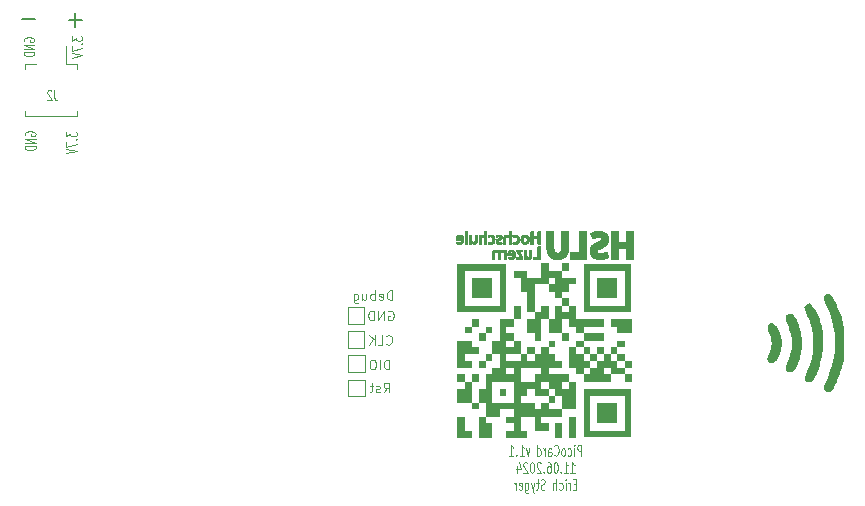
<source format=gbr>
%TF.GenerationSoftware,KiCad,Pcbnew,8.0.2*%
%TF.CreationDate,2024-06-11T14:04:34+02:00*%
%TF.ProjectId,PicoCard,5069636f-4361-4726-942e-6b696361645f,v1.0*%
%TF.SameCoordinates,Original*%
%TF.FileFunction,Legend,Bot*%
%TF.FilePolarity,Positive*%
%FSLAX46Y46*%
G04 Gerber Fmt 4.6, Leading zero omitted, Abs format (unit mm)*
G04 Created by KiCad (PCBNEW 8.0.2) date 2024-06-11 14:04:34*
%MOMM*%
%LPD*%
G01*
G04 APERTURE LIST*
%ADD10C,0.000000*%
%ADD11C,0.100000*%
%ADD12C,0.200000*%
%ADD13C,0.120000*%
%ADD14C,0.040000*%
G04 APERTURE END LIST*
D10*
G36*
X156090831Y-93915000D02*
G01*
X154397496Y-93915000D01*
X154397496Y-92221665D01*
X156090831Y-92221665D01*
X156090831Y-93915000D01*
G37*
G36*
X144343343Y-101005837D02*
G01*
X143814174Y-101005837D01*
X143814174Y-100370839D01*
X144343343Y-100370839D01*
X144343343Y-101005837D01*
G37*
G36*
X143814165Y-96878333D02*
G01*
X143179167Y-96878333D01*
X143179167Y-96349166D01*
X143814165Y-96349166D01*
X143814165Y-96878333D01*
G37*
G36*
X153233336Y-98042499D02*
G01*
X153762505Y-98042499D01*
X153762505Y-98677498D01*
X154397499Y-98677498D01*
X154397499Y-99206667D01*
X153762501Y-99206667D01*
X153762501Y-98677498D01*
X153233333Y-98677498D01*
X153233333Y-98042499D01*
X152598338Y-98042499D01*
X152598338Y-97513333D01*
X153233336Y-97513333D01*
X153233336Y-98042499D01*
G37*
G36*
X146671663Y-102170000D02*
G01*
X146142497Y-102170000D01*
X146142497Y-101640831D01*
X146671663Y-101640831D01*
X146671663Y-102170000D01*
G37*
G36*
X173965283Y-93571418D02*
G01*
X173998122Y-93574083D01*
X174036536Y-93578527D01*
X174071624Y-93584594D01*
X174104040Y-93593088D01*
X174134437Y-93604814D01*
X174163468Y-93620578D01*
X174191787Y-93641186D01*
X174220046Y-93667443D01*
X174248900Y-93700154D01*
X174279001Y-93740124D01*
X174311003Y-93788160D01*
X174345558Y-93845067D01*
X174383321Y-93911649D01*
X174471082Y-94077065D01*
X174579512Y-94290849D01*
X174653472Y-94445212D01*
X174730161Y-94618052D01*
X174807351Y-94803523D01*
X174882813Y-94995780D01*
X174954319Y-95188980D01*
X175019641Y-95377277D01*
X175076550Y-95554826D01*
X175122817Y-95715783D01*
X175181828Y-95944519D01*
X175227681Y-96146007D01*
X175261974Y-96337079D01*
X175275286Y-96433969D01*
X175286309Y-96534567D01*
X175302284Y-96755303D01*
X175311500Y-97016117D01*
X175315557Y-97333843D01*
X175316054Y-97725313D01*
X175314352Y-98112654D01*
X175309353Y-98428678D01*
X175305141Y-98564891D01*
X175299534Y-98689209D01*
X175292341Y-98803610D01*
X175283373Y-98910072D01*
X175272440Y-99010573D01*
X175259350Y-99107092D01*
X175243913Y-99201606D01*
X175225940Y-99296094D01*
X175205240Y-99392533D01*
X175181623Y-99492902D01*
X175124877Y-99713342D01*
X175082841Y-99862219D01*
X175034591Y-100018335D01*
X174981035Y-100179609D01*
X174923081Y-100343962D01*
X174861636Y-100509313D01*
X174797607Y-100673582D01*
X174731902Y-100834689D01*
X174665429Y-100990555D01*
X174599094Y-101139099D01*
X174533806Y-101278241D01*
X174470472Y-101405901D01*
X174409999Y-101520000D01*
X174353295Y-101618456D01*
X174301268Y-101699190D01*
X174254825Y-101760123D01*
X174233981Y-101782513D01*
X174214873Y-101799173D01*
X174196366Y-101812451D01*
X174177581Y-101824639D01*
X174158550Y-101835743D01*
X174139304Y-101845768D01*
X174119874Y-101854718D01*
X174100291Y-101862598D01*
X174080587Y-101869413D01*
X174060793Y-101875169D01*
X174040940Y-101879870D01*
X174021060Y-101883521D01*
X174001184Y-101886127D01*
X173981342Y-101887693D01*
X173961568Y-101888224D01*
X173941891Y-101887725D01*
X173922342Y-101886201D01*
X173902955Y-101883657D01*
X173883758Y-101880097D01*
X173864785Y-101875528D01*
X173846066Y-101869952D01*
X173827632Y-101863377D01*
X173809515Y-101855806D01*
X173791745Y-101847245D01*
X173774355Y-101837698D01*
X173757376Y-101827171D01*
X173740838Y-101815668D01*
X173724774Y-101803194D01*
X173709214Y-101789755D01*
X173694190Y-101775355D01*
X173679732Y-101759999D01*
X173665873Y-101743692D01*
X173652643Y-101726439D01*
X173640074Y-101708246D01*
X173620049Y-101676885D01*
X173603130Y-101647658D01*
X173589558Y-101619426D01*
X173579578Y-101591050D01*
X173573430Y-101561393D01*
X173571356Y-101529317D01*
X173573600Y-101493683D01*
X173580403Y-101453353D01*
X173592007Y-101407190D01*
X173608655Y-101354054D01*
X173630588Y-101292809D01*
X173658049Y-101222315D01*
X173730524Y-101049031D01*
X173828017Y-100825097D01*
X173994300Y-100424161D01*
X174138474Y-100029645D01*
X174260541Y-99640571D01*
X174360500Y-99255957D01*
X174438354Y-98874823D01*
X174494102Y-98496189D01*
X174527747Y-98119075D01*
X174539288Y-97742499D01*
X174528727Y-97365481D01*
X174496065Y-96987042D01*
X174441302Y-96606200D01*
X174364439Y-96221975D01*
X174265478Y-95833387D01*
X174144420Y-95439455D01*
X174001264Y-95039199D01*
X173836012Y-94631639D01*
X173784111Y-94510156D01*
X173738677Y-94402718D01*
X173699468Y-94308181D01*
X173666243Y-94225400D01*
X173638761Y-94153229D01*
X173627098Y-94120765D01*
X173616781Y-94090524D01*
X173607778Y-94062363D01*
X173600060Y-94036140D01*
X173593597Y-94011710D01*
X173588359Y-93988931D01*
X173584314Y-93967660D01*
X173581434Y-93947753D01*
X173579689Y-93929068D01*
X173579047Y-93911461D01*
X173579479Y-93894789D01*
X173580954Y-93878909D01*
X173583443Y-93863678D01*
X173586915Y-93848953D01*
X173591340Y-93834591D01*
X173596688Y-93820448D01*
X173602928Y-93806381D01*
X173610032Y-93792248D01*
X173617968Y-93777905D01*
X173626706Y-93763210D01*
X173646468Y-93732187D01*
X173646742Y-93732187D01*
X173663893Y-93707026D01*
X173680876Y-93684267D01*
X173697865Y-93663832D01*
X173715033Y-93645642D01*
X173732554Y-93629619D01*
X173750600Y-93615686D01*
X173759875Y-93609478D01*
X173769346Y-93603763D01*
X173779035Y-93598532D01*
X173788964Y-93593774D01*
X173799154Y-93589480D01*
X173809628Y-93585640D01*
X173831511Y-93579283D01*
X173854787Y-93574624D01*
X173879629Y-93571587D01*
X173906210Y-93570092D01*
X173934704Y-93570062D01*
X173965283Y-93571418D01*
G37*
G36*
X150799168Y-98042499D02*
G01*
X150270000Y-98042499D01*
X150270000Y-97513332D01*
X150799168Y-97513332D01*
X150799168Y-98042499D01*
G37*
G36*
X146671663Y-95079166D02*
G01*
X142544163Y-95079166D01*
X142544163Y-91586666D01*
X143179164Y-91586666D01*
X143179164Y-94549999D01*
X146142500Y-94549999D01*
X146142500Y-91586666D01*
X143179164Y-91586666D01*
X142544163Y-91586666D01*
X142544163Y-91057499D01*
X146671663Y-91057499D01*
X146671663Y-91586666D01*
X146671663Y-95079166D01*
G37*
G36*
X147941667Y-95714164D02*
G01*
X147306670Y-95714164D01*
X147306670Y-94549999D01*
X147941667Y-94549999D01*
X147941667Y-95714164D01*
G37*
G36*
X143179164Y-105133333D02*
G01*
X143814162Y-105133333D01*
X143814162Y-105450832D01*
X143814168Y-105768334D01*
X142544167Y-105768334D01*
X142544167Y-103969167D01*
X143179164Y-103969167D01*
X143179164Y-105133333D01*
G37*
G36*
X172369421Y-94366930D02*
G01*
X172401917Y-94375874D01*
X172435457Y-94390555D01*
X172469946Y-94410788D01*
X172541388Y-94467170D01*
X172615478Y-94543543D01*
X172691453Y-94638429D01*
X172768547Y-94750350D01*
X172845997Y-94877827D01*
X172923039Y-95019382D01*
X172998908Y-95173537D01*
X173072839Y-95338814D01*
X173144069Y-95513735D01*
X173211834Y-95696822D01*
X173275369Y-95886597D01*
X173333909Y-96081580D01*
X173386692Y-96280295D01*
X173432952Y-96481263D01*
X173473806Y-96703342D01*
X173504443Y-96934497D01*
X173525034Y-97173315D01*
X173535754Y-97418387D01*
X173536778Y-97668300D01*
X173528280Y-97921643D01*
X173510433Y-98177004D01*
X173483412Y-98432971D01*
X173447391Y-98688134D01*
X173402545Y-98941081D01*
X173349046Y-99190399D01*
X173287069Y-99434678D01*
X173216789Y-99672506D01*
X173138380Y-99902472D01*
X173052015Y-100123163D01*
X172957869Y-100333169D01*
X172903660Y-100443781D01*
X172852100Y-100543846D01*
X172802816Y-100633707D01*
X172755435Y-100713707D01*
X172732342Y-100750115D01*
X172709584Y-100784187D01*
X172687116Y-100815965D01*
X172664891Y-100845491D01*
X172642861Y-100872808D01*
X172620981Y-100897960D01*
X172599204Y-100920988D01*
X172577483Y-100941937D01*
X172555771Y-100960848D01*
X172534022Y-100977764D01*
X172512189Y-100992729D01*
X172490226Y-101005784D01*
X172468086Y-101016973D01*
X172445722Y-101026339D01*
X172423088Y-101033924D01*
X172400137Y-101039772D01*
X172376822Y-101043924D01*
X172353097Y-101046424D01*
X172328916Y-101047314D01*
X172304230Y-101046638D01*
X172278995Y-101044438D01*
X172253163Y-101040757D01*
X172226688Y-101035638D01*
X172199522Y-101029123D01*
X172147467Y-101012607D01*
X172102186Y-100991848D01*
X172082083Y-100979777D01*
X172063670Y-100966526D01*
X172046947Y-100952053D01*
X172031912Y-100936319D01*
X172018565Y-100919283D01*
X172006903Y-100900906D01*
X171996928Y-100881148D01*
X171988636Y-100859968D01*
X171982028Y-100837326D01*
X171977102Y-100813182D01*
X171973857Y-100787497D01*
X171972292Y-100760229D01*
X171974199Y-100700788D01*
X171982815Y-100634538D01*
X171998131Y-100561157D01*
X172020138Y-100480327D01*
X172048830Y-100391724D01*
X172084197Y-100295030D01*
X172126232Y-100189923D01*
X172174925Y-100076082D01*
X172313506Y-99748666D01*
X172372866Y-99597355D01*
X172425995Y-99452504D01*
X172473188Y-99312758D01*
X172514739Y-99176764D01*
X172550939Y-99043168D01*
X172582084Y-98910616D01*
X172608466Y-98777754D01*
X172630378Y-98643228D01*
X172648115Y-98505684D01*
X172661968Y-98363769D01*
X172672233Y-98216128D01*
X172679201Y-98061408D01*
X172683167Y-97898254D01*
X172684424Y-97725313D01*
X172683166Y-97553032D01*
X172679206Y-97390381D01*
X172672261Y-97236051D01*
X172662050Y-97088731D01*
X172648290Y-96947111D01*
X172630700Y-96809882D01*
X172608997Y-96675734D01*
X172582901Y-96543357D01*
X172552129Y-96411441D01*
X172516400Y-96278677D01*
X172475431Y-96143754D01*
X172428940Y-96005362D01*
X172376646Y-95862192D01*
X172318268Y-95712935D01*
X172182127Y-95390916D01*
X172131279Y-95273648D01*
X172083843Y-95161110D01*
X172040857Y-95055990D01*
X172003359Y-94960975D01*
X171972387Y-94878753D01*
X171948979Y-94812010D01*
X171940436Y-94785283D01*
X171934173Y-94763434D01*
X171930320Y-94746798D01*
X171929007Y-94735711D01*
X171929765Y-94726855D01*
X171931989Y-94716759D01*
X171935605Y-94705539D01*
X171940537Y-94693312D01*
X171946710Y-94680192D01*
X171954050Y-94666295D01*
X171962483Y-94651738D01*
X171971932Y-94636635D01*
X171982323Y-94621103D01*
X171993582Y-94605256D01*
X172005633Y-94589212D01*
X172018402Y-94573085D01*
X172031813Y-94556991D01*
X172045793Y-94541046D01*
X172060265Y-94525365D01*
X172075156Y-94510064D01*
X172075087Y-94510057D01*
X172090582Y-94495167D01*
X172106830Y-94480696D01*
X172123698Y-94466717D01*
X172141050Y-94453306D01*
X172158752Y-94440538D01*
X172176669Y-94428486D01*
X172194666Y-94417228D01*
X172212610Y-94406836D01*
X172230365Y-94397386D01*
X172247797Y-94388954D01*
X172264771Y-94381613D01*
X172281152Y-94375439D01*
X172296807Y-94370507D01*
X172311601Y-94366891D01*
X172325398Y-94364666D01*
X172338065Y-94363908D01*
X172369421Y-94366930D01*
G37*
G36*
X157360832Y-99206667D02*
G01*
X157360832Y-99841664D01*
X156725835Y-99841664D01*
X156725835Y-100370833D01*
X157360832Y-100370833D01*
X157360832Y-101005834D01*
X156725835Y-101005834D01*
X156725835Y-100370836D01*
X155561668Y-100370836D01*
X155561668Y-101005834D01*
X153233336Y-101005834D01*
X153233336Y-100370836D01*
X152598338Y-100370836D01*
X152598338Y-99841668D01*
X151963341Y-99841668D01*
X151963341Y-98042501D01*
X152598335Y-98042501D01*
X152598335Y-98677498D01*
X153233333Y-98677498D01*
X153233333Y-99206667D01*
X153762501Y-99206667D01*
X153762501Y-99841664D01*
X153233333Y-99841664D01*
X153233333Y-100370833D01*
X153762501Y-100370833D01*
X153762501Y-99841664D01*
X154397499Y-99841664D01*
X154926665Y-99841664D01*
X154926665Y-100370833D01*
X155561662Y-100370833D01*
X155561662Y-99841664D01*
X154926665Y-99841664D01*
X154397499Y-99841664D01*
X154397499Y-99206667D01*
X154926668Y-99206667D01*
X154926668Y-98677498D01*
X154397502Y-98677498D01*
X154397502Y-98042499D01*
X154926671Y-98042499D01*
X154926671Y-98677498D01*
X155561665Y-98677498D01*
X155561665Y-99206667D01*
X156090834Y-99206667D01*
X156090834Y-99841664D01*
X156725832Y-99841664D01*
X156725832Y-99206667D01*
X156090834Y-99206667D01*
X156090834Y-98677498D01*
X155561668Y-98677498D01*
X155561668Y-98042499D01*
X156090837Y-98042499D01*
X156090837Y-98677498D01*
X156725835Y-98677498D01*
X156725835Y-99206667D01*
X157360832Y-99206667D01*
G37*
G36*
X156725835Y-98042499D02*
G01*
X156090837Y-98042499D01*
X156090837Y-97513332D01*
X156725835Y-97513332D01*
X156725835Y-98042499D01*
G37*
G36*
X170744090Y-95245761D02*
G01*
X170764092Y-95247154D01*
X170784003Y-95249418D01*
X170803774Y-95252553D01*
X170823358Y-95256559D01*
X170842707Y-95261435D01*
X170861774Y-95267181D01*
X170880511Y-95273798D01*
X170898870Y-95281284D01*
X170916803Y-95289641D01*
X170934263Y-95298866D01*
X170951201Y-95308962D01*
X170967572Y-95319926D01*
X170983325Y-95331760D01*
X170998415Y-95344462D01*
X171012793Y-95358033D01*
X171080080Y-95434042D01*
X171146520Y-95525939D01*
X171211633Y-95632178D01*
X171274935Y-95751216D01*
X171335944Y-95881508D01*
X171394178Y-96021508D01*
X171449155Y-96169673D01*
X171500391Y-96324458D01*
X171547406Y-96484319D01*
X171589716Y-96647710D01*
X171626839Y-96813087D01*
X171658293Y-96978905D01*
X171683596Y-97143621D01*
X171702265Y-97305688D01*
X171713818Y-97463563D01*
X171717772Y-97615701D01*
X171715622Y-97768763D01*
X171709298Y-97920147D01*
X171698973Y-98069527D01*
X171684817Y-98216576D01*
X171667002Y-98360968D01*
X171645700Y-98502378D01*
X171621083Y-98640477D01*
X171593322Y-98774941D01*
X171562589Y-98905443D01*
X171529056Y-99031656D01*
X171492894Y-99153254D01*
X171454275Y-99269912D01*
X171413371Y-99381302D01*
X171370353Y-99487098D01*
X171325393Y-99586974D01*
X171278663Y-99680604D01*
X171230334Y-99767662D01*
X171180579Y-99847820D01*
X171129568Y-99920753D01*
X171077474Y-99986134D01*
X171024468Y-100043638D01*
X170970722Y-100092937D01*
X170916407Y-100133705D01*
X170861696Y-100165617D01*
X170806759Y-100188346D01*
X170751769Y-100201565D01*
X170696897Y-100204948D01*
X170642315Y-100198169D01*
X170588194Y-100180902D01*
X170534707Y-100152819D01*
X170482025Y-100113596D01*
X170430319Y-100062906D01*
X170410394Y-100040262D01*
X170392892Y-100018870D01*
X170377774Y-99998424D01*
X170364999Y-99978618D01*
X170354527Y-99959144D01*
X170350142Y-99949436D01*
X170346319Y-99939696D01*
X170343051Y-99929886D01*
X170340334Y-99919969D01*
X170338162Y-99909904D01*
X170336532Y-99899655D01*
X170335437Y-99889182D01*
X170334874Y-99878448D01*
X170335319Y-99856042D01*
X170337827Y-99832131D01*
X170342359Y-99806408D01*
X170348874Y-99778567D01*
X170357332Y-99748301D01*
X170367694Y-99715304D01*
X170379919Y-99679269D01*
X170682669Y-98821420D01*
X170740259Y-98651695D01*
X170789258Y-98490312D01*
X170829559Y-98335587D01*
X170861054Y-98185835D01*
X170883636Y-98039372D01*
X170897197Y-97894515D01*
X170901629Y-97749580D01*
X170896826Y-97602883D01*
X170882679Y-97452739D01*
X170859082Y-97297465D01*
X170825926Y-97135378D01*
X170783104Y-96964792D01*
X170730508Y-96784024D01*
X170668032Y-96591390D01*
X170595567Y-96385207D01*
X170513007Y-96163789D01*
X170473599Y-96059847D01*
X170439196Y-95967141D01*
X170409715Y-95884791D01*
X170385072Y-95811915D01*
X170374539Y-95778754D01*
X170365183Y-95747632D01*
X170356995Y-95718438D01*
X170349964Y-95691061D01*
X170344080Y-95665392D01*
X170339332Y-95641321D01*
X170335709Y-95618737D01*
X170333202Y-95597530D01*
X170331799Y-95577590D01*
X170331491Y-95558807D01*
X170332266Y-95541071D01*
X170334115Y-95524271D01*
X170337027Y-95508298D01*
X170340991Y-95493041D01*
X170345997Y-95478390D01*
X170352034Y-95464235D01*
X170359093Y-95450465D01*
X170367162Y-95436972D01*
X170376231Y-95423644D01*
X170386289Y-95410371D01*
X170397327Y-95397043D01*
X170409333Y-95383551D01*
X170436209Y-95355630D01*
X170436232Y-95355531D01*
X170450496Y-95342088D01*
X170465480Y-95329519D01*
X170481134Y-95317824D01*
X170497413Y-95307003D01*
X170514267Y-95297055D01*
X170531650Y-95287981D01*
X170549514Y-95279781D01*
X170567810Y-95272453D01*
X170586492Y-95265998D01*
X170605511Y-95260416D01*
X170624820Y-95255706D01*
X170644371Y-95251869D01*
X170664117Y-95248904D01*
X170684009Y-95246811D01*
X170704000Y-95245589D01*
X170724043Y-95245240D01*
X170744090Y-95245761D01*
G37*
G36*
X143814174Y-102805001D02*
G01*
X142544179Y-102805001D01*
X142544179Y-101640834D01*
X143179176Y-101640834D01*
X143179176Y-101005837D01*
X143814174Y-101005837D01*
X143814174Y-102805001D01*
G37*
G36*
X152598332Y-105768331D02*
G01*
X151963335Y-105768331D01*
X151963335Y-103969164D01*
X152598332Y-103969164D01*
X152598332Y-105768331D01*
G37*
G36*
X143814165Y-98042499D02*
G01*
X144343333Y-98042499D01*
X144343333Y-98677498D01*
X143179167Y-98677498D01*
X143179167Y-99206667D01*
X143814165Y-99206667D01*
X143814165Y-99841664D01*
X142544163Y-99841664D01*
X142544163Y-97513332D01*
X143814165Y-97513332D01*
X143814165Y-98042499D01*
G37*
G36*
X144978340Y-99841664D02*
G01*
X144343343Y-99841664D01*
X144343343Y-99206667D01*
X144978340Y-99206667D01*
X144978340Y-99841664D01*
G37*
G36*
X157360832Y-96296250D02*
G01*
X157360835Y-96878334D01*
X156090834Y-96878334D01*
X156090834Y-96349167D01*
X155561665Y-96349167D01*
X155561665Y-95714167D01*
X157360832Y-95714167D01*
X157360832Y-96296250D01*
G37*
G36*
X147941667Y-97513332D02*
G01*
X147941667Y-98677498D01*
X148470830Y-98677498D01*
X148470830Y-99206667D01*
X149105827Y-99206667D01*
X149105827Y-98677498D01*
X148470836Y-98677498D01*
X148470836Y-98042499D01*
X149105833Y-98042499D01*
X149105833Y-98677498D01*
X149635002Y-98677498D01*
X149635002Y-98042499D01*
X150270000Y-98042499D01*
X150270000Y-98677498D01*
X150799168Y-98677498D01*
X150799168Y-99206670D01*
X151434166Y-99206670D01*
X151434166Y-99841664D01*
X151434166Y-99841668D01*
X150270000Y-99841668D01*
X150270000Y-100370836D01*
X151963335Y-100370836D01*
X151963335Y-101005834D01*
X151434166Y-101005834D01*
X151434166Y-101640831D01*
X151963335Y-101640831D01*
X151963335Y-101005834D01*
X152598332Y-101005834D01*
X152598332Y-103334166D01*
X152598332Y-103334169D01*
X151434166Y-103334169D01*
X151434166Y-103969167D01*
X149634999Y-103969167D01*
X149634999Y-104498336D01*
X150269997Y-104498336D01*
X150269997Y-105133333D01*
X149105830Y-105133333D01*
X149105830Y-103969167D01*
X147941664Y-103969167D01*
X147941664Y-105133333D01*
X148470833Y-105133333D01*
X148470833Y-105450832D01*
X148470848Y-105768325D01*
X146671678Y-105768325D01*
X146671678Y-105133327D01*
X147306676Y-105133327D01*
X147306676Y-104498329D01*
X146671678Y-104498329D01*
X146671678Y-103969161D01*
X147306676Y-103969161D01*
X147306676Y-103334163D01*
X146142512Y-103334163D01*
X146142512Y-103969161D01*
X144978346Y-103969161D01*
X144978346Y-102804998D01*
X144343349Y-102804998D01*
X144343349Y-103334169D01*
X143814180Y-103334169D01*
X143814180Y-102805001D01*
X144343343Y-102805001D01*
X144343343Y-101640834D01*
X144978340Y-101640834D01*
X144978340Y-101005834D01*
X145507500Y-101005834D01*
X145507500Y-102804998D01*
X147306663Y-102804998D01*
X147306663Y-102170000D01*
X147941667Y-102170000D01*
X147941667Y-102804998D01*
X149105833Y-102804998D01*
X149105833Y-103334166D01*
X149635002Y-103334166D01*
X150270000Y-103334166D01*
X151434166Y-103334166D01*
X151434166Y-102170000D01*
X150799168Y-102170000D01*
X150799168Y-101640831D01*
X150270000Y-101640831D01*
X150270000Y-102170000D01*
X150799165Y-102170000D01*
X150799165Y-102804998D01*
X150270000Y-102804998D01*
X150270000Y-103334166D01*
X149635002Y-103334166D01*
X149635002Y-102804998D01*
X150269997Y-102804998D01*
X150269997Y-102170000D01*
X149105833Y-102170000D01*
X149105833Y-101640831D01*
X149635002Y-101640831D01*
X150270000Y-101640831D01*
X150270000Y-101005834D01*
X149635002Y-101005834D01*
X149635002Y-101640831D01*
X149105833Y-101640831D01*
X148470836Y-101640831D01*
X148470836Y-102170000D01*
X147941667Y-102170000D01*
X147306663Y-102170000D01*
X147306663Y-101005834D01*
X145507500Y-101005834D01*
X144978340Y-101005834D01*
X144978340Y-101005831D01*
X147941664Y-101005831D01*
X149105830Y-101005831D01*
X149105830Y-100370833D01*
X149634999Y-100370833D01*
X149634999Y-99841664D01*
X147941664Y-99841664D01*
X147941664Y-101005831D01*
X144978340Y-101005831D01*
X144978340Y-100370833D01*
X145507509Y-100370833D01*
X145507509Y-99841664D01*
X146142506Y-99841664D01*
X146671663Y-99841664D01*
X146671663Y-100370833D01*
X147306660Y-100370833D01*
X147306660Y-99841664D01*
X146671663Y-99841664D01*
X146142506Y-99841664D01*
X146142506Y-98677498D01*
X146671663Y-98677498D01*
X146671663Y-99206667D01*
X147941664Y-99206667D01*
X147941664Y-98677498D01*
X146671663Y-98677498D01*
X146142506Y-98677498D01*
X145507509Y-98677498D01*
X145507509Y-97513332D01*
X146142506Y-97513332D01*
X146671663Y-97513332D01*
X146671663Y-98042499D01*
X147306660Y-98042499D01*
X147306660Y-97513332D01*
X146671663Y-97513332D01*
X146142506Y-97513332D01*
X146142506Y-95714165D01*
X147306670Y-95714165D01*
X147306670Y-96349164D01*
X146671672Y-96349164D01*
X146671672Y-96878331D01*
X147306670Y-96878331D01*
X147306670Y-97513332D01*
X147941667Y-97513332D01*
G37*
G36*
X152598338Y-98042501D02*
G01*
X152598335Y-98042501D01*
X152598335Y-98042499D01*
X152598338Y-98042499D01*
X152598338Y-98042501D01*
G37*
G36*
X151963341Y-91586664D02*
G01*
X151434172Y-91586664D01*
X151434172Y-90951664D01*
X151963341Y-90951664D01*
X151963341Y-91586664D01*
G37*
G36*
X143179176Y-101005837D02*
G01*
X142544179Y-101005837D01*
X142544179Y-100370839D01*
X143179176Y-100370839D01*
X143179176Y-101005837D01*
G37*
G36*
X150270000Y-95714165D02*
G01*
X149635008Y-95714165D01*
X149635008Y-97513332D01*
X149105840Y-97513332D01*
X149105840Y-96878331D01*
X148470842Y-96878331D01*
X148470842Y-95714165D01*
X149105840Y-95714165D01*
X149105840Y-95079164D01*
X149635002Y-95079164D01*
X149635002Y-94549999D01*
X150270000Y-94549999D01*
X150270000Y-95714165D01*
G37*
G36*
X145507500Y-93915000D02*
G01*
X143814165Y-93915000D01*
X143814165Y-92221665D01*
X145507500Y-92221665D01*
X145507500Y-93915000D01*
G37*
G36*
X145507509Y-99206667D02*
G01*
X144978340Y-99206667D01*
X144978340Y-98677498D01*
X145507509Y-98677498D01*
X145507509Y-99206667D01*
G37*
G36*
X157255000Y-105662499D02*
G01*
X153233333Y-105662499D01*
X153233333Y-102170000D01*
X153762498Y-102170000D01*
X153762498Y-105133336D01*
X156725835Y-105133336D01*
X156725835Y-102170000D01*
X153762498Y-102170000D01*
X153233333Y-102170000D01*
X153233333Y-101640831D01*
X157255000Y-101640831D01*
X157255000Y-102170000D01*
X157255000Y-105662499D01*
G37*
G36*
X144978346Y-104498329D02*
G01*
X145507515Y-104498329D01*
X145507515Y-105768331D01*
X144343349Y-105768331D01*
X144343349Y-103969164D01*
X144978346Y-103969164D01*
X144978346Y-104498329D01*
G37*
G36*
X156090831Y-104498333D02*
G01*
X154397496Y-104498333D01*
X154397496Y-102804998D01*
X156090831Y-102804998D01*
X156090831Y-104498333D01*
G37*
G36*
X152598338Y-92221665D02*
G01*
X152598338Y-92750832D01*
X151963341Y-92750832D01*
X151963341Y-93385833D01*
X151434172Y-93385833D01*
X151434172Y-93915000D01*
X151963341Y-93915000D01*
X151963341Y-94549999D01*
X152598338Y-94549999D01*
X152598338Y-94550000D01*
X152598338Y-95714164D01*
X154926671Y-95714164D01*
X154926671Y-96349164D01*
X153233336Y-96349164D01*
X153233336Y-96878331D01*
X154926671Y-96878331D01*
X154926671Y-97513332D01*
X153233336Y-97513332D01*
X153233336Y-96878333D01*
X152598338Y-96878333D01*
X152598338Y-96349166D01*
X151963341Y-96349166D01*
X151963341Y-95714165D01*
X151434172Y-95714165D01*
X151434172Y-96878331D01*
X150270006Y-96878331D01*
X150270006Y-95714165D01*
X150799168Y-95714165D01*
X150799168Y-94550000D01*
X151434166Y-94550000D01*
X151434166Y-95079166D01*
X151963335Y-95079166D01*
X151963335Y-94550000D01*
X151434166Y-94550000D01*
X150799168Y-94550000D01*
X150799168Y-94549999D01*
X151434166Y-94549999D01*
X151434166Y-93915000D01*
X150799168Y-93915000D01*
X150799168Y-93385833D01*
X150270000Y-93385833D01*
X150270000Y-92750832D01*
X149105833Y-92750832D01*
X149105833Y-95079164D01*
X148470842Y-95079164D01*
X148470842Y-93385831D01*
X147941673Y-93385831D01*
X147941673Y-92221665D01*
X147306676Y-92221665D01*
X147306676Y-91586664D01*
X148470842Y-91586664D01*
X148470842Y-92221665D01*
X149635008Y-92221665D01*
X150270000Y-92221665D01*
X150270000Y-92750832D01*
X150799168Y-92750832D01*
X150799168Y-92221665D01*
X150270000Y-92221665D01*
X149635008Y-92221665D01*
X149635008Y-90951664D01*
X150270006Y-90951664D01*
X150270006Y-91586664D01*
X151434172Y-91586664D01*
X151434172Y-92221665D01*
X152598338Y-92221665D01*
G37*
G36*
X157255000Y-95079166D02*
G01*
X153233333Y-95079166D01*
X153233333Y-91586666D01*
X153762498Y-91586666D01*
X153762498Y-94549999D01*
X156725835Y-94549999D01*
X156725835Y-91586666D01*
X153762498Y-91586666D01*
X153233333Y-91586666D01*
X153233333Y-91057499D01*
X157255000Y-91057499D01*
X157255000Y-91586666D01*
X157255000Y-95079166D01*
G37*
G36*
X144343333Y-96349166D02*
G01*
X143814165Y-96349166D01*
X143814165Y-95714165D01*
X144343333Y-95714165D01*
X144343333Y-96349166D01*
G37*
G36*
X145507503Y-96878331D02*
G01*
X144978334Y-96878331D01*
X144978334Y-96349164D01*
X145507503Y-96349164D01*
X145507503Y-96878331D01*
G37*
G36*
X151434166Y-105768334D02*
G01*
X150799168Y-105768334D01*
X150799168Y-104498333D01*
X151434166Y-104498333D01*
X151434166Y-105768334D01*
G37*
G36*
X169178578Y-96030311D02*
G01*
X169209681Y-96035831D01*
X169240912Y-96044279D01*
X169272226Y-96055603D01*
X169303577Y-96069754D01*
X169334920Y-96086681D01*
X169366210Y-96106332D01*
X169397401Y-96128658D01*
X169459305Y-96181129D01*
X169520272Y-96243691D01*
X169579937Y-96315937D01*
X169637939Y-96397462D01*
X169693915Y-96487861D01*
X169747503Y-96586730D01*
X169798340Y-96693663D01*
X169846065Y-96808254D01*
X169890313Y-96930099D01*
X169930724Y-97058793D01*
X169958910Y-97168206D01*
X169980850Y-97280164D01*
X169996781Y-97394157D01*
X170006936Y-97509675D01*
X170011551Y-97626208D01*
X170010861Y-97743245D01*
X170005103Y-97860275D01*
X169994510Y-97976790D01*
X169979318Y-98092277D01*
X169959762Y-98206227D01*
X169936079Y-98318129D01*
X169908502Y-98427473D01*
X169877267Y-98533748D01*
X169842610Y-98636445D01*
X169804765Y-98735053D01*
X169763969Y-98829061D01*
X169720455Y-98917959D01*
X169674461Y-99001237D01*
X169626219Y-99078384D01*
X169575967Y-99148889D01*
X169523939Y-99212244D01*
X169470371Y-99267936D01*
X169415497Y-99315457D01*
X169359554Y-99354294D01*
X169302775Y-99383939D01*
X169245397Y-99403880D01*
X169187655Y-99413608D01*
X169129785Y-99412612D01*
X169072020Y-99400381D01*
X169014597Y-99376405D01*
X168957751Y-99340174D01*
X168901717Y-99291177D01*
X168873890Y-99261273D01*
X168850190Y-99230992D01*
X168830664Y-99199848D01*
X168815358Y-99167355D01*
X168804318Y-99133027D01*
X168797590Y-99096379D01*
X168795222Y-99056924D01*
X168797259Y-99014177D01*
X168803747Y-98967651D01*
X168814734Y-98916861D01*
X168830266Y-98861321D01*
X168850388Y-98800545D01*
X168875147Y-98734047D01*
X168904590Y-98661341D01*
X168938763Y-98581942D01*
X168977713Y-98495363D01*
X169019442Y-98396681D01*
X169055252Y-98296078D01*
X169085148Y-98193824D01*
X169109139Y-98090187D01*
X169127229Y-97985438D01*
X169139425Y-97879846D01*
X169145733Y-97773680D01*
X169146160Y-97667210D01*
X169140713Y-97560706D01*
X169129397Y-97454437D01*
X169112218Y-97348672D01*
X169089183Y-97243682D01*
X169060299Y-97139735D01*
X169025572Y-97037102D01*
X168985007Y-96936052D01*
X168938612Y-96836854D01*
X168920713Y-96800165D01*
X168904166Y-96764072D01*
X168888970Y-96728593D01*
X168875121Y-96693747D01*
X168862619Y-96659552D01*
X168851461Y-96626026D01*
X168841644Y-96593186D01*
X168833168Y-96561052D01*
X168826030Y-96529640D01*
X168820229Y-96498970D01*
X168815761Y-96469059D01*
X168812625Y-96439926D01*
X168810819Y-96411588D01*
X168810341Y-96384063D01*
X168811189Y-96357371D01*
X168813361Y-96331528D01*
X168816854Y-96306553D01*
X168821668Y-96282464D01*
X168827799Y-96259280D01*
X168835247Y-96237018D01*
X168844008Y-96215696D01*
X168854080Y-96195332D01*
X168865463Y-96175945D01*
X168878153Y-96157553D01*
X168892149Y-96140173D01*
X168907449Y-96123824D01*
X168924050Y-96108525D01*
X168941951Y-96094292D01*
X168961150Y-96081145D01*
X168981644Y-96069101D01*
X169003431Y-96058178D01*
X169026511Y-96048395D01*
X169026564Y-96048395D01*
X169056349Y-96038518D01*
X169086488Y-96031821D01*
X169116936Y-96028255D01*
X169147647Y-96027769D01*
X169178578Y-96030311D01*
G37*
G36*
X151963341Y-97513332D02*
G01*
X151434172Y-97513332D01*
X151434172Y-96878331D01*
X151963341Y-96878331D01*
X151963341Y-97513332D01*
G37*
G36*
X144978334Y-97513332D02*
G01*
X144343336Y-97513332D01*
X144343336Y-96878331D01*
X144978334Y-96878331D01*
X144978334Y-97513332D01*
G37*
D11*
X153038571Y-107246757D02*
X153038571Y-106346757D01*
X153038571Y-106346757D02*
X152810000Y-106346757D01*
X152810000Y-106346757D02*
X152752857Y-106389614D01*
X152752857Y-106389614D02*
X152724286Y-106432471D01*
X152724286Y-106432471D02*
X152695714Y-106518185D01*
X152695714Y-106518185D02*
X152695714Y-106646757D01*
X152695714Y-106646757D02*
X152724286Y-106732471D01*
X152724286Y-106732471D02*
X152752857Y-106775328D01*
X152752857Y-106775328D02*
X152810000Y-106818185D01*
X152810000Y-106818185D02*
X153038571Y-106818185D01*
X152438571Y-107246757D02*
X152438571Y-106646757D01*
X152438571Y-106346757D02*
X152467143Y-106389614D01*
X152467143Y-106389614D02*
X152438571Y-106432471D01*
X152438571Y-106432471D02*
X152410000Y-106389614D01*
X152410000Y-106389614D02*
X152438571Y-106346757D01*
X152438571Y-106346757D02*
X152438571Y-106432471D01*
X151895715Y-107203900D02*
X151952857Y-107246757D01*
X151952857Y-107246757D02*
X152067143Y-107246757D01*
X152067143Y-107246757D02*
X152124286Y-107203900D01*
X152124286Y-107203900D02*
X152152857Y-107161042D01*
X152152857Y-107161042D02*
X152181429Y-107075328D01*
X152181429Y-107075328D02*
X152181429Y-106818185D01*
X152181429Y-106818185D02*
X152152857Y-106732471D01*
X152152857Y-106732471D02*
X152124286Y-106689614D01*
X152124286Y-106689614D02*
X152067143Y-106646757D01*
X152067143Y-106646757D02*
X151952857Y-106646757D01*
X151952857Y-106646757D02*
X151895715Y-106689614D01*
X151552857Y-107246757D02*
X151610000Y-107203900D01*
X151610000Y-107203900D02*
X151638571Y-107161042D01*
X151638571Y-107161042D02*
X151667143Y-107075328D01*
X151667143Y-107075328D02*
X151667143Y-106818185D01*
X151667143Y-106818185D02*
X151638571Y-106732471D01*
X151638571Y-106732471D02*
X151610000Y-106689614D01*
X151610000Y-106689614D02*
X151552857Y-106646757D01*
X151552857Y-106646757D02*
X151467143Y-106646757D01*
X151467143Y-106646757D02*
X151410000Y-106689614D01*
X151410000Y-106689614D02*
X151381429Y-106732471D01*
X151381429Y-106732471D02*
X151352857Y-106818185D01*
X151352857Y-106818185D02*
X151352857Y-107075328D01*
X151352857Y-107075328D02*
X151381429Y-107161042D01*
X151381429Y-107161042D02*
X151410000Y-107203900D01*
X151410000Y-107203900D02*
X151467143Y-107246757D01*
X151467143Y-107246757D02*
X151552857Y-107246757D01*
X150752857Y-107161042D02*
X150781429Y-107203900D01*
X150781429Y-107203900D02*
X150867143Y-107246757D01*
X150867143Y-107246757D02*
X150924286Y-107246757D01*
X150924286Y-107246757D02*
X151010000Y-107203900D01*
X151010000Y-107203900D02*
X151067143Y-107118185D01*
X151067143Y-107118185D02*
X151095714Y-107032471D01*
X151095714Y-107032471D02*
X151124286Y-106861042D01*
X151124286Y-106861042D02*
X151124286Y-106732471D01*
X151124286Y-106732471D02*
X151095714Y-106561042D01*
X151095714Y-106561042D02*
X151067143Y-106475328D01*
X151067143Y-106475328D02*
X151010000Y-106389614D01*
X151010000Y-106389614D02*
X150924286Y-106346757D01*
X150924286Y-106346757D02*
X150867143Y-106346757D01*
X150867143Y-106346757D02*
X150781429Y-106389614D01*
X150781429Y-106389614D02*
X150752857Y-106432471D01*
X150238572Y-107246757D02*
X150238572Y-106775328D01*
X150238572Y-106775328D02*
X150267143Y-106689614D01*
X150267143Y-106689614D02*
X150324286Y-106646757D01*
X150324286Y-106646757D02*
X150438572Y-106646757D01*
X150438572Y-106646757D02*
X150495714Y-106689614D01*
X150238572Y-107203900D02*
X150295714Y-107246757D01*
X150295714Y-107246757D02*
X150438572Y-107246757D01*
X150438572Y-107246757D02*
X150495714Y-107203900D01*
X150495714Y-107203900D02*
X150524286Y-107118185D01*
X150524286Y-107118185D02*
X150524286Y-107032471D01*
X150524286Y-107032471D02*
X150495714Y-106946757D01*
X150495714Y-106946757D02*
X150438572Y-106903900D01*
X150438572Y-106903900D02*
X150295714Y-106903900D01*
X150295714Y-106903900D02*
X150238572Y-106861042D01*
X149952857Y-107246757D02*
X149952857Y-106646757D01*
X149952857Y-106818185D02*
X149924286Y-106732471D01*
X149924286Y-106732471D02*
X149895715Y-106689614D01*
X149895715Y-106689614D02*
X149838572Y-106646757D01*
X149838572Y-106646757D02*
X149781429Y-106646757D01*
X149324286Y-107246757D02*
X149324286Y-106346757D01*
X149324286Y-107203900D02*
X149381428Y-107246757D01*
X149381428Y-107246757D02*
X149495714Y-107246757D01*
X149495714Y-107246757D02*
X149552857Y-107203900D01*
X149552857Y-107203900D02*
X149581428Y-107161042D01*
X149581428Y-107161042D02*
X149610000Y-107075328D01*
X149610000Y-107075328D02*
X149610000Y-106818185D01*
X149610000Y-106818185D02*
X149581428Y-106732471D01*
X149581428Y-106732471D02*
X149552857Y-106689614D01*
X149552857Y-106689614D02*
X149495714Y-106646757D01*
X149495714Y-106646757D02*
X149381428Y-106646757D01*
X149381428Y-106646757D02*
X149324286Y-106689614D01*
X148638571Y-106646757D02*
X148495714Y-107246757D01*
X148495714Y-107246757D02*
X148352857Y-106646757D01*
X147810000Y-107246757D02*
X148152857Y-107246757D01*
X147981428Y-107246757D02*
X147981428Y-106346757D01*
X147981428Y-106346757D02*
X148038571Y-106475328D01*
X148038571Y-106475328D02*
X148095714Y-106561042D01*
X148095714Y-106561042D02*
X148152857Y-106603900D01*
X147552856Y-107161042D02*
X147524285Y-107203900D01*
X147524285Y-107203900D02*
X147552856Y-107246757D01*
X147552856Y-107246757D02*
X147581428Y-107203900D01*
X147581428Y-107203900D02*
X147552856Y-107161042D01*
X147552856Y-107161042D02*
X147552856Y-107246757D01*
X146952857Y-107246757D02*
X147295714Y-107246757D01*
X147124285Y-107246757D02*
X147124285Y-106346757D01*
X147124285Y-106346757D02*
X147181428Y-106475328D01*
X147181428Y-106475328D02*
X147238571Y-106561042D01*
X147238571Y-106561042D02*
X147295714Y-106603900D01*
X152124287Y-108695707D02*
X152467144Y-108695707D01*
X152295715Y-108695707D02*
X152295715Y-107795707D01*
X152295715Y-107795707D02*
X152352858Y-107924278D01*
X152352858Y-107924278D02*
X152410001Y-108009992D01*
X152410001Y-108009992D02*
X152467144Y-108052850D01*
X151552858Y-108695707D02*
X151895715Y-108695707D01*
X151724286Y-108695707D02*
X151724286Y-107795707D01*
X151724286Y-107795707D02*
X151781429Y-107924278D01*
X151781429Y-107924278D02*
X151838572Y-108009992D01*
X151838572Y-108009992D02*
X151895715Y-108052850D01*
X151295714Y-108609992D02*
X151267143Y-108652850D01*
X151267143Y-108652850D02*
X151295714Y-108695707D01*
X151295714Y-108695707D02*
X151324286Y-108652850D01*
X151324286Y-108652850D02*
X151295714Y-108609992D01*
X151295714Y-108609992D02*
X151295714Y-108695707D01*
X150895715Y-107795707D02*
X150838572Y-107795707D01*
X150838572Y-107795707D02*
X150781429Y-107838564D01*
X150781429Y-107838564D02*
X150752858Y-107881421D01*
X150752858Y-107881421D02*
X150724286Y-107967135D01*
X150724286Y-107967135D02*
X150695715Y-108138564D01*
X150695715Y-108138564D02*
X150695715Y-108352850D01*
X150695715Y-108352850D02*
X150724286Y-108524278D01*
X150724286Y-108524278D02*
X150752858Y-108609992D01*
X150752858Y-108609992D02*
X150781429Y-108652850D01*
X150781429Y-108652850D02*
X150838572Y-108695707D01*
X150838572Y-108695707D02*
X150895715Y-108695707D01*
X150895715Y-108695707D02*
X150952858Y-108652850D01*
X150952858Y-108652850D02*
X150981429Y-108609992D01*
X150981429Y-108609992D02*
X151010000Y-108524278D01*
X151010000Y-108524278D02*
X151038572Y-108352850D01*
X151038572Y-108352850D02*
X151038572Y-108138564D01*
X151038572Y-108138564D02*
X151010000Y-107967135D01*
X151010000Y-107967135D02*
X150981429Y-107881421D01*
X150981429Y-107881421D02*
X150952858Y-107838564D01*
X150952858Y-107838564D02*
X150895715Y-107795707D01*
X150181429Y-107795707D02*
X150295714Y-107795707D01*
X150295714Y-107795707D02*
X150352857Y-107838564D01*
X150352857Y-107838564D02*
X150381429Y-107881421D01*
X150381429Y-107881421D02*
X150438571Y-108009992D01*
X150438571Y-108009992D02*
X150467143Y-108181421D01*
X150467143Y-108181421D02*
X150467143Y-108524278D01*
X150467143Y-108524278D02*
X150438571Y-108609992D01*
X150438571Y-108609992D02*
X150410000Y-108652850D01*
X150410000Y-108652850D02*
X150352857Y-108695707D01*
X150352857Y-108695707D02*
X150238571Y-108695707D01*
X150238571Y-108695707D02*
X150181429Y-108652850D01*
X150181429Y-108652850D02*
X150152857Y-108609992D01*
X150152857Y-108609992D02*
X150124286Y-108524278D01*
X150124286Y-108524278D02*
X150124286Y-108309992D01*
X150124286Y-108309992D02*
X150152857Y-108224278D01*
X150152857Y-108224278D02*
X150181429Y-108181421D01*
X150181429Y-108181421D02*
X150238571Y-108138564D01*
X150238571Y-108138564D02*
X150352857Y-108138564D01*
X150352857Y-108138564D02*
X150410000Y-108181421D01*
X150410000Y-108181421D02*
X150438571Y-108224278D01*
X150438571Y-108224278D02*
X150467143Y-108309992D01*
X149867142Y-108609992D02*
X149838571Y-108652850D01*
X149838571Y-108652850D02*
X149867142Y-108695707D01*
X149867142Y-108695707D02*
X149895714Y-108652850D01*
X149895714Y-108652850D02*
X149867142Y-108609992D01*
X149867142Y-108609992D02*
X149867142Y-108695707D01*
X149610000Y-107881421D02*
X149581428Y-107838564D01*
X149581428Y-107838564D02*
X149524286Y-107795707D01*
X149524286Y-107795707D02*
X149381428Y-107795707D01*
X149381428Y-107795707D02*
X149324286Y-107838564D01*
X149324286Y-107838564D02*
X149295714Y-107881421D01*
X149295714Y-107881421D02*
X149267143Y-107967135D01*
X149267143Y-107967135D02*
X149267143Y-108052850D01*
X149267143Y-108052850D02*
X149295714Y-108181421D01*
X149295714Y-108181421D02*
X149638571Y-108695707D01*
X149638571Y-108695707D02*
X149267143Y-108695707D01*
X148895714Y-107795707D02*
X148838571Y-107795707D01*
X148838571Y-107795707D02*
X148781428Y-107838564D01*
X148781428Y-107838564D02*
X148752857Y-107881421D01*
X148752857Y-107881421D02*
X148724285Y-107967135D01*
X148724285Y-107967135D02*
X148695714Y-108138564D01*
X148695714Y-108138564D02*
X148695714Y-108352850D01*
X148695714Y-108352850D02*
X148724285Y-108524278D01*
X148724285Y-108524278D02*
X148752857Y-108609992D01*
X148752857Y-108609992D02*
X148781428Y-108652850D01*
X148781428Y-108652850D02*
X148838571Y-108695707D01*
X148838571Y-108695707D02*
X148895714Y-108695707D01*
X148895714Y-108695707D02*
X148952857Y-108652850D01*
X148952857Y-108652850D02*
X148981428Y-108609992D01*
X148981428Y-108609992D02*
X149009999Y-108524278D01*
X149009999Y-108524278D02*
X149038571Y-108352850D01*
X149038571Y-108352850D02*
X149038571Y-108138564D01*
X149038571Y-108138564D02*
X149009999Y-107967135D01*
X149009999Y-107967135D02*
X148981428Y-107881421D01*
X148981428Y-107881421D02*
X148952857Y-107838564D01*
X148952857Y-107838564D02*
X148895714Y-107795707D01*
X148467142Y-107881421D02*
X148438570Y-107838564D01*
X148438570Y-107838564D02*
X148381428Y-107795707D01*
X148381428Y-107795707D02*
X148238570Y-107795707D01*
X148238570Y-107795707D02*
X148181428Y-107838564D01*
X148181428Y-107838564D02*
X148152856Y-107881421D01*
X148152856Y-107881421D02*
X148124285Y-107967135D01*
X148124285Y-107967135D02*
X148124285Y-108052850D01*
X148124285Y-108052850D02*
X148152856Y-108181421D01*
X148152856Y-108181421D02*
X148495713Y-108695707D01*
X148495713Y-108695707D02*
X148124285Y-108695707D01*
X147609999Y-108095707D02*
X147609999Y-108695707D01*
X147752856Y-107752850D02*
X147895713Y-108395707D01*
X147895713Y-108395707D02*
X147524284Y-108395707D01*
X152624285Y-109673228D02*
X152424285Y-109673228D01*
X152338571Y-110144657D02*
X152624285Y-110144657D01*
X152624285Y-110144657D02*
X152624285Y-109244657D01*
X152624285Y-109244657D02*
X152338571Y-109244657D01*
X152081428Y-110144657D02*
X152081428Y-109544657D01*
X152081428Y-109716085D02*
X152052857Y-109630371D01*
X152052857Y-109630371D02*
X152024286Y-109587514D01*
X152024286Y-109587514D02*
X151967143Y-109544657D01*
X151967143Y-109544657D02*
X151910000Y-109544657D01*
X151709999Y-110144657D02*
X151709999Y-109544657D01*
X151709999Y-109244657D02*
X151738571Y-109287514D01*
X151738571Y-109287514D02*
X151709999Y-109330371D01*
X151709999Y-109330371D02*
X151681428Y-109287514D01*
X151681428Y-109287514D02*
X151709999Y-109244657D01*
X151709999Y-109244657D02*
X151709999Y-109330371D01*
X151167143Y-110101800D02*
X151224285Y-110144657D01*
X151224285Y-110144657D02*
X151338571Y-110144657D01*
X151338571Y-110144657D02*
X151395714Y-110101800D01*
X151395714Y-110101800D02*
X151424285Y-110058942D01*
X151424285Y-110058942D02*
X151452857Y-109973228D01*
X151452857Y-109973228D02*
X151452857Y-109716085D01*
X151452857Y-109716085D02*
X151424285Y-109630371D01*
X151424285Y-109630371D02*
X151395714Y-109587514D01*
X151395714Y-109587514D02*
X151338571Y-109544657D01*
X151338571Y-109544657D02*
X151224285Y-109544657D01*
X151224285Y-109544657D02*
X151167143Y-109587514D01*
X150909999Y-110144657D02*
X150909999Y-109244657D01*
X150652857Y-110144657D02*
X150652857Y-109673228D01*
X150652857Y-109673228D02*
X150681428Y-109587514D01*
X150681428Y-109587514D02*
X150738571Y-109544657D01*
X150738571Y-109544657D02*
X150824285Y-109544657D01*
X150824285Y-109544657D02*
X150881428Y-109587514D01*
X150881428Y-109587514D02*
X150909999Y-109630371D01*
X149938571Y-110101800D02*
X149852857Y-110144657D01*
X149852857Y-110144657D02*
X149709999Y-110144657D01*
X149709999Y-110144657D02*
X149652857Y-110101800D01*
X149652857Y-110101800D02*
X149624285Y-110058942D01*
X149624285Y-110058942D02*
X149595714Y-109973228D01*
X149595714Y-109973228D02*
X149595714Y-109887514D01*
X149595714Y-109887514D02*
X149624285Y-109801800D01*
X149624285Y-109801800D02*
X149652857Y-109758942D01*
X149652857Y-109758942D02*
X149709999Y-109716085D01*
X149709999Y-109716085D02*
X149824285Y-109673228D01*
X149824285Y-109673228D02*
X149881428Y-109630371D01*
X149881428Y-109630371D02*
X149909999Y-109587514D01*
X149909999Y-109587514D02*
X149938571Y-109501800D01*
X149938571Y-109501800D02*
X149938571Y-109416085D01*
X149938571Y-109416085D02*
X149909999Y-109330371D01*
X149909999Y-109330371D02*
X149881428Y-109287514D01*
X149881428Y-109287514D02*
X149824285Y-109244657D01*
X149824285Y-109244657D02*
X149681428Y-109244657D01*
X149681428Y-109244657D02*
X149595714Y-109287514D01*
X149424285Y-109544657D02*
X149195713Y-109544657D01*
X149338570Y-109244657D02*
X149338570Y-110016085D01*
X149338570Y-110016085D02*
X149309999Y-110101800D01*
X149309999Y-110101800D02*
X149252856Y-110144657D01*
X149252856Y-110144657D02*
X149195713Y-110144657D01*
X149052856Y-109544657D02*
X148909999Y-110144657D01*
X148767142Y-109544657D02*
X148909999Y-110144657D01*
X148909999Y-110144657D02*
X148967142Y-110358942D01*
X148967142Y-110358942D02*
X148995713Y-110401800D01*
X148995713Y-110401800D02*
X149052856Y-110444657D01*
X148281428Y-109544657D02*
X148281428Y-110273228D01*
X148281428Y-110273228D02*
X148309999Y-110358942D01*
X148309999Y-110358942D02*
X148338570Y-110401800D01*
X148338570Y-110401800D02*
X148395713Y-110444657D01*
X148395713Y-110444657D02*
X148481428Y-110444657D01*
X148481428Y-110444657D02*
X148538570Y-110401800D01*
X148281428Y-110101800D02*
X148338570Y-110144657D01*
X148338570Y-110144657D02*
X148452856Y-110144657D01*
X148452856Y-110144657D02*
X148509999Y-110101800D01*
X148509999Y-110101800D02*
X148538570Y-110058942D01*
X148538570Y-110058942D02*
X148567142Y-109973228D01*
X148567142Y-109973228D02*
X148567142Y-109716085D01*
X148567142Y-109716085D02*
X148538570Y-109630371D01*
X148538570Y-109630371D02*
X148509999Y-109587514D01*
X148509999Y-109587514D02*
X148452856Y-109544657D01*
X148452856Y-109544657D02*
X148338570Y-109544657D01*
X148338570Y-109544657D02*
X148281428Y-109587514D01*
X147767142Y-110101800D02*
X147824285Y-110144657D01*
X147824285Y-110144657D02*
X147938571Y-110144657D01*
X147938571Y-110144657D02*
X147995713Y-110101800D01*
X147995713Y-110101800D02*
X148024285Y-110016085D01*
X148024285Y-110016085D02*
X148024285Y-109673228D01*
X148024285Y-109673228D02*
X147995713Y-109587514D01*
X147995713Y-109587514D02*
X147938571Y-109544657D01*
X147938571Y-109544657D02*
X147824285Y-109544657D01*
X147824285Y-109544657D02*
X147767142Y-109587514D01*
X147767142Y-109587514D02*
X147738571Y-109673228D01*
X147738571Y-109673228D02*
X147738571Y-109758942D01*
X147738571Y-109758942D02*
X148024285Y-109844657D01*
X147481427Y-110144657D02*
X147481427Y-109544657D01*
X147481427Y-109716085D02*
X147452856Y-109630371D01*
X147452856Y-109630371D02*
X147424285Y-109587514D01*
X147424285Y-109587514D02*
X147367142Y-109544657D01*
X147367142Y-109544657D02*
X147309999Y-109544657D01*
X136793733Y-99916895D02*
X136793733Y-99116895D01*
X136793733Y-99116895D02*
X136603257Y-99116895D01*
X136603257Y-99116895D02*
X136488971Y-99154990D01*
X136488971Y-99154990D02*
X136412781Y-99231180D01*
X136412781Y-99231180D02*
X136374686Y-99307371D01*
X136374686Y-99307371D02*
X136336590Y-99459752D01*
X136336590Y-99459752D02*
X136336590Y-99574038D01*
X136336590Y-99574038D02*
X136374686Y-99726419D01*
X136374686Y-99726419D02*
X136412781Y-99802609D01*
X136412781Y-99802609D02*
X136488971Y-99878800D01*
X136488971Y-99878800D02*
X136603257Y-99916895D01*
X136603257Y-99916895D02*
X136793733Y-99916895D01*
X135993733Y-99916895D02*
X135993733Y-99116895D01*
X135460400Y-99116895D02*
X135308019Y-99116895D01*
X135308019Y-99116895D02*
X135231829Y-99154990D01*
X135231829Y-99154990D02*
X135155638Y-99231180D01*
X135155638Y-99231180D02*
X135117543Y-99383561D01*
X135117543Y-99383561D02*
X135117543Y-99650228D01*
X135117543Y-99650228D02*
X135155638Y-99802609D01*
X135155638Y-99802609D02*
X135231829Y-99878800D01*
X135231829Y-99878800D02*
X135308019Y-99916895D01*
X135308019Y-99916895D02*
X135460400Y-99916895D01*
X135460400Y-99916895D02*
X135536591Y-99878800D01*
X135536591Y-99878800D02*
X135612781Y-99802609D01*
X135612781Y-99802609D02*
X135650877Y-99650228D01*
X135650877Y-99650228D02*
X135650877Y-99383561D01*
X135650877Y-99383561D02*
X135612781Y-99231180D01*
X135612781Y-99231180D02*
X135536591Y-99154990D01*
X135536591Y-99154990D02*
X135460400Y-99116895D01*
X109434657Y-79851503D02*
X109434657Y-80222931D01*
X109434657Y-80222931D02*
X109777514Y-80022931D01*
X109777514Y-80022931D02*
X109777514Y-80108646D01*
X109777514Y-80108646D02*
X109820371Y-80165789D01*
X109820371Y-80165789D02*
X109863228Y-80194360D01*
X109863228Y-80194360D02*
X109948942Y-80222931D01*
X109948942Y-80222931D02*
X110163228Y-80222931D01*
X110163228Y-80222931D02*
X110248942Y-80194360D01*
X110248942Y-80194360D02*
X110291800Y-80165789D01*
X110291800Y-80165789D02*
X110334657Y-80108646D01*
X110334657Y-80108646D02*
X110334657Y-79937217D01*
X110334657Y-79937217D02*
X110291800Y-79880074D01*
X110291800Y-79880074D02*
X110248942Y-79851503D01*
X110248942Y-80480075D02*
X110291800Y-80508646D01*
X110291800Y-80508646D02*
X110334657Y-80480075D01*
X110334657Y-80480075D02*
X110291800Y-80451503D01*
X110291800Y-80451503D02*
X110248942Y-80480075D01*
X110248942Y-80480075D02*
X110334657Y-80480075D01*
X109434657Y-80708646D02*
X109434657Y-81108646D01*
X109434657Y-81108646D02*
X110334657Y-80851503D01*
X109434657Y-81251503D02*
X110334657Y-81451503D01*
X110334657Y-81451503D02*
X109434657Y-81651503D01*
D12*
X110786279Y-70359600D02*
X109643422Y-70359600D01*
X110214850Y-70931028D02*
X110214850Y-69788171D01*
D11*
X136699686Y-95029990D02*
X136775876Y-94991895D01*
X136775876Y-94991895D02*
X136890162Y-94991895D01*
X136890162Y-94991895D02*
X137004448Y-95029990D01*
X137004448Y-95029990D02*
X137080638Y-95106180D01*
X137080638Y-95106180D02*
X137118733Y-95182371D01*
X137118733Y-95182371D02*
X137156829Y-95334752D01*
X137156829Y-95334752D02*
X137156829Y-95449038D01*
X137156829Y-95449038D02*
X137118733Y-95601419D01*
X137118733Y-95601419D02*
X137080638Y-95677609D01*
X137080638Y-95677609D02*
X137004448Y-95753800D01*
X137004448Y-95753800D02*
X136890162Y-95791895D01*
X136890162Y-95791895D02*
X136813971Y-95791895D01*
X136813971Y-95791895D02*
X136699686Y-95753800D01*
X136699686Y-95753800D02*
X136661590Y-95715704D01*
X136661590Y-95715704D02*
X136661590Y-95449038D01*
X136661590Y-95449038D02*
X136813971Y-95449038D01*
X136318733Y-95791895D02*
X136318733Y-94991895D01*
X136318733Y-94991895D02*
X135861590Y-95791895D01*
X135861590Y-95791895D02*
X135861590Y-94991895D01*
X135480638Y-95791895D02*
X135480638Y-94991895D01*
X135480638Y-94991895D02*
X135290162Y-94991895D01*
X135290162Y-94991895D02*
X135175876Y-95029990D01*
X135175876Y-95029990D02*
X135099686Y-95106180D01*
X135099686Y-95106180D02*
X135061591Y-95182371D01*
X135061591Y-95182371D02*
X135023495Y-95334752D01*
X135023495Y-95334752D02*
X135023495Y-95449038D01*
X135023495Y-95449038D02*
X135061591Y-95601419D01*
X135061591Y-95601419D02*
X135099686Y-95677609D01*
X135099686Y-95677609D02*
X135175876Y-95753800D01*
X135175876Y-95753800D02*
X135290162Y-95791895D01*
X135290162Y-95791895D02*
X135480638Y-95791895D01*
X105877514Y-72172931D02*
X105834657Y-72115789D01*
X105834657Y-72115789D02*
X105834657Y-72030074D01*
X105834657Y-72030074D02*
X105877514Y-71944360D01*
X105877514Y-71944360D02*
X105963228Y-71887217D01*
X105963228Y-71887217D02*
X106048942Y-71858646D01*
X106048942Y-71858646D02*
X106220371Y-71830074D01*
X106220371Y-71830074D02*
X106348942Y-71830074D01*
X106348942Y-71830074D02*
X106520371Y-71858646D01*
X106520371Y-71858646D02*
X106606085Y-71887217D01*
X106606085Y-71887217D02*
X106691800Y-71944360D01*
X106691800Y-71944360D02*
X106734657Y-72030074D01*
X106734657Y-72030074D02*
X106734657Y-72087217D01*
X106734657Y-72087217D02*
X106691800Y-72172931D01*
X106691800Y-72172931D02*
X106648942Y-72201503D01*
X106648942Y-72201503D02*
X106348942Y-72201503D01*
X106348942Y-72201503D02*
X106348942Y-72087217D01*
X106734657Y-72458646D02*
X105834657Y-72458646D01*
X105834657Y-72458646D02*
X106734657Y-72801503D01*
X106734657Y-72801503D02*
X105834657Y-72801503D01*
X106734657Y-73087217D02*
X105834657Y-73087217D01*
X105834657Y-73087217D02*
X105834657Y-73230074D01*
X105834657Y-73230074D02*
X105877514Y-73315788D01*
X105877514Y-73315788D02*
X105963228Y-73372931D01*
X105963228Y-73372931D02*
X106048942Y-73401502D01*
X106048942Y-73401502D02*
X106220371Y-73430074D01*
X106220371Y-73430074D02*
X106348942Y-73430074D01*
X106348942Y-73430074D02*
X106520371Y-73401502D01*
X106520371Y-73401502D02*
X106606085Y-73372931D01*
X106606085Y-73372931D02*
X106691800Y-73315788D01*
X106691800Y-73315788D02*
X106734657Y-73230074D01*
X106734657Y-73230074D02*
X106734657Y-73087217D01*
X105977514Y-80122931D02*
X105934657Y-80065789D01*
X105934657Y-80065789D02*
X105934657Y-79980074D01*
X105934657Y-79980074D02*
X105977514Y-79894360D01*
X105977514Y-79894360D02*
X106063228Y-79837217D01*
X106063228Y-79837217D02*
X106148942Y-79808646D01*
X106148942Y-79808646D02*
X106320371Y-79780074D01*
X106320371Y-79780074D02*
X106448942Y-79780074D01*
X106448942Y-79780074D02*
X106620371Y-79808646D01*
X106620371Y-79808646D02*
X106706085Y-79837217D01*
X106706085Y-79837217D02*
X106791800Y-79894360D01*
X106791800Y-79894360D02*
X106834657Y-79980074D01*
X106834657Y-79980074D02*
X106834657Y-80037217D01*
X106834657Y-80037217D02*
X106791800Y-80122931D01*
X106791800Y-80122931D02*
X106748942Y-80151503D01*
X106748942Y-80151503D02*
X106448942Y-80151503D01*
X106448942Y-80151503D02*
X106448942Y-80037217D01*
X106834657Y-80408646D02*
X105934657Y-80408646D01*
X105934657Y-80408646D02*
X106834657Y-80751503D01*
X106834657Y-80751503D02*
X105934657Y-80751503D01*
X106834657Y-81037217D02*
X105934657Y-81037217D01*
X105934657Y-81037217D02*
X105934657Y-81180074D01*
X105934657Y-81180074D02*
X105977514Y-81265788D01*
X105977514Y-81265788D02*
X106063228Y-81322931D01*
X106063228Y-81322931D02*
X106148942Y-81351502D01*
X106148942Y-81351502D02*
X106320371Y-81380074D01*
X106320371Y-81380074D02*
X106448942Y-81380074D01*
X106448942Y-81380074D02*
X106620371Y-81351502D01*
X106620371Y-81351502D02*
X106706085Y-81322931D01*
X106706085Y-81322931D02*
X106791800Y-81265788D01*
X106791800Y-81265788D02*
X106834657Y-81180074D01*
X106834657Y-81180074D02*
X106834657Y-81037217D01*
X136296591Y-101876895D02*
X136563258Y-101495942D01*
X136753734Y-101876895D02*
X136753734Y-101076895D01*
X136753734Y-101076895D02*
X136448972Y-101076895D01*
X136448972Y-101076895D02*
X136372782Y-101114990D01*
X136372782Y-101114990D02*
X136334687Y-101153085D01*
X136334687Y-101153085D02*
X136296591Y-101229276D01*
X136296591Y-101229276D02*
X136296591Y-101343561D01*
X136296591Y-101343561D02*
X136334687Y-101419752D01*
X136334687Y-101419752D02*
X136372782Y-101457847D01*
X136372782Y-101457847D02*
X136448972Y-101495942D01*
X136448972Y-101495942D02*
X136753734Y-101495942D01*
X135991830Y-101838800D02*
X135915639Y-101876895D01*
X135915639Y-101876895D02*
X135763258Y-101876895D01*
X135763258Y-101876895D02*
X135687068Y-101838800D01*
X135687068Y-101838800D02*
X135648972Y-101762609D01*
X135648972Y-101762609D02*
X135648972Y-101724514D01*
X135648972Y-101724514D02*
X135687068Y-101648323D01*
X135687068Y-101648323D02*
X135763258Y-101610228D01*
X135763258Y-101610228D02*
X135877544Y-101610228D01*
X135877544Y-101610228D02*
X135953734Y-101572133D01*
X135953734Y-101572133D02*
X135991830Y-101495942D01*
X135991830Y-101495942D02*
X135991830Y-101457847D01*
X135991830Y-101457847D02*
X135953734Y-101381657D01*
X135953734Y-101381657D02*
X135877544Y-101343561D01*
X135877544Y-101343561D02*
X135763258Y-101343561D01*
X135763258Y-101343561D02*
X135687068Y-101381657D01*
X135420401Y-101343561D02*
X135115639Y-101343561D01*
X135306115Y-101076895D02*
X135306115Y-101762609D01*
X135306115Y-101762609D02*
X135268020Y-101838800D01*
X135268020Y-101838800D02*
X135191830Y-101876895D01*
X135191830Y-101876895D02*
X135115639Y-101876895D01*
D12*
X106811279Y-70284600D02*
X105668422Y-70284600D01*
D11*
X109884657Y-71751503D02*
X109884657Y-72122931D01*
X109884657Y-72122931D02*
X110227514Y-71922931D01*
X110227514Y-71922931D02*
X110227514Y-72008646D01*
X110227514Y-72008646D02*
X110270371Y-72065789D01*
X110270371Y-72065789D02*
X110313228Y-72094360D01*
X110313228Y-72094360D02*
X110398942Y-72122931D01*
X110398942Y-72122931D02*
X110613228Y-72122931D01*
X110613228Y-72122931D02*
X110698942Y-72094360D01*
X110698942Y-72094360D02*
X110741800Y-72065789D01*
X110741800Y-72065789D02*
X110784657Y-72008646D01*
X110784657Y-72008646D02*
X110784657Y-71837217D01*
X110784657Y-71837217D02*
X110741800Y-71780074D01*
X110741800Y-71780074D02*
X110698942Y-71751503D01*
X110698942Y-72380075D02*
X110741800Y-72408646D01*
X110741800Y-72408646D02*
X110784657Y-72380075D01*
X110784657Y-72380075D02*
X110741800Y-72351503D01*
X110741800Y-72351503D02*
X110698942Y-72380075D01*
X110698942Y-72380075D02*
X110784657Y-72380075D01*
X109884657Y-72608646D02*
X109884657Y-73008646D01*
X109884657Y-73008646D02*
X110784657Y-72751503D01*
X109884657Y-73151503D02*
X110784657Y-73351503D01*
X110784657Y-73351503D02*
X109884657Y-73551503D01*
X136536590Y-97765704D02*
X136574686Y-97803800D01*
X136574686Y-97803800D02*
X136688971Y-97841895D01*
X136688971Y-97841895D02*
X136765162Y-97841895D01*
X136765162Y-97841895D02*
X136879448Y-97803800D01*
X136879448Y-97803800D02*
X136955638Y-97727609D01*
X136955638Y-97727609D02*
X136993733Y-97651419D01*
X136993733Y-97651419D02*
X137031829Y-97499038D01*
X137031829Y-97499038D02*
X137031829Y-97384752D01*
X137031829Y-97384752D02*
X136993733Y-97232371D01*
X136993733Y-97232371D02*
X136955638Y-97156180D01*
X136955638Y-97156180D02*
X136879448Y-97079990D01*
X136879448Y-97079990D02*
X136765162Y-97041895D01*
X136765162Y-97041895D02*
X136688971Y-97041895D01*
X136688971Y-97041895D02*
X136574686Y-97079990D01*
X136574686Y-97079990D02*
X136536590Y-97118085D01*
X135812781Y-97841895D02*
X136193733Y-97841895D01*
X136193733Y-97841895D02*
X136193733Y-97041895D01*
X135546114Y-97841895D02*
X135546114Y-97041895D01*
X135088971Y-97841895D02*
X135431829Y-97384752D01*
X135088971Y-97041895D02*
X135546114Y-97499038D01*
X137043734Y-94066895D02*
X137043734Y-93266895D01*
X137043734Y-93266895D02*
X136853258Y-93266895D01*
X136853258Y-93266895D02*
X136738972Y-93304990D01*
X136738972Y-93304990D02*
X136662782Y-93381180D01*
X136662782Y-93381180D02*
X136624687Y-93457371D01*
X136624687Y-93457371D02*
X136586591Y-93609752D01*
X136586591Y-93609752D02*
X136586591Y-93724038D01*
X136586591Y-93724038D02*
X136624687Y-93876419D01*
X136624687Y-93876419D02*
X136662782Y-93952609D01*
X136662782Y-93952609D02*
X136738972Y-94028800D01*
X136738972Y-94028800D02*
X136853258Y-94066895D01*
X136853258Y-94066895D02*
X137043734Y-94066895D01*
X135938972Y-94028800D02*
X136015163Y-94066895D01*
X136015163Y-94066895D02*
X136167544Y-94066895D01*
X136167544Y-94066895D02*
X136243734Y-94028800D01*
X136243734Y-94028800D02*
X136281830Y-93952609D01*
X136281830Y-93952609D02*
X136281830Y-93647847D01*
X136281830Y-93647847D02*
X136243734Y-93571657D01*
X136243734Y-93571657D02*
X136167544Y-93533561D01*
X136167544Y-93533561D02*
X136015163Y-93533561D01*
X136015163Y-93533561D02*
X135938972Y-93571657D01*
X135938972Y-93571657D02*
X135900877Y-93647847D01*
X135900877Y-93647847D02*
X135900877Y-93724038D01*
X135900877Y-93724038D02*
X136281830Y-93800228D01*
X135558020Y-94066895D02*
X135558020Y-93266895D01*
X135558020Y-93571657D02*
X135481830Y-93533561D01*
X135481830Y-93533561D02*
X135329449Y-93533561D01*
X135329449Y-93533561D02*
X135253258Y-93571657D01*
X135253258Y-93571657D02*
X135215163Y-93609752D01*
X135215163Y-93609752D02*
X135177068Y-93685942D01*
X135177068Y-93685942D02*
X135177068Y-93914514D01*
X135177068Y-93914514D02*
X135215163Y-93990704D01*
X135215163Y-93990704D02*
X135253258Y-94028800D01*
X135253258Y-94028800D02*
X135329449Y-94066895D01*
X135329449Y-94066895D02*
X135481830Y-94066895D01*
X135481830Y-94066895D02*
X135558020Y-94028800D01*
X134491353Y-93533561D02*
X134491353Y-94066895D01*
X134834210Y-93533561D02*
X134834210Y-93952609D01*
X134834210Y-93952609D02*
X134796115Y-94028800D01*
X134796115Y-94028800D02*
X134719925Y-94066895D01*
X134719925Y-94066895D02*
X134605639Y-94066895D01*
X134605639Y-94066895D02*
X134529448Y-94028800D01*
X134529448Y-94028800D02*
X134491353Y-93990704D01*
X133767543Y-93533561D02*
X133767543Y-94181180D01*
X133767543Y-94181180D02*
X133805638Y-94257371D01*
X133805638Y-94257371D02*
X133843734Y-94295466D01*
X133843734Y-94295466D02*
X133919924Y-94333561D01*
X133919924Y-94333561D02*
X134034210Y-94333561D01*
X134034210Y-94333561D02*
X134110400Y-94295466D01*
X133767543Y-94028800D02*
X133843734Y-94066895D01*
X133843734Y-94066895D02*
X133996115Y-94066895D01*
X133996115Y-94066895D02*
X134072305Y-94028800D01*
X134072305Y-94028800D02*
X134110400Y-93990704D01*
X134110400Y-93990704D02*
X134148496Y-93914514D01*
X134148496Y-93914514D02*
X134148496Y-93685942D01*
X134148496Y-93685942D02*
X134110400Y-93609752D01*
X134110400Y-93609752D02*
X134072305Y-93571657D01*
X134072305Y-93571657D02*
X133996115Y-93533561D01*
X133996115Y-93533561D02*
X133843734Y-93533561D01*
X133843734Y-93533561D02*
X133767543Y-93571657D01*
X108420000Y-76261157D02*
X108420000Y-76904014D01*
X108420000Y-76904014D02*
X108448571Y-77032585D01*
X108448571Y-77032585D02*
X108505714Y-77118300D01*
X108505714Y-77118300D02*
X108591428Y-77161157D01*
X108591428Y-77161157D02*
X108648571Y-77161157D01*
X108162857Y-76346871D02*
X108134285Y-76304014D01*
X108134285Y-76304014D02*
X108077143Y-76261157D01*
X108077143Y-76261157D02*
X107934285Y-76261157D01*
X107934285Y-76261157D02*
X107877143Y-76304014D01*
X107877143Y-76304014D02*
X107848571Y-76346871D01*
X107848571Y-76346871D02*
X107820000Y-76432585D01*
X107820000Y-76432585D02*
X107820000Y-76518300D01*
X107820000Y-76518300D02*
X107848571Y-76646871D01*
X107848571Y-76646871D02*
X108191428Y-77161157D01*
X108191428Y-77161157D02*
X107820000Y-77161157D01*
D13*
%TO.C,J2*%
X105905000Y-74090000D02*
X105905000Y-74540000D01*
X105905000Y-78060000D02*
X105905000Y-78510000D01*
X105905000Y-78510000D02*
X110375000Y-78510000D01*
X106855000Y-74090000D02*
X105905000Y-74090000D01*
X109425000Y-72600000D02*
X109425000Y-74090000D01*
X109425000Y-74090000D02*
X110375000Y-74090000D01*
X110375000Y-74090000D02*
X110375000Y-74540000D01*
X110375000Y-78510000D02*
X110375000Y-78060000D01*
D14*
%TO.C,H5*%
X156162448Y-89148153D02*
X156834953Y-89148153D01*
X156834953Y-88265100D01*
X157425386Y-88265100D01*
X157425386Y-90569534D01*
X156834953Y-90569534D01*
X156834953Y-89676655D01*
X156162448Y-89676655D01*
X156162448Y-90569530D01*
X155572015Y-90569530D01*
X155572015Y-88265100D01*
X156162448Y-88265100D01*
X156162448Y-89148153D01*
G36*
X156162448Y-89148153D02*
G01*
X156834953Y-89148153D01*
X156834953Y-88265100D01*
X157425386Y-88265100D01*
X157425386Y-90569534D01*
X156834953Y-90569534D01*
X156834953Y-89676655D01*
X156162448Y-89676655D01*
X156162448Y-90569530D01*
X155572015Y-90569530D01*
X155572015Y-88265100D01*
X156162448Y-88265100D01*
X156162448Y-89148153D01*
G37*
X153466102Y-90569533D02*
X152045296Y-90569533D01*
X152045296Y-90126383D01*
X152045593Y-90115685D01*
X152046491Y-90105746D01*
X152047169Y-90101059D01*
X152048000Y-90096558D01*
X152048987Y-90092243D01*
X152050129Y-90088112D01*
X152051429Y-90084163D01*
X152052887Y-90080396D01*
X152054504Y-90076810D01*
X152056282Y-90073403D01*
X152058223Y-90070173D01*
X152060326Y-90067121D01*
X152062593Y-90064244D01*
X152065026Y-90061542D01*
X152067626Y-90059012D01*
X152070393Y-90056655D01*
X152073329Y-90054468D01*
X152076435Y-90052451D01*
X152079712Y-90050602D01*
X152083162Y-90048920D01*
X152086785Y-90047405D01*
X152090582Y-90046053D01*
X152094556Y-90044866D01*
X152098707Y-90043840D01*
X152103036Y-90042976D01*
X152107544Y-90042272D01*
X152112232Y-90041726D01*
X152117103Y-90041338D01*
X152127393Y-90041028D01*
X152875695Y-90041028D01*
X152875695Y-88265100D01*
X153466102Y-88265100D01*
X153466102Y-90569533D01*
G36*
X153466102Y-90569533D02*
G01*
X152045296Y-90569533D01*
X152045296Y-90126383D01*
X152045593Y-90115685D01*
X152046491Y-90105746D01*
X152047169Y-90101059D01*
X152048000Y-90096558D01*
X152048987Y-90092243D01*
X152050129Y-90088112D01*
X152051429Y-90084163D01*
X152052887Y-90080396D01*
X152054504Y-90076810D01*
X152056282Y-90073403D01*
X152058223Y-90070173D01*
X152060326Y-90067121D01*
X152062593Y-90064244D01*
X152065026Y-90061542D01*
X152067626Y-90059012D01*
X152070393Y-90056655D01*
X152073329Y-90054468D01*
X152076435Y-90052451D01*
X152079712Y-90050602D01*
X152083162Y-90048920D01*
X152086785Y-90047405D01*
X152090582Y-90046053D01*
X152094556Y-90044866D01*
X152098707Y-90043840D01*
X152103036Y-90042976D01*
X152107544Y-90042272D01*
X152112232Y-90041726D01*
X152117103Y-90041338D01*
X152127393Y-90041028D01*
X152875695Y-90041028D01*
X152875695Y-88265100D01*
X153466102Y-88265100D01*
X153466102Y-90569533D01*
G37*
X150671860Y-89545349D02*
X150672947Y-89613420D01*
X150676263Y-89676159D01*
X150681892Y-89733694D01*
X150689917Y-89786157D01*
X150700422Y-89833677D01*
X150713488Y-89876383D01*
X150721008Y-89895972D01*
X150729201Y-89914406D01*
X150738075Y-89931701D01*
X150747642Y-89947875D01*
X150757912Y-89962943D01*
X150768895Y-89976920D01*
X150780602Y-89989825D01*
X150793044Y-90001672D01*
X150806230Y-90012478D01*
X150820171Y-90022259D01*
X150834878Y-90031032D01*
X150850360Y-90038813D01*
X150866629Y-90045617D01*
X150883694Y-90051461D01*
X150901567Y-90056362D01*
X150920257Y-90060335D01*
X150960131Y-90065564D01*
X151003399Y-90067279D01*
X151025463Y-90066853D01*
X151046668Y-90065564D01*
X151067024Y-90063397D01*
X151086541Y-90060335D01*
X151105231Y-90056362D01*
X151123103Y-90051461D01*
X151140167Y-90045617D01*
X151156435Y-90038813D01*
X151171917Y-90031032D01*
X151186623Y-90022259D01*
X151200563Y-90012478D01*
X151213748Y-90001672D01*
X151226188Y-89989825D01*
X151237894Y-89976920D01*
X151248877Y-89962943D01*
X151259145Y-89947875D01*
X151268711Y-89931701D01*
X151277584Y-89914406D01*
X151285775Y-89895972D01*
X151293294Y-89876383D01*
X151300152Y-89855623D01*
X151306359Y-89833677D01*
X151311925Y-89810527D01*
X151316862Y-89786157D01*
X151321178Y-89760552D01*
X151324885Y-89733694D01*
X151327993Y-89705569D01*
X151330513Y-89676159D01*
X151333829Y-89613420D01*
X151334915Y-89545349D01*
X151334915Y-88265100D01*
X151925348Y-88265100D01*
X151925348Y-89601153D01*
X151921747Y-89723379D01*
X151910943Y-89837707D01*
X151902840Y-89891909D01*
X151892936Y-89944137D01*
X151881231Y-89994389D01*
X151867726Y-90042667D01*
X151852421Y-90088970D01*
X151835314Y-90133299D01*
X151816407Y-90175653D01*
X151795699Y-90216032D01*
X151773191Y-90254437D01*
X151748881Y-90290867D01*
X151722771Y-90325322D01*
X151694861Y-90357803D01*
X151665150Y-90388308D01*
X151633638Y-90416840D01*
X151600325Y-90443396D01*
X151565212Y-90467978D01*
X151528298Y-90490585D01*
X151489583Y-90511218D01*
X151449068Y-90529876D01*
X151406752Y-90546559D01*
X151362635Y-90561268D01*
X151316718Y-90574001D01*
X151269000Y-90584761D01*
X151219481Y-90593545D01*
X151168162Y-90600355D01*
X151115042Y-90605190D01*
X151060121Y-90608051D01*
X151003400Y-90608935D01*
X150946585Y-90607952D01*
X150891575Y-90605000D01*
X150838372Y-90600079D01*
X150786976Y-90593190D01*
X150737386Y-90584332D01*
X150689604Y-90573506D01*
X150643628Y-90560712D01*
X150599459Y-90545950D01*
X150557097Y-90529219D01*
X150516542Y-90510520D01*
X150477793Y-90489852D01*
X150440852Y-90467217D01*
X150405717Y-90442613D01*
X150372389Y-90416040D01*
X150340868Y-90387499D01*
X150311153Y-90356990D01*
X150283246Y-90324513D01*
X150257145Y-90290067D01*
X150232851Y-90253653D01*
X150210364Y-90215271D01*
X150189684Y-90174920D01*
X150170811Y-90132601D01*
X150153744Y-90088314D01*
X150138485Y-90042058D01*
X150125032Y-89993834D01*
X150113386Y-89943642D01*
X150103547Y-89891481D01*
X150095515Y-89837352D01*
X150089289Y-89781255D01*
X150084870Y-89723189D01*
X150082259Y-89663155D01*
X150081454Y-89601153D01*
X150081454Y-88265100D01*
X150671860Y-88265100D01*
X150671860Y-89545349D01*
G36*
X150671860Y-89545349D02*
G01*
X150672947Y-89613420D01*
X150676263Y-89676159D01*
X150681892Y-89733694D01*
X150689917Y-89786157D01*
X150700422Y-89833677D01*
X150713488Y-89876383D01*
X150721008Y-89895972D01*
X150729201Y-89914406D01*
X150738075Y-89931701D01*
X150747642Y-89947875D01*
X150757912Y-89962943D01*
X150768895Y-89976920D01*
X150780602Y-89989825D01*
X150793044Y-90001672D01*
X150806230Y-90012478D01*
X150820171Y-90022259D01*
X150834878Y-90031032D01*
X150850360Y-90038813D01*
X150866629Y-90045617D01*
X150883694Y-90051461D01*
X150901567Y-90056362D01*
X150920257Y-90060335D01*
X150960131Y-90065564D01*
X151003399Y-90067279D01*
X151025463Y-90066853D01*
X151046668Y-90065564D01*
X151067024Y-90063397D01*
X151086541Y-90060335D01*
X151105231Y-90056362D01*
X151123103Y-90051461D01*
X151140167Y-90045617D01*
X151156435Y-90038813D01*
X151171917Y-90031032D01*
X151186623Y-90022259D01*
X151200563Y-90012478D01*
X151213748Y-90001672D01*
X151226188Y-89989825D01*
X151237894Y-89976920D01*
X151248877Y-89962943D01*
X151259145Y-89947875D01*
X151268711Y-89931701D01*
X151277584Y-89914406D01*
X151285775Y-89895972D01*
X151293294Y-89876383D01*
X151300152Y-89855623D01*
X151306359Y-89833677D01*
X151311925Y-89810527D01*
X151316862Y-89786157D01*
X151321178Y-89760552D01*
X151324885Y-89733694D01*
X151327993Y-89705569D01*
X151330513Y-89676159D01*
X151333829Y-89613420D01*
X151334915Y-89545349D01*
X151334915Y-88265100D01*
X151925348Y-88265100D01*
X151925348Y-89601153D01*
X151921747Y-89723379D01*
X151910943Y-89837707D01*
X151902840Y-89891909D01*
X151892936Y-89944137D01*
X151881231Y-89994389D01*
X151867726Y-90042667D01*
X151852421Y-90088970D01*
X151835314Y-90133299D01*
X151816407Y-90175653D01*
X151795699Y-90216032D01*
X151773191Y-90254437D01*
X151748881Y-90290867D01*
X151722771Y-90325322D01*
X151694861Y-90357803D01*
X151665150Y-90388308D01*
X151633638Y-90416840D01*
X151600325Y-90443396D01*
X151565212Y-90467978D01*
X151528298Y-90490585D01*
X151489583Y-90511218D01*
X151449068Y-90529876D01*
X151406752Y-90546559D01*
X151362635Y-90561268D01*
X151316718Y-90574001D01*
X151269000Y-90584761D01*
X151219481Y-90593545D01*
X151168162Y-90600355D01*
X151115042Y-90605190D01*
X151060121Y-90608051D01*
X151003400Y-90608935D01*
X150946585Y-90607952D01*
X150891575Y-90605000D01*
X150838372Y-90600079D01*
X150786976Y-90593190D01*
X150737386Y-90584332D01*
X150689604Y-90573506D01*
X150643628Y-90560712D01*
X150599459Y-90545950D01*
X150557097Y-90529219D01*
X150516542Y-90510520D01*
X150477793Y-90489852D01*
X150440852Y-90467217D01*
X150405717Y-90442613D01*
X150372389Y-90416040D01*
X150340868Y-90387499D01*
X150311153Y-90356990D01*
X150283246Y-90324513D01*
X150257145Y-90290067D01*
X150232851Y-90253653D01*
X150210364Y-90215271D01*
X150189684Y-90174920D01*
X150170811Y-90132601D01*
X150153744Y-90088314D01*
X150138485Y-90042058D01*
X150125032Y-89993834D01*
X150113386Y-89943642D01*
X150103547Y-89891481D01*
X150095515Y-89837352D01*
X150089289Y-89781255D01*
X150084870Y-89723189D01*
X150082259Y-89663155D01*
X150081454Y-89601153D01*
X150081454Y-88265100D01*
X150671860Y-88265100D01*
X150671860Y-89545349D01*
G37*
X143346329Y-88265207D02*
X143350387Y-88265536D01*
X143354250Y-88266098D01*
X143357906Y-88266904D01*
X143359652Y-88267402D01*
X143361342Y-88267964D01*
X143362973Y-88268594D01*
X143364545Y-88269291D01*
X143366055Y-88270057D01*
X143367503Y-88270893D01*
X143368886Y-88271802D01*
X143370204Y-88272784D01*
X143371453Y-88273841D01*
X143372634Y-88274973D01*
X143373743Y-88276183D01*
X143374781Y-88277472D01*
X143375744Y-88278841D01*
X143376632Y-88280291D01*
X143377443Y-88281824D01*
X143378175Y-88283441D01*
X143378827Y-88285144D01*
X143379397Y-88286934D01*
X143379884Y-88288813D01*
X143380286Y-88290781D01*
X143380601Y-88292840D01*
X143380828Y-88294992D01*
X143380966Y-88297237D01*
X143381012Y-88299578D01*
X143381012Y-89267878D01*
X143381232Y-89269689D01*
X143381350Y-89271500D01*
X143381367Y-89273305D01*
X143381284Y-89275102D01*
X143381103Y-89276884D01*
X143380825Y-89278650D01*
X143380451Y-89280393D01*
X143379983Y-89282109D01*
X143379421Y-89283796D01*
X143378768Y-89285448D01*
X143378024Y-89287060D01*
X143377191Y-89288630D01*
X143376270Y-89290152D01*
X143375261Y-89291622D01*
X143374168Y-89293036D01*
X143372990Y-89294391D01*
X143371739Y-89295671D01*
X143370426Y-89296867D01*
X143369056Y-89297976D01*
X143367632Y-89298998D01*
X143366159Y-89299930D01*
X143364641Y-89300771D01*
X143363081Y-89301520D01*
X143361484Y-89302174D01*
X143359854Y-89302733D01*
X143358195Y-89303196D01*
X143356510Y-89303559D01*
X143354804Y-89303823D01*
X143353082Y-89303985D01*
X143351346Y-89304044D01*
X143349601Y-89303998D01*
X143347851Y-89303846D01*
X143235406Y-89303846D01*
X143233540Y-89303811D01*
X143231726Y-89303706D01*
X143229962Y-89303529D01*
X143228251Y-89303282D01*
X143226593Y-89302963D01*
X143224987Y-89302573D01*
X143223436Y-89302111D01*
X143221939Y-89301576D01*
X143220496Y-89300970D01*
X143219109Y-89300290D01*
X143217778Y-89299538D01*
X143216503Y-89298712D01*
X143215285Y-89297813D01*
X143214125Y-89296840D01*
X143213023Y-89295793D01*
X143211979Y-89294671D01*
X143210994Y-89293475D01*
X143210069Y-89292204D01*
X143209204Y-89290858D01*
X143208400Y-89289436D01*
X143207658Y-89287939D01*
X143206976Y-89286365D01*
X143206358Y-89284715D01*
X143205802Y-89282989D01*
X143205309Y-89281186D01*
X143204881Y-89279305D01*
X143204517Y-89277347D01*
X143204217Y-89275312D01*
X143203984Y-89273198D01*
X143203816Y-89271007D01*
X143203716Y-89268736D01*
X143203682Y-89266387D01*
X143203682Y-88299578D01*
X143203720Y-88297106D01*
X143203833Y-88294746D01*
X143204022Y-88292496D01*
X143204285Y-88290353D01*
X143204622Y-88288315D01*
X143205032Y-88286381D01*
X143205515Y-88284547D01*
X143206071Y-88282812D01*
X143206698Y-88281174D01*
X143207397Y-88279630D01*
X143208166Y-88278178D01*
X143209006Y-88276816D01*
X143209916Y-88275542D01*
X143210894Y-88274354D01*
X143211942Y-88273249D01*
X143213057Y-88272225D01*
X143214240Y-88271280D01*
X143215490Y-88270412D01*
X143216807Y-88269618D01*
X143218189Y-88268897D01*
X143219637Y-88268247D01*
X143221150Y-88267664D01*
X143222728Y-88267147D01*
X143224369Y-88266694D01*
X143226074Y-88266303D01*
X143227842Y-88265970D01*
X143231563Y-88265475D01*
X143235530Y-88265191D01*
X143239737Y-88265100D01*
X143342090Y-88265100D01*
X143346329Y-88265207D01*
G36*
X143346329Y-88265207D02*
G01*
X143350387Y-88265536D01*
X143354250Y-88266098D01*
X143357906Y-88266904D01*
X143359652Y-88267402D01*
X143361342Y-88267964D01*
X143362973Y-88268594D01*
X143364545Y-88269291D01*
X143366055Y-88270057D01*
X143367503Y-88270893D01*
X143368886Y-88271802D01*
X143370204Y-88272784D01*
X143371453Y-88273841D01*
X143372634Y-88274973D01*
X143373743Y-88276183D01*
X143374781Y-88277472D01*
X143375744Y-88278841D01*
X143376632Y-88280291D01*
X143377443Y-88281824D01*
X143378175Y-88283441D01*
X143378827Y-88285144D01*
X143379397Y-88286934D01*
X143379884Y-88288813D01*
X143380286Y-88290781D01*
X143380601Y-88292840D01*
X143380828Y-88294992D01*
X143380966Y-88297237D01*
X143381012Y-88299578D01*
X143381012Y-89267878D01*
X143381232Y-89269689D01*
X143381350Y-89271500D01*
X143381367Y-89273305D01*
X143381284Y-89275102D01*
X143381103Y-89276884D01*
X143380825Y-89278650D01*
X143380451Y-89280393D01*
X143379983Y-89282109D01*
X143379421Y-89283796D01*
X143378768Y-89285448D01*
X143378024Y-89287060D01*
X143377191Y-89288630D01*
X143376270Y-89290152D01*
X143375261Y-89291622D01*
X143374168Y-89293036D01*
X143372990Y-89294391D01*
X143371739Y-89295671D01*
X143370426Y-89296867D01*
X143369056Y-89297976D01*
X143367632Y-89298998D01*
X143366159Y-89299930D01*
X143364641Y-89300771D01*
X143363081Y-89301520D01*
X143361484Y-89302174D01*
X143359854Y-89302733D01*
X143358195Y-89303196D01*
X143356510Y-89303559D01*
X143354804Y-89303823D01*
X143353082Y-89303985D01*
X143351346Y-89304044D01*
X143349601Y-89303998D01*
X143347851Y-89303846D01*
X143235406Y-89303846D01*
X143233540Y-89303811D01*
X143231726Y-89303706D01*
X143229962Y-89303529D01*
X143228251Y-89303282D01*
X143226593Y-89302963D01*
X143224987Y-89302573D01*
X143223436Y-89302111D01*
X143221939Y-89301576D01*
X143220496Y-89300970D01*
X143219109Y-89300290D01*
X143217778Y-89299538D01*
X143216503Y-89298712D01*
X143215285Y-89297813D01*
X143214125Y-89296840D01*
X143213023Y-89295793D01*
X143211979Y-89294671D01*
X143210994Y-89293475D01*
X143210069Y-89292204D01*
X143209204Y-89290858D01*
X143208400Y-89289436D01*
X143207658Y-89287939D01*
X143206976Y-89286365D01*
X143206358Y-89284715D01*
X143205802Y-89282989D01*
X143205309Y-89281186D01*
X143204881Y-89279305D01*
X143204517Y-89277347D01*
X143204217Y-89275312D01*
X143203984Y-89273198D01*
X143203816Y-89271007D01*
X143203716Y-89268736D01*
X143203682Y-89266387D01*
X143203682Y-88299578D01*
X143203720Y-88297106D01*
X143203833Y-88294746D01*
X143204022Y-88292496D01*
X143204285Y-88290353D01*
X143204622Y-88288315D01*
X143205032Y-88286381D01*
X143205515Y-88284547D01*
X143206071Y-88282812D01*
X143206698Y-88281174D01*
X143207397Y-88279630D01*
X143208166Y-88278178D01*
X143209006Y-88276816D01*
X143209916Y-88275542D01*
X143210894Y-88274354D01*
X143211942Y-88273249D01*
X143213057Y-88272225D01*
X143214240Y-88271280D01*
X143215490Y-88270412D01*
X143216807Y-88269618D01*
X143218189Y-88268897D01*
X143219637Y-88268247D01*
X143221150Y-88267664D01*
X143222728Y-88267147D01*
X143224369Y-88266694D01*
X143226074Y-88266303D01*
X143227842Y-88265970D01*
X143231563Y-88265475D01*
X143235530Y-88265191D01*
X143239737Y-88265100D01*
X143342090Y-88265100D01*
X143346329Y-88265207D01*
G37*
X149487259Y-89530826D02*
X149489320Y-89530944D01*
X149491315Y-89531141D01*
X149493241Y-89531416D01*
X149495101Y-89531769D01*
X149496892Y-89532200D01*
X149498616Y-89532708D01*
X149500273Y-89533293D01*
X149501862Y-89533955D01*
X149503383Y-89534694D01*
X149504837Y-89535509D01*
X149506224Y-89536400D01*
X149507542Y-89537367D01*
X149508794Y-89538410D01*
X149509977Y-89539527D01*
X149511093Y-89540720D01*
X149512142Y-89541987D01*
X149513122Y-89543328D01*
X149514035Y-89544744D01*
X149514881Y-89546234D01*
X149515659Y-89547796D01*
X149516369Y-89549433D01*
X149517012Y-89551142D01*
X149517587Y-89552924D01*
X149518095Y-89554778D01*
X149518534Y-89556704D01*
X149518906Y-89558703D01*
X149519211Y-89560773D01*
X149519448Y-89562914D01*
X149519617Y-89565126D01*
X149519718Y-89567409D01*
X149519752Y-89569763D01*
X149519752Y-90527575D01*
X149519710Y-90530595D01*
X149519584Y-90533477D01*
X149519374Y-90536225D01*
X149519082Y-90538840D01*
X149518707Y-90541326D01*
X149518251Y-90543685D01*
X149517712Y-90545921D01*
X149517094Y-90548035D01*
X149516395Y-90550030D01*
X149515616Y-90551910D01*
X149514758Y-90553677D01*
X149513821Y-90555334D01*
X149512806Y-90556883D01*
X149511713Y-90558328D01*
X149510544Y-90559670D01*
X149509297Y-90560913D01*
X149507975Y-90562060D01*
X149506577Y-90563112D01*
X149505104Y-90564074D01*
X149503557Y-90564947D01*
X149501935Y-90565735D01*
X149500240Y-90566440D01*
X149498473Y-90567065D01*
X149496632Y-90567612D01*
X149494720Y-90568085D01*
X149492737Y-90568485D01*
X149488558Y-90569082D01*
X149484101Y-90569424D01*
X149479368Y-90569533D01*
X148961789Y-90569533D01*
X148957822Y-90569426D01*
X148954035Y-90569094D01*
X148950438Y-90568525D01*
X148948713Y-90568147D01*
X148947041Y-90567706D01*
X148945421Y-90567198D01*
X148943855Y-90566623D01*
X148942344Y-90565979D01*
X148940890Y-90565264D01*
X148939495Y-90564476D01*
X148938158Y-90563614D01*
X148936882Y-90562677D01*
X148935669Y-90561662D01*
X148934518Y-90560569D01*
X148933432Y-90559394D01*
X148932413Y-90558138D01*
X148931460Y-90556797D01*
X148930576Y-90555371D01*
X148929762Y-90553857D01*
X148929019Y-90552255D01*
X148928349Y-90550562D01*
X148927753Y-90548778D01*
X148927232Y-90546899D01*
X148926787Y-90544925D01*
X148926421Y-90542853D01*
X148926133Y-90540683D01*
X148925926Y-90538413D01*
X148925801Y-90536041D01*
X148925759Y-90533565D01*
X148925759Y-90442139D01*
X148925619Y-90440247D01*
X148925585Y-90438360D01*
X148925654Y-90436484D01*
X148925825Y-90434622D01*
X148926097Y-90432779D01*
X148926468Y-90430959D01*
X148926936Y-90429167D01*
X148927501Y-90427406D01*
X148928160Y-90425681D01*
X148928912Y-90423996D01*
X148929756Y-90422355D01*
X148930690Y-90420764D01*
X148931713Y-90419225D01*
X148932822Y-90417744D01*
X148934018Y-90416324D01*
X148935297Y-90414970D01*
X148936650Y-90413695D01*
X148938062Y-90412510D01*
X148939530Y-90411416D01*
X148941049Y-90410415D01*
X148942616Y-90409508D01*
X148944226Y-90408697D01*
X148945876Y-90407982D01*
X148947560Y-90407366D01*
X148949274Y-90406850D01*
X148951016Y-90406435D01*
X148952780Y-90406122D01*
X148954562Y-90405913D01*
X148956358Y-90405810D01*
X148958164Y-90405813D01*
X148959975Y-90405924D01*
X148961789Y-90406144D01*
X149330871Y-90406144D01*
X149330871Y-89571254D01*
X149330991Y-89565859D01*
X149331358Y-89560908D01*
X149331982Y-89556387D01*
X149332395Y-89554284D01*
X149332875Y-89552284D01*
X149333425Y-89550384D01*
X149334047Y-89548584D01*
X149334740Y-89546882D01*
X149335508Y-89545276D01*
X149336350Y-89543764D01*
X149337269Y-89542345D01*
X149338265Y-89541017D01*
X149339340Y-89539778D01*
X149340496Y-89538628D01*
X149341733Y-89537563D01*
X149343053Y-89536583D01*
X149344457Y-89535686D01*
X149345947Y-89534870D01*
X149347523Y-89534134D01*
X149349188Y-89533476D01*
X149350942Y-89532893D01*
X149352788Y-89532386D01*
X149354725Y-89531952D01*
X149356756Y-89531589D01*
X149358882Y-89531295D01*
X149363423Y-89530911D01*
X149368359Y-89530786D01*
X149485129Y-89530786D01*
X149487259Y-89530826D01*
G36*
X149487259Y-89530826D02*
G01*
X149489320Y-89530944D01*
X149491315Y-89531141D01*
X149493241Y-89531416D01*
X149495101Y-89531769D01*
X149496892Y-89532200D01*
X149498616Y-89532708D01*
X149500273Y-89533293D01*
X149501862Y-89533955D01*
X149503383Y-89534694D01*
X149504837Y-89535509D01*
X149506224Y-89536400D01*
X149507542Y-89537367D01*
X149508794Y-89538410D01*
X149509977Y-89539527D01*
X149511093Y-89540720D01*
X149512142Y-89541987D01*
X149513122Y-89543328D01*
X149514035Y-89544744D01*
X149514881Y-89546234D01*
X149515659Y-89547796D01*
X149516369Y-89549433D01*
X149517012Y-89551142D01*
X149517587Y-89552924D01*
X149518095Y-89554778D01*
X149518534Y-89556704D01*
X149518906Y-89558703D01*
X149519211Y-89560773D01*
X149519448Y-89562914D01*
X149519617Y-89565126D01*
X149519718Y-89567409D01*
X149519752Y-89569763D01*
X149519752Y-90527575D01*
X149519710Y-90530595D01*
X149519584Y-90533477D01*
X149519374Y-90536225D01*
X149519082Y-90538840D01*
X149518707Y-90541326D01*
X149518251Y-90543685D01*
X149517712Y-90545921D01*
X149517094Y-90548035D01*
X149516395Y-90550030D01*
X149515616Y-90551910D01*
X149514758Y-90553677D01*
X149513821Y-90555334D01*
X149512806Y-90556883D01*
X149511713Y-90558328D01*
X149510544Y-90559670D01*
X149509297Y-90560913D01*
X149507975Y-90562060D01*
X149506577Y-90563112D01*
X149505104Y-90564074D01*
X149503557Y-90564947D01*
X149501935Y-90565735D01*
X149500240Y-90566440D01*
X149498473Y-90567065D01*
X149496632Y-90567612D01*
X149494720Y-90568085D01*
X149492737Y-90568485D01*
X149488558Y-90569082D01*
X149484101Y-90569424D01*
X149479368Y-90569533D01*
X148961789Y-90569533D01*
X148957822Y-90569426D01*
X148954035Y-90569094D01*
X148950438Y-90568525D01*
X148948713Y-90568147D01*
X148947041Y-90567706D01*
X148945421Y-90567198D01*
X148943855Y-90566623D01*
X148942344Y-90565979D01*
X148940890Y-90565264D01*
X148939495Y-90564476D01*
X148938158Y-90563614D01*
X148936882Y-90562677D01*
X148935669Y-90561662D01*
X148934518Y-90560569D01*
X148933432Y-90559394D01*
X148932413Y-90558138D01*
X148931460Y-90556797D01*
X148930576Y-90555371D01*
X148929762Y-90553857D01*
X148929019Y-90552255D01*
X148928349Y-90550562D01*
X148927753Y-90548778D01*
X148927232Y-90546899D01*
X148926787Y-90544925D01*
X148926421Y-90542853D01*
X148926133Y-90540683D01*
X148925926Y-90538413D01*
X148925801Y-90536041D01*
X148925759Y-90533565D01*
X148925759Y-90442139D01*
X148925619Y-90440247D01*
X148925585Y-90438360D01*
X148925654Y-90436484D01*
X148925825Y-90434622D01*
X148926097Y-90432779D01*
X148926468Y-90430959D01*
X148926936Y-90429167D01*
X148927501Y-90427406D01*
X148928160Y-90425681D01*
X148928912Y-90423996D01*
X148929756Y-90422355D01*
X148930690Y-90420764D01*
X148931713Y-90419225D01*
X148932822Y-90417744D01*
X148934018Y-90416324D01*
X148935297Y-90414970D01*
X148936650Y-90413695D01*
X148938062Y-90412510D01*
X148939530Y-90411416D01*
X148941049Y-90410415D01*
X148942616Y-90409508D01*
X148944226Y-90408697D01*
X148945876Y-90407982D01*
X148947560Y-90407366D01*
X148949274Y-90406850D01*
X148951016Y-90406435D01*
X148952780Y-90406122D01*
X148954562Y-90405913D01*
X148956358Y-90405810D01*
X148958164Y-90405813D01*
X148959975Y-90405924D01*
X148961789Y-90406144D01*
X149330871Y-90406144D01*
X149330871Y-89571254D01*
X149330991Y-89565859D01*
X149331358Y-89560908D01*
X149331982Y-89556387D01*
X149332395Y-89554284D01*
X149332875Y-89552284D01*
X149333425Y-89550384D01*
X149334047Y-89548584D01*
X149334740Y-89546882D01*
X149335508Y-89545276D01*
X149336350Y-89543764D01*
X149337269Y-89542345D01*
X149338265Y-89541017D01*
X149339340Y-89539778D01*
X149340496Y-89538628D01*
X149341733Y-89537563D01*
X149343053Y-89536583D01*
X149344457Y-89535686D01*
X149345947Y-89534870D01*
X149347523Y-89534134D01*
X149349188Y-89533476D01*
X149350942Y-89532893D01*
X149352788Y-89532386D01*
X149354725Y-89531952D01*
X149356756Y-89531589D01*
X149358882Y-89531295D01*
X149363423Y-89530911D01*
X149368359Y-89530786D01*
X149485129Y-89530786D01*
X149487259Y-89530826D01*
G37*
X148006252Y-89832120D02*
X148007921Y-89832225D01*
X148009531Y-89832398D01*
X148011083Y-89832638D01*
X148012577Y-89832946D01*
X148014014Y-89833320D01*
X148015392Y-89833759D01*
X148016714Y-89834262D01*
X148017978Y-89834829D01*
X148019186Y-89835459D01*
X148020337Y-89836151D01*
X148021432Y-89836904D01*
X148022471Y-89837717D01*
X148023454Y-89838590D01*
X148024382Y-89839522D01*
X148025254Y-89840512D01*
X148026072Y-89841558D01*
X148026835Y-89842661D01*
X148027544Y-89843820D01*
X148028198Y-89845033D01*
X148028799Y-89846300D01*
X148029346Y-89847620D01*
X148029840Y-89848992D01*
X148030280Y-89850415D01*
X148030668Y-89851889D01*
X148031003Y-89853413D01*
X148031286Y-89854986D01*
X148031517Y-89856607D01*
X148031696Y-89858275D01*
X148031824Y-89859989D01*
X148031926Y-89863554D01*
X148031926Y-89928011D01*
X148031854Y-89933635D01*
X148031625Y-89938721D01*
X148031214Y-89943294D01*
X148030598Y-89947378D01*
X148030206Y-89949244D01*
X148029754Y-89950996D01*
X148029239Y-89952639D01*
X148028658Y-89954174D01*
X148028009Y-89955604D01*
X148027288Y-89956934D01*
X148026493Y-89958165D01*
X148025621Y-89959301D01*
X148024668Y-89960345D01*
X148023632Y-89961300D01*
X148022510Y-89962169D01*
X148021298Y-89962954D01*
X148019995Y-89963659D01*
X148018598Y-89964287D01*
X148017102Y-89964841D01*
X148015506Y-89965324D01*
X148013806Y-89965739D01*
X148012000Y-89966089D01*
X148008057Y-89966605D01*
X148003653Y-89966897D01*
X147998765Y-89966989D01*
X147732036Y-89966989D01*
X148043450Y-90443632D01*
X148045410Y-90446391D01*
X148047236Y-90449232D01*
X148048926Y-90452150D01*
X148050479Y-90455138D01*
X148051894Y-90458192D01*
X148053168Y-90461306D01*
X148054300Y-90464475D01*
X148055290Y-90467694D01*
X148056134Y-90470957D01*
X148056832Y-90474259D01*
X148057383Y-90477594D01*
X148057784Y-90480958D01*
X148058034Y-90484345D01*
X148058132Y-90487749D01*
X148058077Y-90491165D01*
X148057866Y-90494589D01*
X148057866Y-90533566D01*
X148058072Y-90535425D01*
X148058172Y-90537281D01*
X148058168Y-90539131D01*
X148058060Y-90540971D01*
X148057851Y-90542794D01*
X148057542Y-90544598D01*
X148057133Y-90546378D01*
X148056627Y-90548128D01*
X148056025Y-90549846D01*
X148055329Y-90551526D01*
X148054539Y-90553164D01*
X148053658Y-90554756D01*
X148052686Y-90556296D01*
X148051625Y-90557782D01*
X148050477Y-90559207D01*
X148049242Y-90560569D01*
X148047933Y-90561852D01*
X148046562Y-90563046D01*
X148045133Y-90564149D01*
X148043651Y-90565160D01*
X148042120Y-90566076D01*
X148040545Y-90566897D01*
X148038929Y-90567621D01*
X148037277Y-90568247D01*
X148035593Y-90568773D01*
X148033882Y-90569197D01*
X148032147Y-90569519D01*
X148030393Y-90569737D01*
X148028624Y-90569848D01*
X148026845Y-90569853D01*
X148025059Y-90569749D01*
X148023271Y-90569534D01*
X147527329Y-90569534D01*
X147525930Y-90569639D01*
X147524534Y-90569661D01*
X147523147Y-90569604D01*
X147521769Y-90569467D01*
X147520405Y-90569252D01*
X147519057Y-90568959D01*
X147517729Y-90568591D01*
X147516423Y-90568148D01*
X147515142Y-90567631D01*
X147513890Y-90567041D01*
X147512669Y-90566380D01*
X147511482Y-90565648D01*
X147510333Y-90564847D01*
X147509224Y-90563978D01*
X147508158Y-90563042D01*
X147507139Y-90562039D01*
X147506175Y-90560979D01*
X147505274Y-90559871D01*
X147504438Y-90558718D01*
X147503667Y-90557523D01*
X147502964Y-90556289D01*
X147502327Y-90555020D01*
X147501760Y-90553718D01*
X147501263Y-90552386D01*
X147500837Y-90551028D01*
X147500482Y-90549647D01*
X147500201Y-90548246D01*
X147499994Y-90546828D01*
X147499862Y-90545395D01*
X147499807Y-90543953D01*
X147499829Y-90542502D01*
X147499929Y-90541047D01*
X147499929Y-90460111D01*
X147499962Y-90458323D01*
X147500062Y-90456613D01*
X147500228Y-90454979D01*
X147500458Y-90453420D01*
X147500751Y-90451935D01*
X147501106Y-90450522D01*
X147501523Y-90449180D01*
X147502000Y-90447908D01*
X147502536Y-90446703D01*
X147503130Y-90445566D01*
X147503781Y-90444493D01*
X147504488Y-90443485D01*
X147505250Y-90442539D01*
X147506066Y-90441654D01*
X147506934Y-90440829D01*
X147507855Y-90440063D01*
X147508826Y-90439354D01*
X147509847Y-90438700D01*
X147510916Y-90438101D01*
X147512033Y-90437555D01*
X147513197Y-90437060D01*
X147514405Y-90436616D01*
X147515659Y-90436221D01*
X147516956Y-90435873D01*
X147518295Y-90435571D01*
X147519675Y-90435313D01*
X147522555Y-90434928D01*
X147525588Y-90434704D01*
X147528764Y-90434632D01*
X147840178Y-90434632D01*
X147523002Y-89956470D01*
X147521157Y-89953761D01*
X147519433Y-89950980D01*
X147517829Y-89948133D01*
X147516348Y-89945223D01*
X147514991Y-89942256D01*
X147513759Y-89939234D01*
X147512652Y-89936164D01*
X147511674Y-89933049D01*
X147510824Y-89929893D01*
X147510104Y-89926701D01*
X147509515Y-89923476D01*
X147509059Y-89920225D01*
X147508736Y-89916950D01*
X147508549Y-89913657D01*
X147508498Y-89910348D01*
X147508584Y-89907030D01*
X147508584Y-89863554D01*
X147508656Y-89860485D01*
X147508886Y-89857471D01*
X147509297Y-89854531D01*
X147509913Y-89851685D01*
X147510305Y-89850304D01*
X147510757Y-89848954D01*
X147511272Y-89847637D01*
X147511852Y-89846356D01*
X147512502Y-89845113D01*
X147513222Y-89843911D01*
X147514018Y-89842753D01*
X147514890Y-89841640D01*
X147515843Y-89840576D01*
X147516879Y-89839562D01*
X147518001Y-89838602D01*
X147519212Y-89837697D01*
X147520515Y-89836851D01*
X147521913Y-89836065D01*
X147523409Y-89835342D01*
X147525005Y-89834685D01*
X147526704Y-89834096D01*
X147528510Y-89833577D01*
X147530426Y-89833132D01*
X147532453Y-89832762D01*
X147534596Y-89832470D01*
X147536857Y-89832258D01*
X147539238Y-89832129D01*
X147541744Y-89832086D01*
X148004524Y-89832086D01*
X148006252Y-89832120D01*
G36*
X148006252Y-89832120D02*
G01*
X148007921Y-89832225D01*
X148009531Y-89832398D01*
X148011083Y-89832638D01*
X148012577Y-89832946D01*
X148014014Y-89833320D01*
X148015392Y-89833759D01*
X148016714Y-89834262D01*
X148017978Y-89834829D01*
X148019186Y-89835459D01*
X148020337Y-89836151D01*
X148021432Y-89836904D01*
X148022471Y-89837717D01*
X148023454Y-89838590D01*
X148024382Y-89839522D01*
X148025254Y-89840512D01*
X148026072Y-89841558D01*
X148026835Y-89842661D01*
X148027544Y-89843820D01*
X148028198Y-89845033D01*
X148028799Y-89846300D01*
X148029346Y-89847620D01*
X148029840Y-89848992D01*
X148030280Y-89850415D01*
X148030668Y-89851889D01*
X148031003Y-89853413D01*
X148031286Y-89854986D01*
X148031517Y-89856607D01*
X148031696Y-89858275D01*
X148031824Y-89859989D01*
X148031926Y-89863554D01*
X148031926Y-89928011D01*
X148031854Y-89933635D01*
X148031625Y-89938721D01*
X148031214Y-89943294D01*
X148030598Y-89947378D01*
X148030206Y-89949244D01*
X148029754Y-89950996D01*
X148029239Y-89952639D01*
X148028658Y-89954174D01*
X148028009Y-89955604D01*
X148027288Y-89956934D01*
X148026493Y-89958165D01*
X148025621Y-89959301D01*
X148024668Y-89960345D01*
X148023632Y-89961300D01*
X148022510Y-89962169D01*
X148021298Y-89962954D01*
X148019995Y-89963659D01*
X148018598Y-89964287D01*
X148017102Y-89964841D01*
X148015506Y-89965324D01*
X148013806Y-89965739D01*
X148012000Y-89966089D01*
X148008057Y-89966605D01*
X148003653Y-89966897D01*
X147998765Y-89966989D01*
X147732036Y-89966989D01*
X148043450Y-90443632D01*
X148045410Y-90446391D01*
X148047236Y-90449232D01*
X148048926Y-90452150D01*
X148050479Y-90455138D01*
X148051894Y-90458192D01*
X148053168Y-90461306D01*
X148054300Y-90464475D01*
X148055290Y-90467694D01*
X148056134Y-90470957D01*
X148056832Y-90474259D01*
X148057383Y-90477594D01*
X148057784Y-90480958D01*
X148058034Y-90484345D01*
X148058132Y-90487749D01*
X148058077Y-90491165D01*
X148057866Y-90494589D01*
X148057866Y-90533566D01*
X148058072Y-90535425D01*
X148058172Y-90537281D01*
X148058168Y-90539131D01*
X148058060Y-90540971D01*
X148057851Y-90542794D01*
X148057542Y-90544598D01*
X148057133Y-90546378D01*
X148056627Y-90548128D01*
X148056025Y-90549846D01*
X148055329Y-90551526D01*
X148054539Y-90553164D01*
X148053658Y-90554756D01*
X148052686Y-90556296D01*
X148051625Y-90557782D01*
X148050477Y-90559207D01*
X148049242Y-90560569D01*
X148047933Y-90561852D01*
X148046562Y-90563046D01*
X148045133Y-90564149D01*
X148043651Y-90565160D01*
X148042120Y-90566076D01*
X148040545Y-90566897D01*
X148038929Y-90567621D01*
X148037277Y-90568247D01*
X148035593Y-90568773D01*
X148033882Y-90569197D01*
X148032147Y-90569519D01*
X148030393Y-90569737D01*
X148028624Y-90569848D01*
X148026845Y-90569853D01*
X148025059Y-90569749D01*
X148023271Y-90569534D01*
X147527329Y-90569534D01*
X147525930Y-90569639D01*
X147524534Y-90569661D01*
X147523147Y-90569604D01*
X147521769Y-90569467D01*
X147520405Y-90569252D01*
X147519057Y-90568959D01*
X147517729Y-90568591D01*
X147516423Y-90568148D01*
X147515142Y-90567631D01*
X147513890Y-90567041D01*
X147512669Y-90566380D01*
X147511482Y-90565648D01*
X147510333Y-90564847D01*
X147509224Y-90563978D01*
X147508158Y-90563042D01*
X147507139Y-90562039D01*
X147506175Y-90560979D01*
X147505274Y-90559871D01*
X147504438Y-90558718D01*
X147503667Y-90557523D01*
X147502964Y-90556289D01*
X147502327Y-90555020D01*
X147501760Y-90553718D01*
X147501263Y-90552386D01*
X147500837Y-90551028D01*
X147500482Y-90549647D01*
X147500201Y-90548246D01*
X147499994Y-90546828D01*
X147499862Y-90545395D01*
X147499807Y-90543953D01*
X147499829Y-90542502D01*
X147499929Y-90541047D01*
X147499929Y-90460111D01*
X147499962Y-90458323D01*
X147500062Y-90456613D01*
X147500228Y-90454979D01*
X147500458Y-90453420D01*
X147500751Y-90451935D01*
X147501106Y-90450522D01*
X147501523Y-90449180D01*
X147502000Y-90447908D01*
X147502536Y-90446703D01*
X147503130Y-90445566D01*
X147503781Y-90444493D01*
X147504488Y-90443485D01*
X147505250Y-90442539D01*
X147506066Y-90441654D01*
X147506934Y-90440829D01*
X147507855Y-90440063D01*
X147508826Y-90439354D01*
X147509847Y-90438700D01*
X147510916Y-90438101D01*
X147512033Y-90437555D01*
X147513197Y-90437060D01*
X147514405Y-90436616D01*
X147515659Y-90436221D01*
X147516956Y-90435873D01*
X147518295Y-90435571D01*
X147519675Y-90435313D01*
X147522555Y-90434928D01*
X147525588Y-90434704D01*
X147528764Y-90434632D01*
X147840178Y-90434632D01*
X147523002Y-89956470D01*
X147521157Y-89953761D01*
X147519433Y-89950980D01*
X147517829Y-89948133D01*
X147516348Y-89945223D01*
X147514991Y-89942256D01*
X147513759Y-89939234D01*
X147512652Y-89936164D01*
X147511674Y-89933049D01*
X147510824Y-89929893D01*
X147510104Y-89926701D01*
X147509515Y-89923476D01*
X147509059Y-89920225D01*
X147508736Y-89916950D01*
X147508549Y-89913657D01*
X147508498Y-89910348D01*
X147508584Y-89907030D01*
X147508584Y-89863554D01*
X147508656Y-89860485D01*
X147508886Y-89857471D01*
X147509297Y-89854531D01*
X147509913Y-89851685D01*
X147510305Y-89850304D01*
X147510757Y-89848954D01*
X147511272Y-89847637D01*
X147511852Y-89846356D01*
X147512502Y-89845113D01*
X147513222Y-89843911D01*
X147514018Y-89842753D01*
X147514890Y-89841640D01*
X147515843Y-89840576D01*
X147516879Y-89839562D01*
X147518001Y-89838602D01*
X147519212Y-89837697D01*
X147520515Y-89836851D01*
X147521913Y-89836065D01*
X147523409Y-89835342D01*
X147525005Y-89834685D01*
X147526704Y-89834096D01*
X147528510Y-89833577D01*
X147530426Y-89833132D01*
X147532453Y-89832762D01*
X147534596Y-89832470D01*
X147536857Y-89832258D01*
X147539238Y-89832129D01*
X147541744Y-89832086D01*
X148004524Y-89832086D01*
X148006252Y-89832120D01*
G37*
X146295894Y-89813895D02*
X146298987Y-89814089D01*
X146312485Y-89814822D01*
X146325816Y-89816424D01*
X146338949Y-89818875D01*
X146351848Y-89822155D01*
X146364481Y-89826245D01*
X146376814Y-89831125D01*
X146388814Y-89836775D01*
X146400448Y-89843175D01*
X146411682Y-89850306D01*
X146422483Y-89858147D01*
X146432817Y-89866680D01*
X146442651Y-89875883D01*
X146451951Y-89885738D01*
X146460685Y-89896225D01*
X146468818Y-89907323D01*
X146476317Y-89919014D01*
X146477752Y-89865048D01*
X146477786Y-89862843D01*
X146477887Y-89860724D01*
X146478057Y-89858692D01*
X146478296Y-89856744D01*
X146478603Y-89854880D01*
X146478979Y-89853098D01*
X146479424Y-89851398D01*
X146479939Y-89849778D01*
X146480524Y-89848237D01*
X146481178Y-89846774D01*
X146481903Y-89845388D01*
X146482698Y-89844078D01*
X146483564Y-89842842D01*
X146484501Y-89841680D01*
X146485509Y-89840591D01*
X146486589Y-89839573D01*
X146487741Y-89838625D01*
X146488965Y-89837747D01*
X146490261Y-89836937D01*
X146491629Y-89836193D01*
X146493071Y-89835515D01*
X146494585Y-89834903D01*
X146496173Y-89834353D01*
X146497835Y-89833867D01*
X146499570Y-89833441D01*
X146501380Y-89833076D01*
X146503264Y-89832770D01*
X146505222Y-89832523D01*
X146509364Y-89832197D01*
X146513808Y-89832090D01*
X146607506Y-89832090D01*
X146612206Y-89832215D01*
X146616571Y-89832597D01*
X146618630Y-89832887D01*
X146620607Y-89833246D01*
X146622503Y-89833675D01*
X146624317Y-89834174D01*
X146626052Y-89834746D01*
X146627706Y-89835392D01*
X146629281Y-89836113D01*
X146630778Y-89836910D01*
X146632196Y-89837786D01*
X146633537Y-89838740D01*
X146634800Y-89839775D01*
X146635987Y-89840893D01*
X146637098Y-89842093D01*
X146638133Y-89843379D01*
X146639094Y-89844750D01*
X146639979Y-89846209D01*
X146640791Y-89847757D01*
X146641530Y-89849395D01*
X146642195Y-89851125D01*
X146642789Y-89852948D01*
X146643310Y-89854865D01*
X146643760Y-89856878D01*
X146644140Y-89858987D01*
X146644449Y-89861196D01*
X146644689Y-89863504D01*
X146644859Y-89865913D01*
X146644995Y-89871041D01*
X146644995Y-90532073D01*
X146645236Y-90534016D01*
X146645364Y-90535957D01*
X146645380Y-90537893D01*
X146645288Y-90539818D01*
X146645087Y-90541728D01*
X146644780Y-90543618D01*
X146644367Y-90545483D01*
X146643851Y-90547318D01*
X146643232Y-90549119D01*
X146642513Y-90550880D01*
X146641695Y-90552598D01*
X146640779Y-90554266D01*
X146639767Y-90555881D01*
X146638661Y-90557438D01*
X146637461Y-90558932D01*
X146636169Y-90560357D01*
X146634798Y-90561700D01*
X146633362Y-90562948D01*
X146631864Y-90564098D01*
X146630311Y-90565151D01*
X146628706Y-90566103D01*
X146627054Y-90566954D01*
X146625360Y-90567701D01*
X146623627Y-90568344D01*
X146621862Y-90568881D01*
X146620069Y-90569310D01*
X146618251Y-90569629D01*
X146616414Y-90569838D01*
X146614562Y-90569934D01*
X146612701Y-90569917D01*
X146610833Y-90569784D01*
X146608965Y-90569533D01*
X146502260Y-90569533D01*
X146500133Y-90569498D01*
X146498074Y-90569392D01*
X146496081Y-90569216D01*
X146494157Y-90568969D01*
X146492299Y-90568650D01*
X146490509Y-90568260D01*
X146488787Y-90567797D01*
X146487132Y-90567263D01*
X146485544Y-90566656D01*
X146484024Y-90565977D01*
X146482571Y-90565224D01*
X146481186Y-90564399D01*
X146479868Y-90563499D01*
X146478617Y-90562526D01*
X146477435Y-90561479D01*
X146476319Y-90560358D01*
X146475272Y-90559162D01*
X146474291Y-90557891D01*
X146473379Y-90556544D01*
X146472534Y-90555123D01*
X146471756Y-90553625D01*
X146471046Y-90552051D01*
X146470404Y-90550402D01*
X146469829Y-90548675D01*
X146469321Y-90546872D01*
X146468882Y-90544991D01*
X146468510Y-90543034D01*
X146468205Y-90540998D01*
X146467969Y-90538885D01*
X146467799Y-90536693D01*
X146467698Y-90534422D01*
X146467664Y-90532073D01*
X146467664Y-90049415D01*
X146460989Y-90041440D01*
X146453950Y-90033884D01*
X146446568Y-90026756D01*
X146438860Y-90020066D01*
X146430845Y-90013824D01*
X146422543Y-90008040D01*
X146413971Y-90002722D01*
X146405149Y-89997882D01*
X146396096Y-89993527D01*
X146386830Y-89989669D01*
X146377371Y-89986316D01*
X146367736Y-89983479D01*
X146357945Y-89981167D01*
X146348016Y-89979389D01*
X146337968Y-89978156D01*
X146327820Y-89977477D01*
X146323427Y-89977544D01*
X146318881Y-89977733D01*
X146314166Y-89978028D01*
X146309264Y-89978409D01*
X146298835Y-89979365D01*
X146287463Y-89980460D01*
X146284318Y-89980917D01*
X146281372Y-89981157D01*
X146279971Y-89981193D01*
X146278619Y-89981173D01*
X146277315Y-89981095D01*
X146276058Y-89980958D01*
X146274847Y-89980762D01*
X146273682Y-89980506D01*
X146272562Y-89980189D01*
X146271488Y-89979810D01*
X146270458Y-89979368D01*
X146269472Y-89978864D01*
X146268529Y-89978294D01*
X146267629Y-89977660D01*
X146266771Y-89976960D01*
X146265955Y-89976193D01*
X146265181Y-89975359D01*
X146264447Y-89974456D01*
X146263753Y-89973484D01*
X146263099Y-89972442D01*
X146262485Y-89971329D01*
X146261909Y-89970144D01*
X146261371Y-89968887D01*
X146260870Y-89967557D01*
X146260407Y-89966152D01*
X146259980Y-89964673D01*
X146259590Y-89963118D01*
X146259235Y-89961486D01*
X146258629Y-89957989D01*
X146245647Y-89850057D01*
X146245267Y-89848370D01*
X146244990Y-89846675D01*
X146244816Y-89844974D01*
X146244744Y-89843274D01*
X146244772Y-89841578D01*
X146244899Y-89839891D01*
X146245125Y-89838219D01*
X146245448Y-89836565D01*
X146245868Y-89834935D01*
X146246382Y-89833333D01*
X146246991Y-89831764D01*
X146247692Y-89830233D01*
X146248486Y-89828744D01*
X146249370Y-89827302D01*
X146250345Y-89825912D01*
X146251407Y-89824578D01*
X146254159Y-89823096D01*
X146256955Y-89821721D01*
X146259790Y-89820454D01*
X146262663Y-89819295D01*
X146265570Y-89818246D01*
X146268508Y-89817306D01*
X146271476Y-89816477D01*
X146274468Y-89815759D01*
X146277484Y-89815152D01*
X146280520Y-89814658D01*
X146283572Y-89814277D01*
X146286639Y-89814010D01*
X146289716Y-89813856D01*
X146292802Y-89813818D01*
X146295894Y-89813895D01*
G36*
X146295894Y-89813895D02*
G01*
X146298987Y-89814089D01*
X146312485Y-89814822D01*
X146325816Y-89816424D01*
X146338949Y-89818875D01*
X146351848Y-89822155D01*
X146364481Y-89826245D01*
X146376814Y-89831125D01*
X146388814Y-89836775D01*
X146400448Y-89843175D01*
X146411682Y-89850306D01*
X146422483Y-89858147D01*
X146432817Y-89866680D01*
X146442651Y-89875883D01*
X146451951Y-89885738D01*
X146460685Y-89896225D01*
X146468818Y-89907323D01*
X146476317Y-89919014D01*
X146477752Y-89865048D01*
X146477786Y-89862843D01*
X146477887Y-89860724D01*
X146478057Y-89858692D01*
X146478296Y-89856744D01*
X146478603Y-89854880D01*
X146478979Y-89853098D01*
X146479424Y-89851398D01*
X146479939Y-89849778D01*
X146480524Y-89848237D01*
X146481178Y-89846774D01*
X146481903Y-89845388D01*
X146482698Y-89844078D01*
X146483564Y-89842842D01*
X146484501Y-89841680D01*
X146485509Y-89840591D01*
X146486589Y-89839573D01*
X146487741Y-89838625D01*
X146488965Y-89837747D01*
X146490261Y-89836937D01*
X146491629Y-89836193D01*
X146493071Y-89835515D01*
X146494585Y-89834903D01*
X146496173Y-89834353D01*
X146497835Y-89833867D01*
X146499570Y-89833441D01*
X146501380Y-89833076D01*
X146503264Y-89832770D01*
X146505222Y-89832523D01*
X146509364Y-89832197D01*
X146513808Y-89832090D01*
X146607506Y-89832090D01*
X146612206Y-89832215D01*
X146616571Y-89832597D01*
X146618630Y-89832887D01*
X146620607Y-89833246D01*
X146622503Y-89833675D01*
X146624317Y-89834174D01*
X146626052Y-89834746D01*
X146627706Y-89835392D01*
X146629281Y-89836113D01*
X146630778Y-89836910D01*
X146632196Y-89837786D01*
X146633537Y-89838740D01*
X146634800Y-89839775D01*
X146635987Y-89840893D01*
X146637098Y-89842093D01*
X146638133Y-89843379D01*
X146639094Y-89844750D01*
X146639979Y-89846209D01*
X146640791Y-89847757D01*
X146641530Y-89849395D01*
X146642195Y-89851125D01*
X146642789Y-89852948D01*
X146643310Y-89854865D01*
X146643760Y-89856878D01*
X146644140Y-89858987D01*
X146644449Y-89861196D01*
X146644689Y-89863504D01*
X146644859Y-89865913D01*
X146644995Y-89871041D01*
X146644995Y-90532073D01*
X146645236Y-90534016D01*
X146645364Y-90535957D01*
X146645380Y-90537893D01*
X146645288Y-90539818D01*
X146645087Y-90541728D01*
X146644780Y-90543618D01*
X146644367Y-90545483D01*
X146643851Y-90547318D01*
X146643232Y-90549119D01*
X146642513Y-90550880D01*
X146641695Y-90552598D01*
X146640779Y-90554266D01*
X146639767Y-90555881D01*
X146638661Y-90557438D01*
X146637461Y-90558932D01*
X146636169Y-90560357D01*
X146634798Y-90561700D01*
X146633362Y-90562948D01*
X146631864Y-90564098D01*
X146630311Y-90565151D01*
X146628706Y-90566103D01*
X146627054Y-90566954D01*
X146625360Y-90567701D01*
X146623627Y-90568344D01*
X146621862Y-90568881D01*
X146620069Y-90569310D01*
X146618251Y-90569629D01*
X146616414Y-90569838D01*
X146614562Y-90569934D01*
X146612701Y-90569917D01*
X146610833Y-90569784D01*
X146608965Y-90569533D01*
X146502260Y-90569533D01*
X146500133Y-90569498D01*
X146498074Y-90569392D01*
X146496081Y-90569216D01*
X146494157Y-90568969D01*
X146492299Y-90568650D01*
X146490509Y-90568260D01*
X146488787Y-90567797D01*
X146487132Y-90567263D01*
X146485544Y-90566656D01*
X146484024Y-90565977D01*
X146482571Y-90565224D01*
X146481186Y-90564399D01*
X146479868Y-90563499D01*
X146478617Y-90562526D01*
X146477435Y-90561479D01*
X146476319Y-90560358D01*
X146475272Y-90559162D01*
X146474291Y-90557891D01*
X146473379Y-90556544D01*
X146472534Y-90555123D01*
X146471756Y-90553625D01*
X146471046Y-90552051D01*
X146470404Y-90550402D01*
X146469829Y-90548675D01*
X146469321Y-90546872D01*
X146468882Y-90544991D01*
X146468510Y-90543034D01*
X146468205Y-90540998D01*
X146467969Y-90538885D01*
X146467799Y-90536693D01*
X146467698Y-90534422D01*
X146467664Y-90532073D01*
X146467664Y-90049415D01*
X146460989Y-90041440D01*
X146453950Y-90033884D01*
X146446568Y-90026756D01*
X146438860Y-90020066D01*
X146430845Y-90013824D01*
X146422543Y-90008040D01*
X146413971Y-90002722D01*
X146405149Y-89997882D01*
X146396096Y-89993527D01*
X146386830Y-89989669D01*
X146377371Y-89986316D01*
X146367736Y-89983479D01*
X146357945Y-89981167D01*
X146348016Y-89979389D01*
X146337968Y-89978156D01*
X146327820Y-89977477D01*
X146323427Y-89977544D01*
X146318881Y-89977733D01*
X146314166Y-89978028D01*
X146309264Y-89978409D01*
X146298835Y-89979365D01*
X146287463Y-89980460D01*
X146284318Y-89980917D01*
X146281372Y-89981157D01*
X146279971Y-89981193D01*
X146278619Y-89981173D01*
X146277315Y-89981095D01*
X146276058Y-89980958D01*
X146274847Y-89980762D01*
X146273682Y-89980506D01*
X146272562Y-89980189D01*
X146271488Y-89979810D01*
X146270458Y-89979368D01*
X146269472Y-89978864D01*
X146268529Y-89978294D01*
X146267629Y-89977660D01*
X146266771Y-89976960D01*
X146265955Y-89976193D01*
X146265181Y-89975359D01*
X146264447Y-89974456D01*
X146263753Y-89973484D01*
X146263099Y-89972442D01*
X146262485Y-89971329D01*
X146261909Y-89970144D01*
X146261371Y-89968887D01*
X146260870Y-89967557D01*
X146260407Y-89966152D01*
X146259980Y-89964673D01*
X146259590Y-89963118D01*
X146259235Y-89961486D01*
X146258629Y-89957989D01*
X146245647Y-89850057D01*
X146245267Y-89848370D01*
X146244990Y-89846675D01*
X146244816Y-89844974D01*
X146244744Y-89843274D01*
X146244772Y-89841578D01*
X146244899Y-89839891D01*
X146245125Y-89838219D01*
X146245448Y-89836565D01*
X146245868Y-89834935D01*
X146246382Y-89833333D01*
X146246991Y-89831764D01*
X146247692Y-89830233D01*
X146248486Y-89828744D01*
X146249370Y-89827302D01*
X146250345Y-89825912D01*
X146251407Y-89824578D01*
X146254159Y-89823096D01*
X146256955Y-89821721D01*
X146259790Y-89820454D01*
X146262663Y-89819295D01*
X146265570Y-89818246D01*
X146268508Y-89817306D01*
X146271476Y-89816477D01*
X146274468Y-89815759D01*
X146277484Y-89815152D01*
X146280520Y-89814658D01*
X146283572Y-89814277D01*
X146286639Y-89814010D01*
X146289716Y-89813856D01*
X146292802Y-89813818D01*
X146295894Y-89813895D01*
G37*
X148886984Y-88265224D02*
X148891217Y-88265603D01*
X148895201Y-88266246D01*
X148897097Y-88266668D01*
X148898929Y-88267161D01*
X148900695Y-88267723D01*
X148902395Y-88268356D01*
X148904028Y-88269063D01*
X148905594Y-88269842D01*
X148907090Y-88270697D01*
X148908517Y-88271627D01*
X148909874Y-88272634D01*
X148911160Y-88273719D01*
X148912374Y-88274883D01*
X148913516Y-88276128D01*
X148914584Y-88277453D01*
X148915578Y-88278861D01*
X148916497Y-88280353D01*
X148917340Y-88281929D01*
X148918107Y-88283591D01*
X148918796Y-88285339D01*
X148919407Y-88287176D01*
X148919940Y-88289101D01*
X148920392Y-88291117D01*
X148920764Y-88293224D01*
X148921055Y-88295423D01*
X148921264Y-88297716D01*
X148921389Y-88300103D01*
X148921432Y-88302585D01*
X148921432Y-88684797D01*
X149330871Y-88684797D01*
X149330871Y-88302585D01*
X149330909Y-88299971D01*
X149331022Y-88297470D01*
X149331211Y-88295079D01*
X149331473Y-88292796D01*
X149331810Y-88290619D01*
X149332221Y-88288548D01*
X149332704Y-88286579D01*
X149333259Y-88284710D01*
X149333887Y-88282941D01*
X149334586Y-88281268D01*
X149335355Y-88279691D01*
X149336195Y-88278206D01*
X149337104Y-88276813D01*
X149338083Y-88275508D01*
X149339130Y-88274291D01*
X149340245Y-88273160D01*
X149341428Y-88272112D01*
X149342678Y-88271145D01*
X149343995Y-88270258D01*
X149345378Y-88269449D01*
X149346826Y-88268716D01*
X149348339Y-88268056D01*
X149349916Y-88267468D01*
X149351558Y-88266951D01*
X149353262Y-88266501D01*
X149355030Y-88266118D01*
X149358751Y-88265542D01*
X149362718Y-88265208D01*
X149366925Y-88265100D01*
X149479368Y-88265100D01*
X149483624Y-88265224D01*
X149487727Y-88265603D01*
X149491663Y-88266246D01*
X149495412Y-88267161D01*
X149497211Y-88267723D01*
X149498958Y-88268356D01*
X149500650Y-88269063D01*
X149502285Y-88269842D01*
X149503861Y-88270697D01*
X149505375Y-88271627D01*
X149506826Y-88272634D01*
X149508212Y-88273719D01*
X149509530Y-88274883D01*
X149510778Y-88276128D01*
X149511955Y-88277453D01*
X149513057Y-88278861D01*
X149514084Y-88280353D01*
X149515032Y-88281929D01*
X149515900Y-88283591D01*
X149516686Y-88285339D01*
X149517387Y-88287176D01*
X149518001Y-88289101D01*
X149518527Y-88291117D01*
X149518962Y-88293224D01*
X149519304Y-88295423D01*
X149519551Y-88297716D01*
X149519700Y-88300103D01*
X149519751Y-88302585D01*
X149519751Y-89266387D01*
X149519713Y-89268867D01*
X149519598Y-89271252D01*
X149519407Y-89273543D01*
X149519139Y-89275740D01*
X149518794Y-89277845D01*
X149518372Y-89279859D01*
X149517872Y-89281783D01*
X149517294Y-89283618D01*
X149516638Y-89285365D01*
X149515903Y-89287026D01*
X149515090Y-89288601D01*
X149514198Y-89290091D01*
X149513226Y-89291499D01*
X149512175Y-89292823D01*
X149511045Y-89294067D01*
X149509834Y-89295230D01*
X149508543Y-89296315D01*
X149507172Y-89297321D01*
X149505719Y-89298251D01*
X149504186Y-89299105D01*
X149502571Y-89299885D01*
X149500875Y-89300590D01*
X149499097Y-89301224D01*
X149497237Y-89301786D01*
X149495294Y-89302278D01*
X149493269Y-89302700D01*
X149491161Y-89303055D01*
X149488969Y-89303343D01*
X149484336Y-89303722D01*
X149479368Y-89303846D01*
X149366925Y-89303846D01*
X149362482Y-89303722D01*
X149358340Y-89303343D01*
X149356381Y-89303055D01*
X149354498Y-89302700D01*
X149352688Y-89302278D01*
X149350953Y-89301786D01*
X149349292Y-89301224D01*
X149347704Y-89300590D01*
X149346189Y-89299885D01*
X149344748Y-89299105D01*
X149343379Y-89298251D01*
X149342083Y-89297321D01*
X149340860Y-89296315D01*
X149339708Y-89295230D01*
X149338628Y-89294067D01*
X149337620Y-89292823D01*
X149336683Y-89291499D01*
X149335817Y-89290091D01*
X149335022Y-89288601D01*
X149334297Y-89287026D01*
X149333643Y-89285365D01*
X149333058Y-89283618D01*
X149332543Y-89281783D01*
X149332098Y-89279859D01*
X149331722Y-89277845D01*
X149331415Y-89275740D01*
X149331176Y-89273543D01*
X149331006Y-89271252D01*
X149330871Y-89266387D01*
X149330871Y-88846692D01*
X148921432Y-88846692D01*
X148921432Y-89266387D01*
X148921295Y-89271252D01*
X148921124Y-89273543D01*
X148920883Y-89275740D01*
X148920571Y-89277845D01*
X148920187Y-89279859D01*
X148919732Y-89281783D01*
X148919203Y-89283618D01*
X148918600Y-89285365D01*
X148917923Y-89287026D01*
X148917170Y-89288601D01*
X148916341Y-89290091D01*
X148915434Y-89291499D01*
X148914450Y-89292823D01*
X148913387Y-89294067D01*
X148912245Y-89295230D01*
X148911022Y-89296315D01*
X148909719Y-89297321D01*
X148908333Y-89298251D01*
X148906865Y-89299105D01*
X148905313Y-89299885D01*
X148903677Y-89300590D01*
X148901956Y-89301224D01*
X148900150Y-89301786D01*
X148898256Y-89302278D01*
X148896275Y-89302700D01*
X148894206Y-89303055D01*
X148892048Y-89303343D01*
X148887461Y-89303722D01*
X148882509Y-89303846D01*
X148767172Y-89303846D01*
X148762745Y-89303722D01*
X148760656Y-89303565D01*
X148758650Y-89303343D01*
X148756724Y-89303055D01*
X148754880Y-89302700D01*
X148753114Y-89302278D01*
X148751428Y-89301786D01*
X148749820Y-89301224D01*
X148748289Y-89300590D01*
X148746835Y-89299885D01*
X148745457Y-89299105D01*
X148744153Y-89298251D01*
X148742924Y-89297321D01*
X148741768Y-89296315D01*
X148740685Y-89295230D01*
X148739673Y-89294067D01*
X148738733Y-89292823D01*
X148737862Y-89291499D01*
X148737061Y-89290091D01*
X148736329Y-89288601D01*
X148735665Y-89287026D01*
X148735067Y-89285365D01*
X148734536Y-89283618D01*
X148734070Y-89281783D01*
X148733669Y-89279859D01*
X148733332Y-89277845D01*
X148733058Y-89275740D01*
X148732696Y-89271252D01*
X148732577Y-89266387D01*
X148732577Y-88302585D01*
X148732712Y-88297470D01*
X148732880Y-88295079D01*
X148733117Y-88292796D01*
X148733421Y-88290619D01*
X148733792Y-88288548D01*
X148734231Y-88286579D01*
X148734738Y-88284710D01*
X148735312Y-88282941D01*
X148735953Y-88281268D01*
X148736663Y-88279691D01*
X148737439Y-88278206D01*
X148738284Y-88276813D01*
X148739196Y-88275508D01*
X148740175Y-88274291D01*
X148741222Y-88273160D01*
X148742337Y-88272112D01*
X148743519Y-88271145D01*
X148744769Y-88270258D01*
X148746087Y-88269449D01*
X148747472Y-88268716D01*
X148748925Y-88268056D01*
X148750445Y-88267468D01*
X148752033Y-88266951D01*
X148753689Y-88266501D01*
X148755412Y-88266118D01*
X148759061Y-88265542D01*
X148762981Y-88265208D01*
X148767172Y-88265100D01*
X148882509Y-88265100D01*
X148886984Y-88265224D01*
G36*
X148886984Y-88265224D02*
G01*
X148891217Y-88265603D01*
X148895201Y-88266246D01*
X148897097Y-88266668D01*
X148898929Y-88267161D01*
X148900695Y-88267723D01*
X148902395Y-88268356D01*
X148904028Y-88269063D01*
X148905594Y-88269842D01*
X148907090Y-88270697D01*
X148908517Y-88271627D01*
X148909874Y-88272634D01*
X148911160Y-88273719D01*
X148912374Y-88274883D01*
X148913516Y-88276128D01*
X148914584Y-88277453D01*
X148915578Y-88278861D01*
X148916497Y-88280353D01*
X148917340Y-88281929D01*
X148918107Y-88283591D01*
X148918796Y-88285339D01*
X148919407Y-88287176D01*
X148919940Y-88289101D01*
X148920392Y-88291117D01*
X148920764Y-88293224D01*
X148921055Y-88295423D01*
X148921264Y-88297716D01*
X148921389Y-88300103D01*
X148921432Y-88302585D01*
X148921432Y-88684797D01*
X149330871Y-88684797D01*
X149330871Y-88302585D01*
X149330909Y-88299971D01*
X149331022Y-88297470D01*
X149331211Y-88295079D01*
X149331473Y-88292796D01*
X149331810Y-88290619D01*
X149332221Y-88288548D01*
X149332704Y-88286579D01*
X149333259Y-88284710D01*
X149333887Y-88282941D01*
X149334586Y-88281268D01*
X149335355Y-88279691D01*
X149336195Y-88278206D01*
X149337104Y-88276813D01*
X149338083Y-88275508D01*
X149339130Y-88274291D01*
X149340245Y-88273160D01*
X149341428Y-88272112D01*
X149342678Y-88271145D01*
X149343995Y-88270258D01*
X149345378Y-88269449D01*
X149346826Y-88268716D01*
X149348339Y-88268056D01*
X149349916Y-88267468D01*
X149351558Y-88266951D01*
X149353262Y-88266501D01*
X149355030Y-88266118D01*
X149358751Y-88265542D01*
X149362718Y-88265208D01*
X149366925Y-88265100D01*
X149479368Y-88265100D01*
X149483624Y-88265224D01*
X149487727Y-88265603D01*
X149491663Y-88266246D01*
X149495412Y-88267161D01*
X149497211Y-88267723D01*
X149498958Y-88268356D01*
X149500650Y-88269063D01*
X149502285Y-88269842D01*
X149503861Y-88270697D01*
X149505375Y-88271627D01*
X149506826Y-88272634D01*
X149508212Y-88273719D01*
X149509530Y-88274883D01*
X149510778Y-88276128D01*
X149511955Y-88277453D01*
X149513057Y-88278861D01*
X149514084Y-88280353D01*
X149515032Y-88281929D01*
X149515900Y-88283591D01*
X149516686Y-88285339D01*
X149517387Y-88287176D01*
X149518001Y-88289101D01*
X149518527Y-88291117D01*
X149518962Y-88293224D01*
X149519304Y-88295423D01*
X149519551Y-88297716D01*
X149519700Y-88300103D01*
X149519751Y-88302585D01*
X149519751Y-89266387D01*
X149519713Y-89268867D01*
X149519598Y-89271252D01*
X149519407Y-89273543D01*
X149519139Y-89275740D01*
X149518794Y-89277845D01*
X149518372Y-89279859D01*
X149517872Y-89281783D01*
X149517294Y-89283618D01*
X149516638Y-89285365D01*
X149515903Y-89287026D01*
X149515090Y-89288601D01*
X149514198Y-89290091D01*
X149513226Y-89291499D01*
X149512175Y-89292823D01*
X149511045Y-89294067D01*
X149509834Y-89295230D01*
X149508543Y-89296315D01*
X149507172Y-89297321D01*
X149505719Y-89298251D01*
X149504186Y-89299105D01*
X149502571Y-89299885D01*
X149500875Y-89300590D01*
X149499097Y-89301224D01*
X149497237Y-89301786D01*
X149495294Y-89302278D01*
X149493269Y-89302700D01*
X149491161Y-89303055D01*
X149488969Y-89303343D01*
X149484336Y-89303722D01*
X149479368Y-89303846D01*
X149366925Y-89303846D01*
X149362482Y-89303722D01*
X149358340Y-89303343D01*
X149356381Y-89303055D01*
X149354498Y-89302700D01*
X149352688Y-89302278D01*
X149350953Y-89301786D01*
X149349292Y-89301224D01*
X149347704Y-89300590D01*
X149346189Y-89299885D01*
X149344748Y-89299105D01*
X149343379Y-89298251D01*
X149342083Y-89297321D01*
X149340860Y-89296315D01*
X149339708Y-89295230D01*
X149338628Y-89294067D01*
X149337620Y-89292823D01*
X149336683Y-89291499D01*
X149335817Y-89290091D01*
X149335022Y-89288601D01*
X149334297Y-89287026D01*
X149333643Y-89285365D01*
X149333058Y-89283618D01*
X149332543Y-89281783D01*
X149332098Y-89279859D01*
X149331722Y-89277845D01*
X149331415Y-89275740D01*
X149331176Y-89273543D01*
X149331006Y-89271252D01*
X149330871Y-89266387D01*
X149330871Y-88846692D01*
X148921432Y-88846692D01*
X148921432Y-89266387D01*
X148921295Y-89271252D01*
X148921124Y-89273543D01*
X148920883Y-89275740D01*
X148920571Y-89277845D01*
X148920187Y-89279859D01*
X148919732Y-89281783D01*
X148919203Y-89283618D01*
X148918600Y-89285365D01*
X148917923Y-89287026D01*
X148917170Y-89288601D01*
X148916341Y-89290091D01*
X148915434Y-89291499D01*
X148914450Y-89292823D01*
X148913387Y-89294067D01*
X148912245Y-89295230D01*
X148911022Y-89296315D01*
X148909719Y-89297321D01*
X148908333Y-89298251D01*
X148906865Y-89299105D01*
X148905313Y-89299885D01*
X148903677Y-89300590D01*
X148901956Y-89301224D01*
X148900150Y-89301786D01*
X148898256Y-89302278D01*
X148896275Y-89302700D01*
X148894206Y-89303055D01*
X148892048Y-89303343D01*
X148887461Y-89303722D01*
X148882509Y-89303846D01*
X148767172Y-89303846D01*
X148762745Y-89303722D01*
X148760656Y-89303565D01*
X148758650Y-89303343D01*
X148756724Y-89303055D01*
X148754880Y-89302700D01*
X148753114Y-89302278D01*
X148751428Y-89301786D01*
X148749820Y-89301224D01*
X148748289Y-89300590D01*
X148746835Y-89299885D01*
X148745457Y-89299105D01*
X148744153Y-89298251D01*
X148742924Y-89297321D01*
X148741768Y-89296315D01*
X148740685Y-89295230D01*
X148739673Y-89294067D01*
X148738733Y-89292823D01*
X148737862Y-89291499D01*
X148737061Y-89290091D01*
X148736329Y-89288601D01*
X148735665Y-89287026D01*
X148735067Y-89285365D01*
X148734536Y-89283618D01*
X148734070Y-89281783D01*
X148733669Y-89279859D01*
X148733332Y-89277845D01*
X148733058Y-89275740D01*
X148732696Y-89271252D01*
X148732577Y-89266387D01*
X148732577Y-88302585D01*
X148732712Y-88297470D01*
X148732880Y-88295079D01*
X148733117Y-88292796D01*
X148733421Y-88290619D01*
X148733792Y-88288548D01*
X148734231Y-88286579D01*
X148734738Y-88284710D01*
X148735312Y-88282941D01*
X148735953Y-88281268D01*
X148736663Y-88279691D01*
X148737439Y-88278206D01*
X148738284Y-88276813D01*
X148739196Y-88275508D01*
X148740175Y-88274291D01*
X148741222Y-88273160D01*
X148742337Y-88272112D01*
X148743519Y-88271145D01*
X148744769Y-88270258D01*
X148746087Y-88269449D01*
X148747472Y-88268716D01*
X148748925Y-88268056D01*
X148750445Y-88267468D01*
X148752033Y-88266951D01*
X148753689Y-88266501D01*
X148755412Y-88266118D01*
X148759061Y-88265542D01*
X148762981Y-88265208D01*
X148767172Y-88265100D01*
X148882509Y-88265100D01*
X148886984Y-88265224D01*
G37*
X148597036Y-88932128D02*
X148595525Y-88976768D01*
X148593648Y-88998197D01*
X148591032Y-89019021D01*
X148587686Y-89039232D01*
X148583617Y-89058820D01*
X148578832Y-89077777D01*
X148573338Y-89096095D01*
X148567143Y-89113766D01*
X148560254Y-89130780D01*
X148552679Y-89147129D01*
X148544425Y-89162805D01*
X148535500Y-89177800D01*
X148525910Y-89192104D01*
X148515664Y-89205709D01*
X148504768Y-89218607D01*
X148493230Y-89230789D01*
X148481058Y-89242247D01*
X148468259Y-89252972D01*
X148454839Y-89262956D01*
X148440808Y-89272190D01*
X148426171Y-89280666D01*
X148410937Y-89288374D01*
X148395113Y-89295308D01*
X148378706Y-89301457D01*
X148361723Y-89306815D01*
X148344172Y-89311371D01*
X148326061Y-89315118D01*
X148307397Y-89318047D01*
X148288187Y-89320150D01*
X148268438Y-89321418D01*
X148248158Y-89321843D01*
X148248159Y-89321844D01*
X148228237Y-89321394D01*
X148208758Y-89320053D01*
X148189734Y-89317835D01*
X148171179Y-89314753D01*
X148153104Y-89310822D01*
X148135522Y-89306055D01*
X148118445Y-89300465D01*
X148101886Y-89294067D01*
X148085857Y-89286874D01*
X148070371Y-89278900D01*
X148055439Y-89270158D01*
X148041075Y-89260663D01*
X148027290Y-89250428D01*
X148014097Y-89239466D01*
X148001509Y-89227792D01*
X147989538Y-89215419D01*
X147978197Y-89202362D01*
X147967497Y-89188633D01*
X147957451Y-89174246D01*
X147948072Y-89159215D01*
X147939372Y-89143554D01*
X147931363Y-89127277D01*
X147924058Y-89110397D01*
X147917470Y-89092928D01*
X147911610Y-89074884D01*
X147906491Y-89056278D01*
X147902125Y-89037124D01*
X147898526Y-89017437D01*
X147895705Y-88997228D01*
X147893674Y-88976514D01*
X147892447Y-88955306D01*
X147892035Y-88933619D01*
X148075154Y-88933619D01*
X148075893Y-88961805D01*
X148078091Y-88988444D01*
X148081720Y-89013497D01*
X148086754Y-89036928D01*
X148093165Y-89058698D01*
X148100925Y-89078772D01*
X148110007Y-89097110D01*
X148115035Y-89105618D01*
X148120383Y-89113677D01*
X148126048Y-89121285D01*
X148132026Y-89128435D01*
X148138315Y-89135123D01*
X148144909Y-89141346D01*
X148151807Y-89147097D01*
X148159004Y-89152373D01*
X148166497Y-89157168D01*
X148174284Y-89161479D01*
X148182359Y-89165299D01*
X148190720Y-89168626D01*
X148199364Y-89171453D01*
X148208286Y-89173777D01*
X148217484Y-89175593D01*
X148226955Y-89176895D01*
X148236694Y-89177680D01*
X148246698Y-89177943D01*
X148246699Y-89177943D01*
X148256693Y-89177685D01*
X148266398Y-89176911D01*
X148275812Y-89175625D01*
X148284933Y-89173830D01*
X148293760Y-89171528D01*
X148302290Y-89168724D01*
X148310521Y-89165420D01*
X148318453Y-89161618D01*
X148326082Y-89157322D01*
X148333407Y-89152536D01*
X148340427Y-89147261D01*
X148347139Y-89141502D01*
X148353541Y-89135260D01*
X148359633Y-89128540D01*
X148365411Y-89121343D01*
X148370874Y-89113674D01*
X148376020Y-89105535D01*
X148380848Y-89096929D01*
X148385355Y-89087859D01*
X148389540Y-89078329D01*
X148393400Y-89068340D01*
X148396935Y-89057897D01*
X148400142Y-89047002D01*
X148403019Y-89035659D01*
X148405564Y-89023869D01*
X148407776Y-89011638D01*
X148409653Y-88998966D01*
X148411192Y-88985858D01*
X148412393Y-88972316D01*
X148413253Y-88958344D01*
X148413770Y-88943944D01*
X148413943Y-88929119D01*
X148413204Y-88901758D01*
X148411004Y-88875908D01*
X148407367Y-88851604D01*
X148402320Y-88828881D01*
X148395887Y-88807774D01*
X148388095Y-88788319D01*
X148383696Y-88779221D01*
X148378968Y-88770549D01*
X148373911Y-88762308D01*
X148368531Y-88754501D01*
X148362829Y-88747134D01*
X148356810Y-88740210D01*
X148350476Y-88733734D01*
X148343831Y-88727710D01*
X148336877Y-88722143D01*
X148329618Y-88717037D01*
X148322057Y-88712397D01*
X148314197Y-88708226D01*
X148306041Y-88704530D01*
X148297593Y-88701312D01*
X148288855Y-88698577D01*
X148279832Y-88696330D01*
X148270525Y-88694574D01*
X148260938Y-88693315D01*
X148251075Y-88692556D01*
X148240938Y-88692302D01*
X148231077Y-88692552D01*
X148221496Y-88693299D01*
X148212198Y-88694542D01*
X148203185Y-88696277D01*
X148194460Y-88698502D01*
X148186024Y-88701214D01*
X148177879Y-88704410D01*
X148170028Y-88708087D01*
X148162473Y-88712243D01*
X148155215Y-88716874D01*
X148148257Y-88721979D01*
X148141601Y-88727554D01*
X148135250Y-88733597D01*
X148129204Y-88740105D01*
X148123467Y-88747075D01*
X148118040Y-88754505D01*
X148112926Y-88762391D01*
X148108127Y-88770731D01*
X148103644Y-88779522D01*
X148099480Y-88788762D01*
X148095637Y-88798448D01*
X148092117Y-88808576D01*
X148088923Y-88819145D01*
X148086056Y-88830151D01*
X148083518Y-88841591D01*
X148081311Y-88853464D01*
X148079439Y-88865766D01*
X148077902Y-88878495D01*
X148076703Y-88891647D01*
X148075844Y-88905220D01*
X148075327Y-88919212D01*
X148075154Y-88933619D01*
X147892035Y-88933619D01*
X147893529Y-88889275D01*
X147895387Y-88868005D01*
X147897976Y-88847347D01*
X147901290Y-88827308D01*
X147905321Y-88807896D01*
X147910063Y-88789118D01*
X147915509Y-88770983D01*
X147921652Y-88753498D01*
X147928484Y-88736670D01*
X147936000Y-88720508D01*
X147944193Y-88705019D01*
X147953054Y-88690211D01*
X147962579Y-88676091D01*
X147972759Y-88662667D01*
X147983588Y-88649947D01*
X147995059Y-88637939D01*
X148007166Y-88626649D01*
X148019900Y-88616086D01*
X148033257Y-88606258D01*
X148047227Y-88597172D01*
X148061806Y-88588835D01*
X148076985Y-88581256D01*
X148092758Y-88574443D01*
X148109119Y-88568402D01*
X148126059Y-88563142D01*
X148143573Y-88558670D01*
X148161654Y-88554993D01*
X148180294Y-88552121D01*
X148199487Y-88550059D01*
X148219226Y-88548817D01*
X148239504Y-88548401D01*
X148259556Y-88548842D01*
X148279157Y-88550158D01*
X148298294Y-88552334D01*
X148316956Y-88555359D01*
X148335129Y-88559220D01*
X148352803Y-88563903D01*
X148369964Y-88569396D01*
X148386601Y-88575685D01*
X148402702Y-88582758D01*
X148418254Y-88590602D01*
X148433245Y-88599205D01*
X148447664Y-88608552D01*
X148461497Y-88618632D01*
X148474733Y-88629431D01*
X148487360Y-88640936D01*
X148499366Y-88653135D01*
X148510738Y-88666015D01*
X148521464Y-88679563D01*
X148531533Y-88693765D01*
X148540931Y-88708610D01*
X148549647Y-88724084D01*
X148557670Y-88740174D01*
X148564985Y-88756867D01*
X148571582Y-88774150D01*
X148577449Y-88792012D01*
X148582573Y-88810437D01*
X148586941Y-88829415D01*
X148590543Y-88848932D01*
X148593365Y-88868974D01*
X148595396Y-88889529D01*
X148596624Y-88910585D01*
X148596978Y-88929119D01*
X148597036Y-88932128D01*
G36*
X148597036Y-88932128D02*
G01*
X148595525Y-88976768D01*
X148593648Y-88998197D01*
X148591032Y-89019021D01*
X148587686Y-89039232D01*
X148583617Y-89058820D01*
X148578832Y-89077777D01*
X148573338Y-89096095D01*
X148567143Y-89113766D01*
X148560254Y-89130780D01*
X148552679Y-89147129D01*
X148544425Y-89162805D01*
X148535500Y-89177800D01*
X148525910Y-89192104D01*
X148515664Y-89205709D01*
X148504768Y-89218607D01*
X148493230Y-89230789D01*
X148481058Y-89242247D01*
X148468259Y-89252972D01*
X148454839Y-89262956D01*
X148440808Y-89272190D01*
X148426171Y-89280666D01*
X148410937Y-89288374D01*
X148395113Y-89295308D01*
X148378706Y-89301457D01*
X148361723Y-89306815D01*
X148344172Y-89311371D01*
X148326061Y-89315118D01*
X148307397Y-89318047D01*
X148288187Y-89320150D01*
X148268438Y-89321418D01*
X148248158Y-89321843D01*
X148248159Y-89321844D01*
X148228237Y-89321394D01*
X148208758Y-89320053D01*
X148189734Y-89317835D01*
X148171179Y-89314753D01*
X148153104Y-89310822D01*
X148135522Y-89306055D01*
X148118445Y-89300465D01*
X148101886Y-89294067D01*
X148085857Y-89286874D01*
X148070371Y-89278900D01*
X148055439Y-89270158D01*
X148041075Y-89260663D01*
X148027290Y-89250428D01*
X148014097Y-89239466D01*
X148001509Y-89227792D01*
X147989538Y-89215419D01*
X147978197Y-89202362D01*
X147967497Y-89188633D01*
X147957451Y-89174246D01*
X147948072Y-89159215D01*
X147939372Y-89143554D01*
X147931363Y-89127277D01*
X147924058Y-89110397D01*
X147917470Y-89092928D01*
X147911610Y-89074884D01*
X147906491Y-89056278D01*
X147902125Y-89037124D01*
X147898526Y-89017437D01*
X147895705Y-88997228D01*
X147893674Y-88976514D01*
X147892447Y-88955306D01*
X147892035Y-88933619D01*
X148075154Y-88933619D01*
X148075893Y-88961805D01*
X148078091Y-88988444D01*
X148081720Y-89013497D01*
X148086754Y-89036928D01*
X148093165Y-89058698D01*
X148100925Y-89078772D01*
X148110007Y-89097110D01*
X148115035Y-89105618D01*
X148120383Y-89113677D01*
X148126048Y-89121285D01*
X148132026Y-89128435D01*
X148138315Y-89135123D01*
X148144909Y-89141346D01*
X148151807Y-89147097D01*
X148159004Y-89152373D01*
X148166497Y-89157168D01*
X148174284Y-89161479D01*
X148182359Y-89165299D01*
X148190720Y-89168626D01*
X148199364Y-89171453D01*
X148208286Y-89173777D01*
X148217484Y-89175593D01*
X148226955Y-89176895D01*
X148236694Y-89177680D01*
X148246698Y-89177943D01*
X148246699Y-89177943D01*
X148256693Y-89177685D01*
X148266398Y-89176911D01*
X148275812Y-89175625D01*
X148284933Y-89173830D01*
X148293760Y-89171528D01*
X148302290Y-89168724D01*
X148310521Y-89165420D01*
X148318453Y-89161618D01*
X148326082Y-89157322D01*
X148333407Y-89152536D01*
X148340427Y-89147261D01*
X148347139Y-89141502D01*
X148353541Y-89135260D01*
X148359633Y-89128540D01*
X148365411Y-89121343D01*
X148370874Y-89113674D01*
X148376020Y-89105535D01*
X148380848Y-89096929D01*
X148385355Y-89087859D01*
X148389540Y-89078329D01*
X148393400Y-89068340D01*
X148396935Y-89057897D01*
X148400142Y-89047002D01*
X148403019Y-89035659D01*
X148405564Y-89023869D01*
X148407776Y-89011638D01*
X148409653Y-88998966D01*
X148411192Y-88985858D01*
X148412393Y-88972316D01*
X148413253Y-88958344D01*
X148413770Y-88943944D01*
X148413943Y-88929119D01*
X148413204Y-88901758D01*
X148411004Y-88875908D01*
X148407367Y-88851604D01*
X148402320Y-88828881D01*
X148395887Y-88807774D01*
X148388095Y-88788319D01*
X148383696Y-88779221D01*
X148378968Y-88770549D01*
X148373911Y-88762308D01*
X148368531Y-88754501D01*
X148362829Y-88747134D01*
X148356810Y-88740210D01*
X148350476Y-88733734D01*
X148343831Y-88727710D01*
X148336877Y-88722143D01*
X148329618Y-88717037D01*
X148322057Y-88712397D01*
X148314197Y-88708226D01*
X148306041Y-88704530D01*
X148297593Y-88701312D01*
X148288855Y-88698577D01*
X148279832Y-88696330D01*
X148270525Y-88694574D01*
X148260938Y-88693315D01*
X148251075Y-88692556D01*
X148240938Y-88692302D01*
X148231077Y-88692552D01*
X148221496Y-88693299D01*
X148212198Y-88694542D01*
X148203185Y-88696277D01*
X148194460Y-88698502D01*
X148186024Y-88701214D01*
X148177879Y-88704410D01*
X148170028Y-88708087D01*
X148162473Y-88712243D01*
X148155215Y-88716874D01*
X148148257Y-88721979D01*
X148141601Y-88727554D01*
X148135250Y-88733597D01*
X148129204Y-88740105D01*
X148123467Y-88747075D01*
X148118040Y-88754505D01*
X148112926Y-88762391D01*
X148108127Y-88770731D01*
X148103644Y-88779522D01*
X148099480Y-88788762D01*
X148095637Y-88798448D01*
X148092117Y-88808576D01*
X148088923Y-88819145D01*
X148086056Y-88830151D01*
X148083518Y-88841591D01*
X148081311Y-88853464D01*
X148079439Y-88865766D01*
X148077902Y-88878495D01*
X148076703Y-88891647D01*
X148075844Y-88905220D01*
X148075327Y-88919212D01*
X148075154Y-88933619D01*
X147892035Y-88933619D01*
X147893529Y-88889275D01*
X147895387Y-88868005D01*
X147897976Y-88847347D01*
X147901290Y-88827308D01*
X147905321Y-88807896D01*
X147910063Y-88789118D01*
X147915509Y-88770983D01*
X147921652Y-88753498D01*
X147928484Y-88736670D01*
X147936000Y-88720508D01*
X147944193Y-88705019D01*
X147953054Y-88690211D01*
X147962579Y-88676091D01*
X147972759Y-88662667D01*
X147983588Y-88649947D01*
X147995059Y-88637939D01*
X148007166Y-88626649D01*
X148019900Y-88616086D01*
X148033257Y-88606258D01*
X148047227Y-88597172D01*
X148061806Y-88588835D01*
X148076985Y-88581256D01*
X148092758Y-88574443D01*
X148109119Y-88568402D01*
X148126059Y-88563142D01*
X148143573Y-88558670D01*
X148161654Y-88554993D01*
X148180294Y-88552121D01*
X148199487Y-88550059D01*
X148219226Y-88548817D01*
X148239504Y-88548401D01*
X148259556Y-88548842D01*
X148279157Y-88550158D01*
X148298294Y-88552334D01*
X148316956Y-88555359D01*
X148335129Y-88559220D01*
X148352803Y-88563903D01*
X148369964Y-88569396D01*
X148386601Y-88575685D01*
X148402702Y-88582758D01*
X148418254Y-88590602D01*
X148433245Y-88599205D01*
X148447664Y-88608552D01*
X148461497Y-88618632D01*
X148474733Y-88629431D01*
X148487360Y-88640936D01*
X148499366Y-88653135D01*
X148510738Y-88666015D01*
X148521464Y-88679563D01*
X148531533Y-88693765D01*
X148540931Y-88708610D01*
X148549647Y-88724084D01*
X148557670Y-88740174D01*
X148564985Y-88756867D01*
X148571582Y-88774150D01*
X148577449Y-88792012D01*
X148582573Y-88810437D01*
X148586941Y-88829415D01*
X148590543Y-88848932D01*
X148593365Y-88868974D01*
X148595396Y-88889529D01*
X148596624Y-88910585D01*
X148596978Y-88929119D01*
X148597036Y-88932128D01*
G37*
X144950920Y-88265207D02*
X144954978Y-88265536D01*
X144958842Y-88266098D01*
X144962500Y-88266904D01*
X144964247Y-88267402D01*
X144965937Y-88267964D01*
X144967570Y-88268594D01*
X144969143Y-88269291D01*
X144970654Y-88270057D01*
X144972103Y-88270893D01*
X144973487Y-88271802D01*
X144974806Y-88272784D01*
X144976057Y-88273841D01*
X144977238Y-88274973D01*
X144978349Y-88276183D01*
X144979388Y-88277472D01*
X144980352Y-88278841D01*
X144981241Y-88280291D01*
X144982053Y-88281824D01*
X144982786Y-88283441D01*
X144983439Y-88285144D01*
X144984010Y-88286934D01*
X144984497Y-88288813D01*
X144984900Y-88290781D01*
X144985215Y-88292840D01*
X144985443Y-88294992D01*
X144985581Y-88297237D01*
X144985627Y-88299578D01*
X144985627Y-89267878D01*
X144985847Y-89269689D01*
X144985965Y-89271500D01*
X144985982Y-89273305D01*
X144985899Y-89275101D01*
X144985718Y-89276884D01*
X144985440Y-89278649D01*
X144985066Y-89280392D01*
X144984598Y-89282109D01*
X144984036Y-89283796D01*
X144983383Y-89285447D01*
X144982639Y-89287060D01*
X144981806Y-89288629D01*
X144980885Y-89290152D01*
X144979877Y-89291622D01*
X144978784Y-89293036D01*
X144977606Y-89294390D01*
X144976355Y-89295671D01*
X144975042Y-89296867D01*
X144973672Y-89297976D01*
X144972248Y-89298998D01*
X144970775Y-89299930D01*
X144969257Y-89300771D01*
X144967698Y-89301519D01*
X144966101Y-89302174D01*
X144964471Y-89302733D01*
X144962811Y-89303195D01*
X144961127Y-89303559D01*
X144959421Y-89303823D01*
X144957699Y-89303985D01*
X144955963Y-89304044D01*
X144954218Y-89303998D01*
X144952468Y-89303846D01*
X144840001Y-89303846D01*
X144838135Y-89303811D01*
X144836320Y-89303706D01*
X144834557Y-89303529D01*
X144832846Y-89303282D01*
X144831188Y-89302963D01*
X144829583Y-89302573D01*
X144828032Y-89302111D01*
X144826536Y-89301576D01*
X144825094Y-89300970D01*
X144823708Y-89300290D01*
X144822378Y-89299538D01*
X144821104Y-89298712D01*
X144819888Y-89297813D01*
X144818728Y-89296840D01*
X144817627Y-89295793D01*
X144816585Y-89294671D01*
X144815602Y-89293475D01*
X144814678Y-89292204D01*
X144813814Y-89290858D01*
X144813012Y-89289436D01*
X144812270Y-89287939D01*
X144811590Y-89286365D01*
X144810972Y-89284715D01*
X144810418Y-89282989D01*
X144809926Y-89281186D01*
X144809498Y-89279305D01*
X144809135Y-89277347D01*
X144808837Y-89275312D01*
X144808604Y-89273198D01*
X144808436Y-89271007D01*
X144808336Y-89268736D01*
X144808302Y-89266387D01*
X144808302Y-88780719D01*
X144798883Y-88772717D01*
X144789194Y-88765131D01*
X144779246Y-88757967D01*
X144769053Y-88751230D01*
X144758628Y-88744927D01*
X144747985Y-88739062D01*
X144737135Y-88733642D01*
X144726094Y-88728672D01*
X144714872Y-88724157D01*
X144703484Y-88720103D01*
X144691943Y-88716516D01*
X144680262Y-88713401D01*
X144668453Y-88710763D01*
X144656531Y-88708609D01*
X144644507Y-88706944D01*
X144632396Y-88705774D01*
X144624344Y-88705957D01*
X144616673Y-88706501D01*
X144609375Y-88707398D01*
X144602440Y-88708640D01*
X144595860Y-88710220D01*
X144589629Y-88712128D01*
X144583737Y-88714358D01*
X144578176Y-88716900D01*
X144572938Y-88719748D01*
X144568015Y-88722894D01*
X144563399Y-88726328D01*
X144559081Y-88730044D01*
X144555054Y-88734034D01*
X144551308Y-88738289D01*
X144547837Y-88742801D01*
X144544632Y-88747563D01*
X144541684Y-88752566D01*
X144538985Y-88757803D01*
X144536528Y-88763266D01*
X144534304Y-88768946D01*
X144532305Y-88774836D01*
X144530523Y-88780928D01*
X144528949Y-88787214D01*
X144527576Y-88793685D01*
X144525397Y-88807154D01*
X144523922Y-88821270D01*
X144523085Y-88835971D01*
X144522821Y-88851192D01*
X144522821Y-89266387D01*
X144522685Y-89271252D01*
X144522515Y-89273543D01*
X144522275Y-89275740D01*
X144521966Y-89277845D01*
X144521587Y-89279859D01*
X144521137Y-89281783D01*
X144520615Y-89283618D01*
X144520022Y-89285365D01*
X144519357Y-89287026D01*
X144518619Y-89288601D01*
X144517807Y-89290091D01*
X144516922Y-89291499D01*
X144515962Y-89292823D01*
X144514927Y-89294067D01*
X144513817Y-89295230D01*
X144512631Y-89296315D01*
X144511368Y-89297321D01*
X144510029Y-89298251D01*
X144508611Y-89299105D01*
X144507116Y-89299885D01*
X144505542Y-89300590D01*
X144503888Y-89301224D01*
X144502155Y-89301786D01*
X144500342Y-89302278D01*
X144498448Y-89302700D01*
X144496472Y-89303055D01*
X144494415Y-89303343D01*
X144490053Y-89303722D01*
X144485357Y-89303846D01*
X144382982Y-89303846D01*
X144378286Y-89303722D01*
X144373923Y-89303343D01*
X144371865Y-89303055D01*
X144369889Y-89302700D01*
X144367994Y-89302278D01*
X144366180Y-89301786D01*
X144364446Y-89301224D01*
X144362792Y-89300590D01*
X144361216Y-89299885D01*
X144359720Y-89299105D01*
X144358301Y-89298251D01*
X144356960Y-89297321D01*
X144355696Y-89296315D01*
X144354509Y-89295230D01*
X144353398Y-89294067D01*
X144352362Y-89292823D01*
X144351401Y-89291499D01*
X144350514Y-89290091D01*
X144349702Y-89288601D01*
X144348962Y-89287026D01*
X144348296Y-89285365D01*
X144347702Y-89283618D01*
X144347180Y-89281783D01*
X144346729Y-89279859D01*
X144346349Y-89277845D01*
X144346039Y-89275740D01*
X144345799Y-89273543D01*
X144345628Y-89271252D01*
X144345492Y-89266387D01*
X144345492Y-88819696D01*
X144346293Y-88789478D01*
X144348725Y-88760700D01*
X144352829Y-88733433D01*
X144358648Y-88707747D01*
X144362213Y-88695519D01*
X144366224Y-88683713D01*
X144370684Y-88672337D01*
X144375599Y-88661400D01*
X144380975Y-88650910D01*
X144386816Y-88640878D01*
X144393129Y-88631311D01*
X144399917Y-88622219D01*
X144407188Y-88613609D01*
X144414945Y-88605491D01*
X144423194Y-88597874D01*
X144431941Y-88590766D01*
X144441190Y-88584177D01*
X144450947Y-88578114D01*
X144461218Y-88572587D01*
X144472007Y-88567605D01*
X144483320Y-88563175D01*
X144495162Y-88559308D01*
X144507539Y-88556012D01*
X144520455Y-88553296D01*
X144533916Y-88551167D01*
X144547928Y-88549636D01*
X144562495Y-88548711D01*
X144577623Y-88548401D01*
X144593330Y-88549101D01*
X144608950Y-88550464D01*
X144624465Y-88552483D01*
X144639856Y-88555151D01*
X144655106Y-88558462D01*
X144670196Y-88562409D01*
X144685107Y-88566985D01*
X144699823Y-88572182D01*
X144714324Y-88577994D01*
X144728593Y-88584415D01*
X144742610Y-88591437D01*
X144756359Y-88599054D01*
X144769820Y-88607258D01*
X144782976Y-88616043D01*
X144795808Y-88625402D01*
X144808298Y-88635327D01*
X144808298Y-88299578D01*
X144808335Y-88297106D01*
X144808449Y-88294746D01*
X144808637Y-88292496D01*
X144808899Y-88290353D01*
X144809236Y-88288315D01*
X144809645Y-88286381D01*
X144810128Y-88284547D01*
X144810682Y-88282812D01*
X144811309Y-88281174D01*
X144812007Y-88279630D01*
X144812775Y-88278178D01*
X144813614Y-88276816D01*
X144814522Y-88275542D01*
X144815499Y-88274354D01*
X144816546Y-88273249D01*
X144817660Y-88272225D01*
X144818842Y-88271280D01*
X144820090Y-88270412D01*
X144821406Y-88269618D01*
X144822787Y-88268897D01*
X144824234Y-88268247D01*
X144825746Y-88267664D01*
X144827323Y-88267147D01*
X144828963Y-88266694D01*
X144830667Y-88266303D01*
X144832434Y-88265970D01*
X144836154Y-88265475D01*
X144840120Y-88265191D01*
X144844327Y-88265100D01*
X144946680Y-88265100D01*
X144950920Y-88265207D01*
G36*
X144950920Y-88265207D02*
G01*
X144954978Y-88265536D01*
X144958842Y-88266098D01*
X144962500Y-88266904D01*
X144964247Y-88267402D01*
X144965937Y-88267964D01*
X144967570Y-88268594D01*
X144969143Y-88269291D01*
X144970654Y-88270057D01*
X144972103Y-88270893D01*
X144973487Y-88271802D01*
X144974806Y-88272784D01*
X144976057Y-88273841D01*
X144977238Y-88274973D01*
X144978349Y-88276183D01*
X144979388Y-88277472D01*
X144980352Y-88278841D01*
X144981241Y-88280291D01*
X144982053Y-88281824D01*
X144982786Y-88283441D01*
X144983439Y-88285144D01*
X144984010Y-88286934D01*
X144984497Y-88288813D01*
X144984900Y-88290781D01*
X144985215Y-88292840D01*
X144985443Y-88294992D01*
X144985581Y-88297237D01*
X144985627Y-88299578D01*
X144985627Y-89267878D01*
X144985847Y-89269689D01*
X144985965Y-89271500D01*
X144985982Y-89273305D01*
X144985899Y-89275101D01*
X144985718Y-89276884D01*
X144985440Y-89278649D01*
X144985066Y-89280392D01*
X144984598Y-89282109D01*
X144984036Y-89283796D01*
X144983383Y-89285447D01*
X144982639Y-89287060D01*
X144981806Y-89288629D01*
X144980885Y-89290152D01*
X144979877Y-89291622D01*
X144978784Y-89293036D01*
X144977606Y-89294390D01*
X144976355Y-89295671D01*
X144975042Y-89296867D01*
X144973672Y-89297976D01*
X144972248Y-89298998D01*
X144970775Y-89299930D01*
X144969257Y-89300771D01*
X144967698Y-89301519D01*
X144966101Y-89302174D01*
X144964471Y-89302733D01*
X144962811Y-89303195D01*
X144961127Y-89303559D01*
X144959421Y-89303823D01*
X144957699Y-89303985D01*
X144955963Y-89304044D01*
X144954218Y-89303998D01*
X144952468Y-89303846D01*
X144840001Y-89303846D01*
X144838135Y-89303811D01*
X144836320Y-89303706D01*
X144834557Y-89303529D01*
X144832846Y-89303282D01*
X144831188Y-89302963D01*
X144829583Y-89302573D01*
X144828032Y-89302111D01*
X144826536Y-89301576D01*
X144825094Y-89300970D01*
X144823708Y-89300290D01*
X144822378Y-89299538D01*
X144821104Y-89298712D01*
X144819888Y-89297813D01*
X144818728Y-89296840D01*
X144817627Y-89295793D01*
X144816585Y-89294671D01*
X144815602Y-89293475D01*
X144814678Y-89292204D01*
X144813814Y-89290858D01*
X144813012Y-89289436D01*
X144812270Y-89287939D01*
X144811590Y-89286365D01*
X144810972Y-89284715D01*
X144810418Y-89282989D01*
X144809926Y-89281186D01*
X144809498Y-89279305D01*
X144809135Y-89277347D01*
X144808837Y-89275312D01*
X144808604Y-89273198D01*
X144808436Y-89271007D01*
X144808336Y-89268736D01*
X144808302Y-89266387D01*
X144808302Y-88780719D01*
X144798883Y-88772717D01*
X144789194Y-88765131D01*
X144779246Y-88757967D01*
X144769053Y-88751230D01*
X144758628Y-88744927D01*
X144747985Y-88739062D01*
X144737135Y-88733642D01*
X144726094Y-88728672D01*
X144714872Y-88724157D01*
X144703484Y-88720103D01*
X144691943Y-88716516D01*
X144680262Y-88713401D01*
X144668453Y-88710763D01*
X144656531Y-88708609D01*
X144644507Y-88706944D01*
X144632396Y-88705774D01*
X144624344Y-88705957D01*
X144616673Y-88706501D01*
X144609375Y-88707398D01*
X144602440Y-88708640D01*
X144595860Y-88710220D01*
X144589629Y-88712128D01*
X144583737Y-88714358D01*
X144578176Y-88716900D01*
X144572938Y-88719748D01*
X144568015Y-88722894D01*
X144563399Y-88726328D01*
X144559081Y-88730044D01*
X144555054Y-88734034D01*
X144551308Y-88738289D01*
X144547837Y-88742801D01*
X144544632Y-88747563D01*
X144541684Y-88752566D01*
X144538985Y-88757803D01*
X144536528Y-88763266D01*
X144534304Y-88768946D01*
X144532305Y-88774836D01*
X144530523Y-88780928D01*
X144528949Y-88787214D01*
X144527576Y-88793685D01*
X144525397Y-88807154D01*
X144523922Y-88821270D01*
X144523085Y-88835971D01*
X144522821Y-88851192D01*
X144522821Y-89266387D01*
X144522685Y-89271252D01*
X144522515Y-89273543D01*
X144522275Y-89275740D01*
X144521966Y-89277845D01*
X144521587Y-89279859D01*
X144521137Y-89281783D01*
X144520615Y-89283618D01*
X144520022Y-89285365D01*
X144519357Y-89287026D01*
X144518619Y-89288601D01*
X144517807Y-89290091D01*
X144516922Y-89291499D01*
X144515962Y-89292823D01*
X144514927Y-89294067D01*
X144513817Y-89295230D01*
X144512631Y-89296315D01*
X144511368Y-89297321D01*
X144510029Y-89298251D01*
X144508611Y-89299105D01*
X144507116Y-89299885D01*
X144505542Y-89300590D01*
X144503888Y-89301224D01*
X144502155Y-89301786D01*
X144500342Y-89302278D01*
X144498448Y-89302700D01*
X144496472Y-89303055D01*
X144494415Y-89303343D01*
X144490053Y-89303722D01*
X144485357Y-89303846D01*
X144382982Y-89303846D01*
X144378286Y-89303722D01*
X144373923Y-89303343D01*
X144371865Y-89303055D01*
X144369889Y-89302700D01*
X144367994Y-89302278D01*
X144366180Y-89301786D01*
X144364446Y-89301224D01*
X144362792Y-89300590D01*
X144361216Y-89299885D01*
X144359720Y-89299105D01*
X144358301Y-89298251D01*
X144356960Y-89297321D01*
X144355696Y-89296315D01*
X144354509Y-89295230D01*
X144353398Y-89294067D01*
X144352362Y-89292823D01*
X144351401Y-89291499D01*
X144350514Y-89290091D01*
X144349702Y-89288601D01*
X144348962Y-89287026D01*
X144348296Y-89285365D01*
X144347702Y-89283618D01*
X144347180Y-89281783D01*
X144346729Y-89279859D01*
X144346349Y-89277845D01*
X144346039Y-89275740D01*
X144345799Y-89273543D01*
X144345628Y-89271252D01*
X144345492Y-89266387D01*
X144345492Y-88819696D01*
X144346293Y-88789478D01*
X144348725Y-88760700D01*
X144352829Y-88733433D01*
X144358648Y-88707747D01*
X144362213Y-88695519D01*
X144366224Y-88683713D01*
X144370684Y-88672337D01*
X144375599Y-88661400D01*
X144380975Y-88650910D01*
X144386816Y-88640878D01*
X144393129Y-88631311D01*
X144399917Y-88622219D01*
X144407188Y-88613609D01*
X144414945Y-88605491D01*
X144423194Y-88597874D01*
X144431941Y-88590766D01*
X144441190Y-88584177D01*
X144450947Y-88578114D01*
X144461218Y-88572587D01*
X144472007Y-88567605D01*
X144483320Y-88563175D01*
X144495162Y-88559308D01*
X144507539Y-88556012D01*
X144520455Y-88553296D01*
X144533916Y-88551167D01*
X144547928Y-88549636D01*
X144562495Y-88548711D01*
X144577623Y-88548401D01*
X144593330Y-88549101D01*
X144608950Y-88550464D01*
X144624465Y-88552483D01*
X144639856Y-88555151D01*
X144655106Y-88558462D01*
X144670196Y-88562409D01*
X144685107Y-88566985D01*
X144699823Y-88572182D01*
X144714324Y-88577994D01*
X144728593Y-88584415D01*
X144742610Y-88591437D01*
X144756359Y-88599054D01*
X144769820Y-88607258D01*
X144782976Y-88616043D01*
X144795808Y-88625402D01*
X144808298Y-88635327D01*
X144808298Y-88299578D01*
X144808335Y-88297106D01*
X144808449Y-88294746D01*
X144808637Y-88292496D01*
X144808899Y-88290353D01*
X144809236Y-88288315D01*
X144809645Y-88286381D01*
X144810128Y-88284547D01*
X144810682Y-88282812D01*
X144811309Y-88281174D01*
X144812007Y-88279630D01*
X144812775Y-88278178D01*
X144813614Y-88276816D01*
X144814522Y-88275542D01*
X144815499Y-88274354D01*
X144816546Y-88273249D01*
X144817660Y-88272225D01*
X144818842Y-88271280D01*
X144820090Y-88270412D01*
X144821406Y-88269618D01*
X144822787Y-88268897D01*
X144824234Y-88268247D01*
X144825746Y-88267664D01*
X144827323Y-88267147D01*
X144828963Y-88266694D01*
X144830667Y-88266303D01*
X144832434Y-88265970D01*
X144836154Y-88265475D01*
X144840120Y-88265191D01*
X144844327Y-88265100D01*
X144946680Y-88265100D01*
X144950920Y-88265207D01*
G37*
X147042825Y-88265207D02*
X147046883Y-88265536D01*
X147050746Y-88266098D01*
X147054401Y-88266904D01*
X147056148Y-88267402D01*
X147057837Y-88267964D01*
X147059469Y-88268594D01*
X147061041Y-88269291D01*
X147062552Y-88270057D01*
X147063999Y-88270893D01*
X147065383Y-88271802D01*
X147066700Y-88272784D01*
X147067950Y-88273841D01*
X147069130Y-88274973D01*
X147070240Y-88276183D01*
X147071277Y-88277472D01*
X147072241Y-88278841D01*
X147073129Y-88280291D01*
X147073940Y-88281824D01*
X147074672Y-88283441D01*
X147075324Y-88285144D01*
X147075894Y-88286934D01*
X147076381Y-88288813D01*
X147076783Y-88290781D01*
X147077098Y-88292840D01*
X147077325Y-88294992D01*
X147077463Y-88297237D01*
X147077509Y-88299578D01*
X147077509Y-89267878D01*
X147077730Y-89269689D01*
X147077848Y-89271500D01*
X147077866Y-89273306D01*
X147077783Y-89275103D01*
X147077603Y-89276886D01*
X147077325Y-89278651D01*
X147076952Y-89280395D01*
X147076484Y-89282112D01*
X147075922Y-89283799D01*
X147075269Y-89285451D01*
X147074525Y-89287064D01*
X147073692Y-89288633D01*
X147072771Y-89290156D01*
X147071763Y-89291626D01*
X147070669Y-89293041D01*
X147069491Y-89294395D01*
X147068240Y-89295676D01*
X147066926Y-89296872D01*
X147065556Y-89297982D01*
X147064132Y-89299003D01*
X147062659Y-89299935D01*
X147061140Y-89300776D01*
X147059580Y-89301524D01*
X147057983Y-89302179D01*
X147056352Y-89302738D01*
X147054693Y-89303199D01*
X147053008Y-89303562D01*
X147051302Y-89303825D01*
X147049579Y-89303987D01*
X147047843Y-89304045D01*
X147046098Y-89303999D01*
X147044348Y-89303846D01*
X146931908Y-89303846D01*
X146930042Y-89303811D01*
X146928226Y-89303706D01*
X146926463Y-89303529D01*
X146924751Y-89303282D01*
X146923092Y-89302963D01*
X146921487Y-89302573D01*
X146919935Y-89302111D01*
X146918437Y-89301576D01*
X146916995Y-89300970D01*
X146915607Y-89300290D01*
X146914276Y-89299538D01*
X146913001Y-89298712D01*
X146911783Y-89297813D01*
X146910623Y-89296840D01*
X146909520Y-89295793D01*
X146908477Y-89294671D01*
X146907492Y-89293475D01*
X146906567Y-89292204D01*
X146905702Y-89290858D01*
X146904898Y-89289436D01*
X146904155Y-89287939D01*
X146903474Y-89286365D01*
X146902855Y-89284715D01*
X146902300Y-89282989D01*
X146901807Y-89281186D01*
X146901379Y-89279305D01*
X146901015Y-89277347D01*
X146900716Y-89275312D01*
X146900482Y-89273198D01*
X146900314Y-89271007D01*
X146900214Y-89268736D01*
X146900180Y-89266387D01*
X146900180Y-88780719D01*
X146890764Y-88772717D01*
X146881076Y-88765130D01*
X146871130Y-88757966D01*
X146860940Y-88751229D01*
X146850517Y-88744926D01*
X146839876Y-88739061D01*
X146829029Y-88733641D01*
X146817989Y-88728670D01*
X146806770Y-88724155D01*
X146795384Y-88720102D01*
X146783844Y-88716514D01*
X146772165Y-88713399D01*
X146760358Y-88710762D01*
X146748438Y-88708609D01*
X146736416Y-88706944D01*
X146724306Y-88705774D01*
X146716253Y-88705957D01*
X146708580Y-88706501D01*
X146701280Y-88707398D01*
X146694343Y-88708640D01*
X146687763Y-88710220D01*
X146681531Y-88712128D01*
X146675638Y-88714358D01*
X146670077Y-88716900D01*
X146664838Y-88719748D01*
X146659915Y-88722894D01*
X146655299Y-88726328D01*
X146650981Y-88730044D01*
X146646954Y-88734034D01*
X146643209Y-88738289D01*
X146639739Y-88742801D01*
X146636534Y-88747563D01*
X146633586Y-88752566D01*
X146630889Y-88757803D01*
X146628432Y-88763266D01*
X146626209Y-88768946D01*
X146624211Y-88774836D01*
X146622429Y-88780928D01*
X146620856Y-88787214D01*
X146619484Y-88793685D01*
X146617307Y-88807154D01*
X146615833Y-88821270D01*
X146614996Y-88835971D01*
X146614732Y-88851192D01*
X146614732Y-89266387D01*
X146614596Y-89271252D01*
X146614426Y-89273543D01*
X146614186Y-89275740D01*
X146613877Y-89277845D01*
X146613498Y-89279859D01*
X146613048Y-89281783D01*
X146612526Y-89283618D01*
X146611933Y-89285365D01*
X146611267Y-89287026D01*
X146610529Y-89288601D01*
X146609717Y-89290091D01*
X146608832Y-89291499D01*
X146607871Y-89292823D01*
X146606836Y-89294067D01*
X146605725Y-89295230D01*
X146604539Y-89296315D01*
X146603275Y-89297321D01*
X146601935Y-89298251D01*
X146600516Y-89299105D01*
X146599020Y-89299885D01*
X146597445Y-89300590D01*
X146595790Y-89301224D01*
X146594056Y-89301786D01*
X146592241Y-89302278D01*
X146590346Y-89302700D01*
X146588369Y-89303055D01*
X146586310Y-89303343D01*
X146581944Y-89303722D01*
X146577244Y-89303846D01*
X146474889Y-89303846D01*
X146470189Y-89303722D01*
X146465824Y-89303343D01*
X146463765Y-89303055D01*
X146461788Y-89302700D01*
X146459892Y-89302278D01*
X146458078Y-89301786D01*
X146456343Y-89301224D01*
X146454689Y-89300590D01*
X146453114Y-89299885D01*
X146451617Y-89299105D01*
X146450199Y-89298251D01*
X146448858Y-89297321D01*
X146447595Y-89296315D01*
X146446408Y-89295230D01*
X146445297Y-89294067D01*
X146444262Y-89292823D01*
X146443302Y-89291499D01*
X146442416Y-89290091D01*
X146441604Y-89288601D01*
X146440866Y-89287026D01*
X146440200Y-89285365D01*
X146439607Y-89283618D01*
X146439085Y-89281783D01*
X146438635Y-89279859D01*
X146438256Y-89277845D01*
X146437946Y-89275740D01*
X146437707Y-89273543D01*
X146437536Y-89271252D01*
X146437401Y-89266387D01*
X146437401Y-88819696D01*
X146438202Y-88789478D01*
X146440633Y-88760700D01*
X146444737Y-88733433D01*
X146450556Y-88707747D01*
X146454121Y-88695519D01*
X146458131Y-88683713D01*
X146462591Y-88672337D01*
X146467506Y-88661400D01*
X146472882Y-88650910D01*
X146478723Y-88640878D01*
X146485035Y-88631311D01*
X146491823Y-88622219D01*
X146499093Y-88613609D01*
X146506849Y-88605491D01*
X146515098Y-88597874D01*
X146523844Y-88590766D01*
X146533092Y-88584177D01*
X146542849Y-88578114D01*
X146553118Y-88572587D01*
X146563906Y-88567605D01*
X146575218Y-88563175D01*
X146587059Y-88559308D01*
X146599434Y-88556012D01*
X146612348Y-88553296D01*
X146625808Y-88551167D01*
X146639817Y-88549636D01*
X146654382Y-88548711D01*
X146669508Y-88548401D01*
X146685215Y-88549101D01*
X146700834Y-88550464D01*
X146716349Y-88552483D01*
X146731739Y-88555151D01*
X146746989Y-88558462D01*
X146762078Y-88562409D01*
X146776990Y-88566985D01*
X146791705Y-88572182D01*
X146806206Y-88577995D01*
X146820475Y-88584415D01*
X146834492Y-88591437D01*
X146848240Y-88599054D01*
X146861702Y-88607258D01*
X146874857Y-88616043D01*
X146887690Y-88625402D01*
X146900180Y-88635328D01*
X146900180Y-88299578D01*
X146900218Y-88297106D01*
X146900331Y-88294746D01*
X146900520Y-88292496D01*
X146900783Y-88290353D01*
X146901120Y-88288315D01*
X146901530Y-88286381D01*
X146902013Y-88284547D01*
X146902569Y-88282812D01*
X146903196Y-88281174D01*
X146903895Y-88279630D01*
X146904665Y-88278178D01*
X146905504Y-88276816D01*
X146906414Y-88275542D01*
X146907393Y-88274354D01*
X146908440Y-88273249D01*
X146909555Y-88272225D01*
X146910738Y-88271280D01*
X146911988Y-88270412D01*
X146913305Y-88269618D01*
X146914688Y-88268897D01*
X146916136Y-88268247D01*
X146917649Y-88267664D01*
X146919226Y-88267147D01*
X146920867Y-88266694D01*
X146922572Y-88266303D01*
X146924340Y-88265970D01*
X146928061Y-88265475D01*
X146932027Y-88265191D01*
X146936234Y-88265100D01*
X147038585Y-88265100D01*
X147042825Y-88265207D01*
G36*
X147042825Y-88265207D02*
G01*
X147046883Y-88265536D01*
X147050746Y-88266098D01*
X147054401Y-88266904D01*
X147056148Y-88267402D01*
X147057837Y-88267964D01*
X147059469Y-88268594D01*
X147061041Y-88269291D01*
X147062552Y-88270057D01*
X147063999Y-88270893D01*
X147065383Y-88271802D01*
X147066700Y-88272784D01*
X147067950Y-88273841D01*
X147069130Y-88274973D01*
X147070240Y-88276183D01*
X147071277Y-88277472D01*
X147072241Y-88278841D01*
X147073129Y-88280291D01*
X147073940Y-88281824D01*
X147074672Y-88283441D01*
X147075324Y-88285144D01*
X147075894Y-88286934D01*
X147076381Y-88288813D01*
X147076783Y-88290781D01*
X147077098Y-88292840D01*
X147077325Y-88294992D01*
X147077463Y-88297237D01*
X147077509Y-88299578D01*
X147077509Y-89267878D01*
X147077730Y-89269689D01*
X147077848Y-89271500D01*
X147077866Y-89273306D01*
X147077783Y-89275103D01*
X147077603Y-89276886D01*
X147077325Y-89278651D01*
X147076952Y-89280395D01*
X147076484Y-89282112D01*
X147075922Y-89283799D01*
X147075269Y-89285451D01*
X147074525Y-89287064D01*
X147073692Y-89288633D01*
X147072771Y-89290156D01*
X147071763Y-89291626D01*
X147070669Y-89293041D01*
X147069491Y-89294395D01*
X147068240Y-89295676D01*
X147066926Y-89296872D01*
X147065556Y-89297982D01*
X147064132Y-89299003D01*
X147062659Y-89299935D01*
X147061140Y-89300776D01*
X147059580Y-89301524D01*
X147057983Y-89302179D01*
X147056352Y-89302738D01*
X147054693Y-89303199D01*
X147053008Y-89303562D01*
X147051302Y-89303825D01*
X147049579Y-89303987D01*
X147047843Y-89304045D01*
X147046098Y-89303999D01*
X147044348Y-89303846D01*
X146931908Y-89303846D01*
X146930042Y-89303811D01*
X146928226Y-89303706D01*
X146926463Y-89303529D01*
X146924751Y-89303282D01*
X146923092Y-89302963D01*
X146921487Y-89302573D01*
X146919935Y-89302111D01*
X146918437Y-89301576D01*
X146916995Y-89300970D01*
X146915607Y-89300290D01*
X146914276Y-89299538D01*
X146913001Y-89298712D01*
X146911783Y-89297813D01*
X146910623Y-89296840D01*
X146909520Y-89295793D01*
X146908477Y-89294671D01*
X146907492Y-89293475D01*
X146906567Y-89292204D01*
X146905702Y-89290858D01*
X146904898Y-89289436D01*
X146904155Y-89287939D01*
X146903474Y-89286365D01*
X146902855Y-89284715D01*
X146902300Y-89282989D01*
X146901807Y-89281186D01*
X146901379Y-89279305D01*
X146901015Y-89277347D01*
X146900716Y-89275312D01*
X146900482Y-89273198D01*
X146900314Y-89271007D01*
X146900214Y-89268736D01*
X146900180Y-89266387D01*
X146900180Y-88780719D01*
X146890764Y-88772717D01*
X146881076Y-88765130D01*
X146871130Y-88757966D01*
X146860940Y-88751229D01*
X146850517Y-88744926D01*
X146839876Y-88739061D01*
X146829029Y-88733641D01*
X146817989Y-88728670D01*
X146806770Y-88724155D01*
X146795384Y-88720102D01*
X146783844Y-88716514D01*
X146772165Y-88713399D01*
X146760358Y-88710762D01*
X146748438Y-88708609D01*
X146736416Y-88706944D01*
X146724306Y-88705774D01*
X146716253Y-88705957D01*
X146708580Y-88706501D01*
X146701280Y-88707398D01*
X146694343Y-88708640D01*
X146687763Y-88710220D01*
X146681531Y-88712128D01*
X146675638Y-88714358D01*
X146670077Y-88716900D01*
X146664838Y-88719748D01*
X146659915Y-88722894D01*
X146655299Y-88726328D01*
X146650981Y-88730044D01*
X146646954Y-88734034D01*
X146643209Y-88738289D01*
X146639739Y-88742801D01*
X146636534Y-88747563D01*
X146633586Y-88752566D01*
X146630889Y-88757803D01*
X146628432Y-88763266D01*
X146626209Y-88768946D01*
X146624211Y-88774836D01*
X146622429Y-88780928D01*
X146620856Y-88787214D01*
X146619484Y-88793685D01*
X146617307Y-88807154D01*
X146615833Y-88821270D01*
X146614996Y-88835971D01*
X146614732Y-88851192D01*
X146614732Y-89266387D01*
X146614596Y-89271252D01*
X146614426Y-89273543D01*
X146614186Y-89275740D01*
X146613877Y-89277845D01*
X146613498Y-89279859D01*
X146613048Y-89281783D01*
X146612526Y-89283618D01*
X146611933Y-89285365D01*
X146611267Y-89287026D01*
X146610529Y-89288601D01*
X146609717Y-89290091D01*
X146608832Y-89291499D01*
X146607871Y-89292823D01*
X146606836Y-89294067D01*
X146605725Y-89295230D01*
X146604539Y-89296315D01*
X146603275Y-89297321D01*
X146601935Y-89298251D01*
X146600516Y-89299105D01*
X146599020Y-89299885D01*
X146597445Y-89300590D01*
X146595790Y-89301224D01*
X146594056Y-89301786D01*
X146592241Y-89302278D01*
X146590346Y-89302700D01*
X146588369Y-89303055D01*
X146586310Y-89303343D01*
X146581944Y-89303722D01*
X146577244Y-89303846D01*
X146474889Y-89303846D01*
X146470189Y-89303722D01*
X146465824Y-89303343D01*
X146463765Y-89303055D01*
X146461788Y-89302700D01*
X146459892Y-89302278D01*
X146458078Y-89301786D01*
X146456343Y-89301224D01*
X146454689Y-89300590D01*
X146453114Y-89299885D01*
X146451617Y-89299105D01*
X146450199Y-89298251D01*
X146448858Y-89297321D01*
X146447595Y-89296315D01*
X146446408Y-89295230D01*
X146445297Y-89294067D01*
X146444262Y-89292823D01*
X146443302Y-89291499D01*
X146442416Y-89290091D01*
X146441604Y-89288601D01*
X146440866Y-89287026D01*
X146440200Y-89285365D01*
X146439607Y-89283618D01*
X146439085Y-89281783D01*
X146438635Y-89279859D01*
X146438256Y-89277845D01*
X146437946Y-89275740D01*
X146437707Y-89273543D01*
X146437536Y-89271252D01*
X146437401Y-89266387D01*
X146437401Y-88819696D01*
X146438202Y-88789478D01*
X146440633Y-88760700D01*
X146444737Y-88733433D01*
X146450556Y-88707747D01*
X146454121Y-88695519D01*
X146458131Y-88683713D01*
X146462591Y-88672337D01*
X146467506Y-88661400D01*
X146472882Y-88650910D01*
X146478723Y-88640878D01*
X146485035Y-88631311D01*
X146491823Y-88622219D01*
X146499093Y-88613609D01*
X146506849Y-88605491D01*
X146515098Y-88597874D01*
X146523844Y-88590766D01*
X146533092Y-88584177D01*
X146542849Y-88578114D01*
X146553118Y-88572587D01*
X146563906Y-88567605D01*
X146575218Y-88563175D01*
X146587059Y-88559308D01*
X146599434Y-88556012D01*
X146612348Y-88553296D01*
X146625808Y-88551167D01*
X146639817Y-88549636D01*
X146654382Y-88548711D01*
X146669508Y-88548401D01*
X146685215Y-88549101D01*
X146700834Y-88550464D01*
X146716349Y-88552483D01*
X146731739Y-88555151D01*
X146746989Y-88558462D01*
X146762078Y-88562409D01*
X146776990Y-88566985D01*
X146791705Y-88572182D01*
X146806206Y-88577995D01*
X146820475Y-88584415D01*
X146834492Y-88591437D01*
X146848240Y-88599054D01*
X146861702Y-88607258D01*
X146874857Y-88616043D01*
X146887690Y-88625402D01*
X146900180Y-88635328D01*
X146900180Y-88299578D01*
X146900218Y-88297106D01*
X146900331Y-88294746D01*
X146900520Y-88292496D01*
X146900783Y-88290353D01*
X146901120Y-88288315D01*
X146901530Y-88286381D01*
X146902013Y-88284547D01*
X146902569Y-88282812D01*
X146903196Y-88281174D01*
X146903895Y-88279630D01*
X146904665Y-88278178D01*
X146905504Y-88276816D01*
X146906414Y-88275542D01*
X146907393Y-88274354D01*
X146908440Y-88273249D01*
X146909555Y-88272225D01*
X146910738Y-88271280D01*
X146911988Y-88270412D01*
X146913305Y-88269618D01*
X146914688Y-88268897D01*
X146916136Y-88268247D01*
X146917649Y-88267664D01*
X146919226Y-88267147D01*
X146920867Y-88266694D01*
X146922572Y-88266303D01*
X146924340Y-88265970D01*
X146928061Y-88265475D01*
X146932027Y-88265191D01*
X146936234Y-88265100D01*
X147038585Y-88265100D01*
X147042825Y-88265207D01*
G37*
X143699734Y-88566523D02*
X143703876Y-88566897D01*
X143705834Y-88567179D01*
X143707718Y-88567525D01*
X143709527Y-88567936D01*
X143711263Y-88568413D01*
X143712924Y-88568955D01*
X143714512Y-88569563D01*
X143716026Y-88570239D01*
X143717468Y-88570982D01*
X143718836Y-88571793D01*
X143720132Y-88572672D01*
X143721356Y-88573621D01*
X143722507Y-88574639D01*
X143723587Y-88575728D01*
X143724595Y-88576887D01*
X143725532Y-88578117D01*
X143726398Y-88579420D01*
X143727194Y-88580794D01*
X143727918Y-88582242D01*
X143728573Y-88583763D01*
X143729157Y-88585358D01*
X143729672Y-88587028D01*
X143730117Y-88588773D01*
X143730493Y-88590593D01*
X143730800Y-88592490D01*
X143731039Y-88594463D01*
X143731209Y-88596514D01*
X143731344Y-88600850D01*
X143731344Y-89088009D01*
X143740358Y-89096030D01*
X143749649Y-89103646D01*
X143759202Y-89110850D01*
X143769007Y-89117638D01*
X143779048Y-89124003D01*
X143789314Y-89129939D01*
X143799791Y-89135441D01*
X143810467Y-89140503D01*
X143821328Y-89145118D01*
X143832362Y-89149282D01*
X143843555Y-89152988D01*
X143854894Y-89156230D01*
X143866367Y-89159003D01*
X143877961Y-89161300D01*
X143889662Y-89163116D01*
X143901457Y-89164446D01*
X143908364Y-89164318D01*
X143915028Y-89163932D01*
X143921449Y-89163286D01*
X143927631Y-89162377D01*
X143933573Y-89161200D01*
X143939279Y-89159754D01*
X143944749Y-89158035D01*
X143949985Y-89156040D01*
X143954989Y-89153767D01*
X143959762Y-89151212D01*
X143964306Y-89148372D01*
X143968622Y-89145243D01*
X143972712Y-89141824D01*
X143976578Y-89138112D01*
X143980221Y-89134102D01*
X143983643Y-89129792D01*
X143986845Y-89125179D01*
X143989829Y-89120260D01*
X143992596Y-89115032D01*
X143995149Y-89109492D01*
X143997488Y-89103636D01*
X143999616Y-89097463D01*
X144001533Y-89090968D01*
X144003242Y-89084149D01*
X144004744Y-89077003D01*
X144006040Y-89069527D01*
X144007133Y-89061717D01*
X144008023Y-89053571D01*
X144008713Y-89045086D01*
X144009204Y-89036258D01*
X144009595Y-89017564D01*
X144009595Y-88600850D01*
X144009714Y-88596514D01*
X144009865Y-88594463D01*
X144010079Y-88592490D01*
X144010356Y-88590593D01*
X144010697Y-88588773D01*
X144011103Y-88587028D01*
X144011577Y-88585358D01*
X144012117Y-88583763D01*
X144012727Y-88582242D01*
X144013406Y-88580794D01*
X144014155Y-88579420D01*
X144014977Y-88578117D01*
X144015871Y-88576887D01*
X144016839Y-88575728D01*
X144017883Y-88574639D01*
X144019002Y-88573621D01*
X144020198Y-88572672D01*
X144021472Y-88571793D01*
X144022826Y-88570982D01*
X144024260Y-88570239D01*
X144025775Y-88569563D01*
X144027372Y-88568955D01*
X144029053Y-88568413D01*
X144030818Y-88567936D01*
X144032668Y-88567525D01*
X144034606Y-88567179D01*
X144036630Y-88566897D01*
X144038744Y-88566678D01*
X144040947Y-88566523D01*
X144045627Y-88566399D01*
X144147980Y-88566399D01*
X144152696Y-88566539D01*
X144157108Y-88566958D01*
X144159200Y-88567271D01*
X144161216Y-88567653D01*
X144163156Y-88568103D01*
X144165020Y-88568622D01*
X144166807Y-88569209D01*
X144168519Y-88569863D01*
X144170155Y-88570585D01*
X144171714Y-88571375D01*
X144173198Y-88572231D01*
X144174605Y-88573154D01*
X144175936Y-88574143D01*
X144177192Y-88575198D01*
X144178371Y-88576319D01*
X144179474Y-88577506D01*
X144180501Y-88578758D01*
X144181452Y-88580075D01*
X144182327Y-88581456D01*
X144183125Y-88582902D01*
X144183848Y-88584413D01*
X144184495Y-88585987D01*
X144185065Y-88587625D01*
X144185560Y-88589326D01*
X144185978Y-88591091D01*
X144186321Y-88592918D01*
X144186587Y-88594808D01*
X144186777Y-88596760D01*
X144186891Y-88598774D01*
X144186929Y-88600850D01*
X144186929Y-89049032D01*
X144186001Y-89081492D01*
X144183223Y-89111969D01*
X144178603Y-89140447D01*
X144175605Y-89153933D01*
X144172149Y-89166912D01*
X144168238Y-89179385D01*
X144163871Y-89191349D01*
X144159050Y-89202801D01*
X144153777Y-89213740D01*
X144148051Y-89224165D01*
X144141874Y-89234073D01*
X144135248Y-89243462D01*
X144128172Y-89252330D01*
X144120649Y-89260676D01*
X144112680Y-89268497D01*
X144104264Y-89275791D01*
X144095404Y-89282558D01*
X144086101Y-89288794D01*
X144076355Y-89294498D01*
X144066168Y-89299668D01*
X144055541Y-89304301D01*
X144044474Y-89308397D01*
X144032969Y-89311953D01*
X144021027Y-89314967D01*
X144008649Y-89317438D01*
X143995836Y-89319363D01*
X143982589Y-89320740D01*
X143968909Y-89321567D01*
X143954802Y-89321844D01*
X143938838Y-89321082D01*
X143922971Y-89319609D01*
X143907224Y-89317433D01*
X143891617Y-89314562D01*
X143876171Y-89311005D01*
X143860905Y-89306769D01*
X143845841Y-89301863D01*
X143830998Y-89296295D01*
X143816398Y-89290073D01*
X143802060Y-89283206D01*
X143788005Y-89275701D01*
X143774254Y-89267567D01*
X143760827Y-89258812D01*
X143747745Y-89249443D01*
X143735027Y-89239471D01*
X143722694Y-89228901D01*
X143721261Y-89273869D01*
X143720885Y-89277663D01*
X143720620Y-89279456D01*
X143720301Y-89281180D01*
X143719928Y-89282837D01*
X143719501Y-89284426D01*
X143719019Y-89285948D01*
X143718480Y-89287403D01*
X143717885Y-89288793D01*
X143717232Y-89290118D01*
X143716520Y-89291378D01*
X143715749Y-89292573D01*
X143714917Y-89293705D01*
X143714025Y-89294774D01*
X143713071Y-89295780D01*
X143712055Y-89296725D01*
X143710975Y-89297608D01*
X143709831Y-89298429D01*
X143708623Y-89299191D01*
X143707348Y-89299893D01*
X143706007Y-89300535D01*
X143704599Y-89301119D01*
X143703123Y-89301645D01*
X143701577Y-89302112D01*
X143699962Y-89302523D01*
X143698277Y-89302878D01*
X143696520Y-89303176D01*
X143694691Y-89303419D01*
X143692790Y-89303607D01*
X143690814Y-89303740D01*
X143686639Y-89303846D01*
X143590047Y-89303846D01*
X143587661Y-89303811D01*
X143585367Y-89303705D01*
X143583164Y-89303528D01*
X143581051Y-89303279D01*
X143579026Y-89302957D01*
X143577089Y-89302563D01*
X143575239Y-89302095D01*
X143573474Y-89301553D01*
X143571793Y-89300936D01*
X143570196Y-89300244D01*
X143568681Y-89299476D01*
X143567247Y-89298632D01*
X143565894Y-89297711D01*
X143564620Y-89296713D01*
X143563424Y-89295637D01*
X143562304Y-89294482D01*
X143561261Y-89293248D01*
X143560293Y-89291934D01*
X143559399Y-89290540D01*
X143558578Y-89289066D01*
X143557828Y-89287510D01*
X143557149Y-89285872D01*
X143556540Y-89284152D01*
X143555999Y-89282349D01*
X143555526Y-89280462D01*
X143555120Y-89278491D01*
X143554778Y-89276436D01*
X143554502Y-89274295D01*
X143554137Y-89269756D01*
X143554017Y-89264870D01*
X143554017Y-88600850D01*
X143554051Y-88598643D01*
X143554153Y-88596514D01*
X143554324Y-88594463D01*
X143554563Y-88592490D01*
X143554873Y-88590593D01*
X143555252Y-88588773D01*
X143555702Y-88587028D01*
X143556224Y-88585358D01*
X143556817Y-88583763D01*
X143557483Y-88582242D01*
X143558221Y-88580794D01*
X143559033Y-88579420D01*
X143559919Y-88578117D01*
X143560879Y-88576887D01*
X143561914Y-88575728D01*
X143563025Y-88574639D01*
X143564212Y-88573621D01*
X143565476Y-88572672D01*
X143566816Y-88571793D01*
X143568235Y-88570982D01*
X143569731Y-88570239D01*
X143571307Y-88569563D01*
X143572962Y-88568955D01*
X143574696Y-88568413D01*
X143576511Y-88567936D01*
X143578407Y-88567525D01*
X143580384Y-88567179D01*
X143582443Y-88566897D01*
X143584585Y-88566678D01*
X143586809Y-88566523D01*
X143591510Y-88566399D01*
X143695291Y-88566399D01*
X143699734Y-88566523D01*
G36*
X143699734Y-88566523D02*
G01*
X143703876Y-88566897D01*
X143705834Y-88567179D01*
X143707718Y-88567525D01*
X143709527Y-88567936D01*
X143711263Y-88568413D01*
X143712924Y-88568955D01*
X143714512Y-88569563D01*
X143716026Y-88570239D01*
X143717468Y-88570982D01*
X143718836Y-88571793D01*
X143720132Y-88572672D01*
X143721356Y-88573621D01*
X143722507Y-88574639D01*
X143723587Y-88575728D01*
X143724595Y-88576887D01*
X143725532Y-88578117D01*
X143726398Y-88579420D01*
X143727194Y-88580794D01*
X143727918Y-88582242D01*
X143728573Y-88583763D01*
X143729157Y-88585358D01*
X143729672Y-88587028D01*
X143730117Y-88588773D01*
X143730493Y-88590593D01*
X143730800Y-88592490D01*
X143731039Y-88594463D01*
X143731209Y-88596514D01*
X143731344Y-88600850D01*
X143731344Y-89088009D01*
X143740358Y-89096030D01*
X143749649Y-89103646D01*
X143759202Y-89110850D01*
X143769007Y-89117638D01*
X143779048Y-89124003D01*
X143789314Y-89129939D01*
X143799791Y-89135441D01*
X143810467Y-89140503D01*
X143821328Y-89145118D01*
X143832362Y-89149282D01*
X143843555Y-89152988D01*
X143854894Y-89156230D01*
X143866367Y-89159003D01*
X143877961Y-89161300D01*
X143889662Y-89163116D01*
X143901457Y-89164446D01*
X143908364Y-89164318D01*
X143915028Y-89163932D01*
X143921449Y-89163286D01*
X143927631Y-89162377D01*
X143933573Y-89161200D01*
X143939279Y-89159754D01*
X143944749Y-89158035D01*
X143949985Y-89156040D01*
X143954989Y-89153767D01*
X143959762Y-89151212D01*
X143964306Y-89148372D01*
X143968622Y-89145243D01*
X143972712Y-89141824D01*
X143976578Y-89138112D01*
X143980221Y-89134102D01*
X143983643Y-89129792D01*
X143986845Y-89125179D01*
X143989829Y-89120260D01*
X143992596Y-89115032D01*
X143995149Y-89109492D01*
X143997488Y-89103636D01*
X143999616Y-89097463D01*
X144001533Y-89090968D01*
X144003242Y-89084149D01*
X144004744Y-89077003D01*
X144006040Y-89069527D01*
X144007133Y-89061717D01*
X144008023Y-89053571D01*
X144008713Y-89045086D01*
X144009204Y-89036258D01*
X144009595Y-89017564D01*
X144009595Y-88600850D01*
X144009714Y-88596514D01*
X144009865Y-88594463D01*
X144010079Y-88592490D01*
X144010356Y-88590593D01*
X144010697Y-88588773D01*
X144011103Y-88587028D01*
X144011577Y-88585358D01*
X144012117Y-88583763D01*
X144012727Y-88582242D01*
X144013406Y-88580794D01*
X144014155Y-88579420D01*
X144014977Y-88578117D01*
X144015871Y-88576887D01*
X144016839Y-88575728D01*
X144017883Y-88574639D01*
X144019002Y-88573621D01*
X144020198Y-88572672D01*
X144021472Y-88571793D01*
X144022826Y-88570982D01*
X144024260Y-88570239D01*
X144025775Y-88569563D01*
X144027372Y-88568955D01*
X144029053Y-88568413D01*
X144030818Y-88567936D01*
X144032668Y-88567525D01*
X144034606Y-88567179D01*
X144036630Y-88566897D01*
X144038744Y-88566678D01*
X144040947Y-88566523D01*
X144045627Y-88566399D01*
X144147980Y-88566399D01*
X144152696Y-88566539D01*
X144157108Y-88566958D01*
X144159200Y-88567271D01*
X144161216Y-88567653D01*
X144163156Y-88568103D01*
X144165020Y-88568622D01*
X144166807Y-88569209D01*
X144168519Y-88569863D01*
X144170155Y-88570585D01*
X144171714Y-88571375D01*
X144173198Y-88572231D01*
X144174605Y-88573154D01*
X144175936Y-88574143D01*
X144177192Y-88575198D01*
X144178371Y-88576319D01*
X144179474Y-88577506D01*
X144180501Y-88578758D01*
X144181452Y-88580075D01*
X144182327Y-88581456D01*
X144183125Y-88582902D01*
X144183848Y-88584413D01*
X144184495Y-88585987D01*
X144185065Y-88587625D01*
X144185560Y-88589326D01*
X144185978Y-88591091D01*
X144186321Y-88592918D01*
X144186587Y-88594808D01*
X144186777Y-88596760D01*
X144186891Y-88598774D01*
X144186929Y-88600850D01*
X144186929Y-89049032D01*
X144186001Y-89081492D01*
X144183223Y-89111969D01*
X144178603Y-89140447D01*
X144175605Y-89153933D01*
X144172149Y-89166912D01*
X144168238Y-89179385D01*
X144163871Y-89191349D01*
X144159050Y-89202801D01*
X144153777Y-89213740D01*
X144148051Y-89224165D01*
X144141874Y-89234073D01*
X144135248Y-89243462D01*
X144128172Y-89252330D01*
X144120649Y-89260676D01*
X144112680Y-89268497D01*
X144104264Y-89275791D01*
X144095404Y-89282558D01*
X144086101Y-89288794D01*
X144076355Y-89294498D01*
X144066168Y-89299668D01*
X144055541Y-89304301D01*
X144044474Y-89308397D01*
X144032969Y-89311953D01*
X144021027Y-89314967D01*
X144008649Y-89317438D01*
X143995836Y-89319363D01*
X143982589Y-89320740D01*
X143968909Y-89321567D01*
X143954802Y-89321844D01*
X143938838Y-89321082D01*
X143922971Y-89319609D01*
X143907224Y-89317433D01*
X143891617Y-89314562D01*
X143876171Y-89311005D01*
X143860905Y-89306769D01*
X143845841Y-89301863D01*
X143830998Y-89296295D01*
X143816398Y-89290073D01*
X143802060Y-89283206D01*
X143788005Y-89275701D01*
X143774254Y-89267567D01*
X143760827Y-89258812D01*
X143747745Y-89249443D01*
X143735027Y-89239471D01*
X143722694Y-89228901D01*
X143721261Y-89273869D01*
X143720885Y-89277663D01*
X143720620Y-89279456D01*
X143720301Y-89281180D01*
X143719928Y-89282837D01*
X143719501Y-89284426D01*
X143719019Y-89285948D01*
X143718480Y-89287403D01*
X143717885Y-89288793D01*
X143717232Y-89290118D01*
X143716520Y-89291378D01*
X143715749Y-89292573D01*
X143714917Y-89293705D01*
X143714025Y-89294774D01*
X143713071Y-89295780D01*
X143712055Y-89296725D01*
X143710975Y-89297608D01*
X143709831Y-89298429D01*
X143708623Y-89299191D01*
X143707348Y-89299893D01*
X143706007Y-89300535D01*
X143704599Y-89301119D01*
X143703123Y-89301645D01*
X143701577Y-89302112D01*
X143699962Y-89302523D01*
X143698277Y-89302878D01*
X143696520Y-89303176D01*
X143694691Y-89303419D01*
X143692790Y-89303607D01*
X143690814Y-89303740D01*
X143686639Y-89303846D01*
X143590047Y-89303846D01*
X143587661Y-89303811D01*
X143585367Y-89303705D01*
X143583164Y-89303528D01*
X143581051Y-89303279D01*
X143579026Y-89302957D01*
X143577089Y-89302563D01*
X143575239Y-89302095D01*
X143573474Y-89301553D01*
X143571793Y-89300936D01*
X143570196Y-89300244D01*
X143568681Y-89299476D01*
X143567247Y-89298632D01*
X143565894Y-89297711D01*
X143564620Y-89296713D01*
X143563424Y-89295637D01*
X143562304Y-89294482D01*
X143561261Y-89293248D01*
X143560293Y-89291934D01*
X143559399Y-89290540D01*
X143558578Y-89289066D01*
X143557828Y-89287510D01*
X143557149Y-89285872D01*
X143556540Y-89284152D01*
X143555999Y-89282349D01*
X143555526Y-89280462D01*
X143555120Y-89278491D01*
X143554778Y-89276436D01*
X143554502Y-89274295D01*
X143554137Y-89269756D01*
X143554017Y-89264870D01*
X143554017Y-88600850D01*
X143554051Y-88598643D01*
X143554153Y-88596514D01*
X143554324Y-88594463D01*
X143554563Y-88592490D01*
X143554873Y-88590593D01*
X143555252Y-88588773D01*
X143555702Y-88587028D01*
X143556224Y-88585358D01*
X143556817Y-88583763D01*
X143557483Y-88582242D01*
X143558221Y-88580794D01*
X143559033Y-88579420D01*
X143559919Y-88578117D01*
X143560879Y-88576887D01*
X143561914Y-88575728D01*
X143563025Y-88574639D01*
X143564212Y-88573621D01*
X143565476Y-88572672D01*
X143566816Y-88571793D01*
X143568235Y-88570982D01*
X143569731Y-88570239D01*
X143571307Y-88569563D01*
X143572962Y-88568955D01*
X143574696Y-88568413D01*
X143576511Y-88567936D01*
X143578407Y-88567525D01*
X143580384Y-88567179D01*
X143582443Y-88566897D01*
X143584585Y-88566678D01*
X143586809Y-88566523D01*
X143591510Y-88566399D01*
X143695291Y-88566399D01*
X143699734Y-88566523D01*
G37*
X148324686Y-89832207D02*
X148328828Y-89832581D01*
X148330786Y-89832863D01*
X148332670Y-89833209D01*
X148334479Y-89833620D01*
X148336215Y-89834097D01*
X148337876Y-89834639D01*
X148339464Y-89835247D01*
X148340978Y-89835923D01*
X148342420Y-89836666D01*
X148343789Y-89837477D01*
X148345085Y-89838356D01*
X148346308Y-89839305D01*
X148347460Y-89840323D01*
X148348540Y-89841412D01*
X148349548Y-89842571D01*
X148350486Y-89843801D01*
X148351352Y-89845104D01*
X148352147Y-89846478D01*
X148352872Y-89847926D01*
X148353526Y-89849447D01*
X148354111Y-89851042D01*
X148354626Y-89852712D01*
X148355071Y-89854457D01*
X148355447Y-89856277D01*
X148355754Y-89858174D01*
X148355993Y-89860147D01*
X148356163Y-89862198D01*
X148356299Y-89866534D01*
X148356299Y-90353693D01*
X148365312Y-90361714D01*
X148374602Y-90369330D01*
X148384156Y-90376535D01*
X148393960Y-90383323D01*
X148404001Y-90389689D01*
X148414267Y-90395625D01*
X148424744Y-90401127D01*
X148435419Y-90406189D01*
X148446280Y-90410805D01*
X148457314Y-90414969D01*
X148468507Y-90418675D01*
X148479846Y-90421917D01*
X148491319Y-90424690D01*
X148502912Y-90426988D01*
X148514613Y-90428804D01*
X148526409Y-90430134D01*
X148533316Y-90430006D01*
X148539979Y-90429621D01*
X148546401Y-90428975D01*
X148552582Y-90428065D01*
X148558525Y-90426888D01*
X148564231Y-90425442D01*
X148569701Y-90423723D01*
X148574937Y-90421729D01*
X148579941Y-90419455D01*
X148584714Y-90416900D01*
X148589258Y-90414059D01*
X148593575Y-90410931D01*
X148597665Y-90407512D01*
X148601531Y-90403799D01*
X148605174Y-90399789D01*
X148608596Y-90395479D01*
X148611798Y-90390867D01*
X148614782Y-90385948D01*
X148617550Y-90380719D01*
X148620103Y-90375179D01*
X148622442Y-90369324D01*
X148624570Y-90363150D01*
X148626487Y-90356656D01*
X148628196Y-90349837D01*
X148629698Y-90342691D01*
X148630995Y-90335214D01*
X148632088Y-90327405D01*
X148632978Y-90319259D01*
X148633668Y-90310773D01*
X148634159Y-90301946D01*
X148634550Y-90283251D01*
X148634550Y-89866537D01*
X148634669Y-89862201D01*
X148634820Y-89860150D01*
X148635034Y-89858177D01*
X148635310Y-89856280D01*
X148635652Y-89854460D01*
X148636058Y-89852715D01*
X148636531Y-89851045D01*
X148637072Y-89849450D01*
X148637681Y-89847929D01*
X148638360Y-89846481D01*
X148639109Y-89845106D01*
X148639931Y-89843804D01*
X148640825Y-89842574D01*
X148641793Y-89841414D01*
X148642836Y-89840326D01*
X148643955Y-89839308D01*
X148645151Y-89838359D01*
X148646426Y-89837479D01*
X148647779Y-89836669D01*
X148649213Y-89835926D01*
X148650728Y-89835250D01*
X148652325Y-89834642D01*
X148654005Y-89834099D01*
X148655770Y-89833623D01*
X148657621Y-89833212D01*
X148659558Y-89832866D01*
X148661583Y-89832584D01*
X148663696Y-89832365D01*
X148665899Y-89832210D01*
X148670579Y-89832086D01*
X148772955Y-89832086D01*
X148777667Y-89832226D01*
X148782075Y-89832645D01*
X148784165Y-89832958D01*
X148786179Y-89833340D01*
X148788118Y-89833790D01*
X148789980Y-89834309D01*
X148791766Y-89834896D01*
X148793477Y-89835550D01*
X148795111Y-89836272D01*
X148796670Y-89837062D01*
X148798152Y-89837918D01*
X148799559Y-89838841D01*
X148800890Y-89839830D01*
X148802144Y-89840885D01*
X148803323Y-89842006D01*
X148804425Y-89843193D01*
X148805452Y-89844445D01*
X148806403Y-89845762D01*
X148807277Y-89847143D01*
X148808076Y-89848589D01*
X148808798Y-89850100D01*
X148809445Y-89851674D01*
X148810015Y-89853312D01*
X148810510Y-89855013D01*
X148810928Y-89856778D01*
X148811270Y-89858605D01*
X148811536Y-89860495D01*
X148811727Y-89862447D01*
X148811841Y-89864461D01*
X148811879Y-89866537D01*
X148811879Y-90314719D01*
X148810951Y-90347178D01*
X148808173Y-90377655D01*
X148803552Y-90406134D01*
X148800554Y-90419619D01*
X148797099Y-90432599D01*
X148793187Y-90445071D01*
X148788821Y-90457035D01*
X148784000Y-90468487D01*
X148778726Y-90479427D01*
X148773000Y-90489851D01*
X148766823Y-90499759D01*
X148760197Y-90509148D01*
X148753122Y-90518016D01*
X148745598Y-90526362D01*
X148737629Y-90534183D01*
X148729213Y-90541478D01*
X148720353Y-90548245D01*
X148711050Y-90554481D01*
X148701304Y-90560185D01*
X148691117Y-90565354D01*
X148680490Y-90569988D01*
X148669423Y-90574084D01*
X148657918Y-90577640D01*
X148645976Y-90580654D01*
X148633598Y-90583125D01*
X148620785Y-90585049D01*
X148607538Y-90586427D01*
X148593858Y-90587254D01*
X148579749Y-90587531D01*
X148563784Y-90586768D01*
X148547918Y-90585294D01*
X148532171Y-90583117D01*
X148516565Y-90580246D01*
X148501118Y-90576688D01*
X148485853Y-90572452D01*
X148470789Y-90567546D01*
X148455946Y-90561978D01*
X148441346Y-90555757D01*
X148427009Y-90548889D01*
X148412954Y-90541385D01*
X148399203Y-90533251D01*
X148385776Y-90524496D01*
X148372693Y-90515129D01*
X148359975Y-90505156D01*
X148347642Y-90494588D01*
X148346209Y-90539555D01*
X148345833Y-90543349D01*
X148345567Y-90545142D01*
X148345248Y-90546866D01*
X148344875Y-90548523D01*
X148344448Y-90550112D01*
X148343966Y-90551634D01*
X148343427Y-90553089D01*
X148342832Y-90554479D01*
X148342179Y-90555804D01*
X148341468Y-90557064D01*
X148340697Y-90558259D01*
X148339866Y-90559392D01*
X148338974Y-90560460D01*
X148338021Y-90561467D01*
X148337005Y-90562411D01*
X148335926Y-90563294D01*
X148334783Y-90564116D01*
X148333575Y-90564878D01*
X148332302Y-90565579D01*
X148330962Y-90566222D01*
X148329555Y-90566806D01*
X148328080Y-90567331D01*
X148326536Y-90567799D01*
X148324922Y-90568210D01*
X148323238Y-90568564D01*
X148321483Y-90568863D01*
X148319656Y-90569106D01*
X148317756Y-90569294D01*
X148315783Y-90569427D01*
X148311613Y-90569533D01*
X148214995Y-90569533D01*
X148212610Y-90569498D01*
X148210316Y-90569392D01*
X148208113Y-90569215D01*
X148206000Y-90568966D01*
X148203975Y-90568644D01*
X148202038Y-90568250D01*
X148200187Y-90567782D01*
X148198422Y-90567239D01*
X148196742Y-90566623D01*
X148195144Y-90565931D01*
X148193630Y-90565163D01*
X148192196Y-90564319D01*
X148190843Y-90563398D01*
X148189568Y-90562399D01*
X148188372Y-90561323D01*
X148187253Y-90560168D01*
X148186210Y-90558934D01*
X148185242Y-90557621D01*
X148184347Y-90556227D01*
X148183526Y-90554752D01*
X148182776Y-90553196D01*
X148182097Y-90551559D01*
X148181488Y-90549839D01*
X148180947Y-90548035D01*
X148180474Y-90546149D01*
X148180068Y-90544178D01*
X148179727Y-90542123D01*
X148179450Y-90539982D01*
X148179085Y-90535443D01*
X148178966Y-90530557D01*
X148178966Y-89866534D01*
X148178999Y-89864327D01*
X148179101Y-89862198D01*
X148179272Y-89860147D01*
X148179511Y-89858174D01*
X148179821Y-89856277D01*
X148180200Y-89854457D01*
X148180650Y-89852712D01*
X148181172Y-89851042D01*
X148181765Y-89849447D01*
X148182431Y-89847926D01*
X148183169Y-89846478D01*
X148183981Y-89845104D01*
X148184867Y-89843801D01*
X148185827Y-89842571D01*
X148186863Y-89841412D01*
X148187973Y-89840323D01*
X148189160Y-89839305D01*
X148190424Y-89838356D01*
X148191764Y-89837477D01*
X148193183Y-89836666D01*
X148194679Y-89835923D01*
X148196255Y-89835247D01*
X148197909Y-89834639D01*
X148199643Y-89834097D01*
X148201458Y-89833620D01*
X148203354Y-89833209D01*
X148205331Y-89832863D01*
X148207390Y-89832581D01*
X148209531Y-89832362D01*
X148211756Y-89832207D01*
X148216456Y-89832083D01*
X148320243Y-89832083D01*
X148324686Y-89832207D01*
G36*
X148324686Y-89832207D02*
G01*
X148328828Y-89832581D01*
X148330786Y-89832863D01*
X148332670Y-89833209D01*
X148334479Y-89833620D01*
X148336215Y-89834097D01*
X148337876Y-89834639D01*
X148339464Y-89835247D01*
X148340978Y-89835923D01*
X148342420Y-89836666D01*
X148343789Y-89837477D01*
X148345085Y-89838356D01*
X148346308Y-89839305D01*
X148347460Y-89840323D01*
X148348540Y-89841412D01*
X148349548Y-89842571D01*
X148350486Y-89843801D01*
X148351352Y-89845104D01*
X148352147Y-89846478D01*
X148352872Y-89847926D01*
X148353526Y-89849447D01*
X148354111Y-89851042D01*
X148354626Y-89852712D01*
X148355071Y-89854457D01*
X148355447Y-89856277D01*
X148355754Y-89858174D01*
X148355993Y-89860147D01*
X148356163Y-89862198D01*
X148356299Y-89866534D01*
X148356299Y-90353693D01*
X148365312Y-90361714D01*
X148374602Y-90369330D01*
X148384156Y-90376535D01*
X148393960Y-90383323D01*
X148404001Y-90389689D01*
X148414267Y-90395625D01*
X148424744Y-90401127D01*
X148435419Y-90406189D01*
X148446280Y-90410805D01*
X148457314Y-90414969D01*
X148468507Y-90418675D01*
X148479846Y-90421917D01*
X148491319Y-90424690D01*
X148502912Y-90426988D01*
X148514613Y-90428804D01*
X148526409Y-90430134D01*
X148533316Y-90430006D01*
X148539979Y-90429621D01*
X148546401Y-90428975D01*
X148552582Y-90428065D01*
X148558525Y-90426888D01*
X148564231Y-90425442D01*
X148569701Y-90423723D01*
X148574937Y-90421729D01*
X148579941Y-90419455D01*
X148584714Y-90416900D01*
X148589258Y-90414059D01*
X148593575Y-90410931D01*
X148597665Y-90407512D01*
X148601531Y-90403799D01*
X148605174Y-90399789D01*
X148608596Y-90395479D01*
X148611798Y-90390867D01*
X148614782Y-90385948D01*
X148617550Y-90380719D01*
X148620103Y-90375179D01*
X148622442Y-90369324D01*
X148624570Y-90363150D01*
X148626487Y-90356656D01*
X148628196Y-90349837D01*
X148629698Y-90342691D01*
X148630995Y-90335214D01*
X148632088Y-90327405D01*
X148632978Y-90319259D01*
X148633668Y-90310773D01*
X148634159Y-90301946D01*
X148634550Y-90283251D01*
X148634550Y-89866537D01*
X148634669Y-89862201D01*
X148634820Y-89860150D01*
X148635034Y-89858177D01*
X148635310Y-89856280D01*
X148635652Y-89854460D01*
X148636058Y-89852715D01*
X148636531Y-89851045D01*
X148637072Y-89849450D01*
X148637681Y-89847929D01*
X148638360Y-89846481D01*
X148639109Y-89845106D01*
X148639931Y-89843804D01*
X148640825Y-89842574D01*
X148641793Y-89841414D01*
X148642836Y-89840326D01*
X148643955Y-89839308D01*
X148645151Y-89838359D01*
X148646426Y-89837479D01*
X148647779Y-89836669D01*
X148649213Y-89835926D01*
X148650728Y-89835250D01*
X148652325Y-89834642D01*
X148654005Y-89834099D01*
X148655770Y-89833623D01*
X148657621Y-89833212D01*
X148659558Y-89832866D01*
X148661583Y-89832584D01*
X148663696Y-89832365D01*
X148665899Y-89832210D01*
X148670579Y-89832086D01*
X148772955Y-89832086D01*
X148777667Y-89832226D01*
X148782075Y-89832645D01*
X148784165Y-89832958D01*
X148786179Y-89833340D01*
X148788118Y-89833790D01*
X148789980Y-89834309D01*
X148791766Y-89834896D01*
X148793477Y-89835550D01*
X148795111Y-89836272D01*
X148796670Y-89837062D01*
X148798152Y-89837918D01*
X148799559Y-89838841D01*
X148800890Y-89839830D01*
X148802144Y-89840885D01*
X148803323Y-89842006D01*
X148804425Y-89843193D01*
X148805452Y-89844445D01*
X148806403Y-89845762D01*
X148807277Y-89847143D01*
X148808076Y-89848589D01*
X148808798Y-89850100D01*
X148809445Y-89851674D01*
X148810015Y-89853312D01*
X148810510Y-89855013D01*
X148810928Y-89856778D01*
X148811270Y-89858605D01*
X148811536Y-89860495D01*
X148811727Y-89862447D01*
X148811841Y-89864461D01*
X148811879Y-89866537D01*
X148811879Y-90314719D01*
X148810951Y-90347178D01*
X148808173Y-90377655D01*
X148803552Y-90406134D01*
X148800554Y-90419619D01*
X148797099Y-90432599D01*
X148793187Y-90445071D01*
X148788821Y-90457035D01*
X148784000Y-90468487D01*
X148778726Y-90479427D01*
X148773000Y-90489851D01*
X148766823Y-90499759D01*
X148760197Y-90509148D01*
X148753122Y-90518016D01*
X148745598Y-90526362D01*
X148737629Y-90534183D01*
X148729213Y-90541478D01*
X148720353Y-90548245D01*
X148711050Y-90554481D01*
X148701304Y-90560185D01*
X148691117Y-90565354D01*
X148680490Y-90569988D01*
X148669423Y-90574084D01*
X148657918Y-90577640D01*
X148645976Y-90580654D01*
X148633598Y-90583125D01*
X148620785Y-90585049D01*
X148607538Y-90586427D01*
X148593858Y-90587254D01*
X148579749Y-90587531D01*
X148563784Y-90586768D01*
X148547918Y-90585294D01*
X148532171Y-90583117D01*
X148516565Y-90580246D01*
X148501118Y-90576688D01*
X148485853Y-90572452D01*
X148470789Y-90567546D01*
X148455946Y-90561978D01*
X148441346Y-90555757D01*
X148427009Y-90548889D01*
X148412954Y-90541385D01*
X148399203Y-90533251D01*
X148385776Y-90524496D01*
X148372693Y-90515129D01*
X148359975Y-90505156D01*
X148347642Y-90494588D01*
X148346209Y-90539555D01*
X148345833Y-90543349D01*
X148345567Y-90545142D01*
X148345248Y-90546866D01*
X148344875Y-90548523D01*
X148344448Y-90550112D01*
X148343966Y-90551634D01*
X148343427Y-90553089D01*
X148342832Y-90554479D01*
X148342179Y-90555804D01*
X148341468Y-90557064D01*
X148340697Y-90558259D01*
X148339866Y-90559392D01*
X148338974Y-90560460D01*
X148338021Y-90561467D01*
X148337005Y-90562411D01*
X148335926Y-90563294D01*
X148334783Y-90564116D01*
X148333575Y-90564878D01*
X148332302Y-90565579D01*
X148330962Y-90566222D01*
X148329555Y-90566806D01*
X148328080Y-90567331D01*
X148326536Y-90567799D01*
X148324922Y-90568210D01*
X148323238Y-90568564D01*
X148321483Y-90568863D01*
X148319656Y-90569106D01*
X148317756Y-90569294D01*
X148315783Y-90569427D01*
X148311613Y-90569533D01*
X148214995Y-90569533D01*
X148212610Y-90569498D01*
X148210316Y-90569392D01*
X148208113Y-90569215D01*
X148206000Y-90568966D01*
X148203975Y-90568644D01*
X148202038Y-90568250D01*
X148200187Y-90567782D01*
X148198422Y-90567239D01*
X148196742Y-90566623D01*
X148195144Y-90565931D01*
X148193630Y-90565163D01*
X148192196Y-90564319D01*
X148190843Y-90563398D01*
X148189568Y-90562399D01*
X148188372Y-90561323D01*
X148187253Y-90560168D01*
X148186210Y-90558934D01*
X148185242Y-90557621D01*
X148184347Y-90556227D01*
X148183526Y-90554752D01*
X148182776Y-90553196D01*
X148182097Y-90551559D01*
X148181488Y-90549839D01*
X148180947Y-90548035D01*
X148180474Y-90546149D01*
X148180068Y-90544178D01*
X148179727Y-90542123D01*
X148179450Y-90539982D01*
X148179085Y-90535443D01*
X148178966Y-90530557D01*
X148178966Y-89866534D01*
X148178999Y-89864327D01*
X148179101Y-89862198D01*
X148179272Y-89860147D01*
X148179511Y-89858174D01*
X148179821Y-89856277D01*
X148180200Y-89854457D01*
X148180650Y-89852712D01*
X148181172Y-89851042D01*
X148181765Y-89849447D01*
X148182431Y-89847926D01*
X148183169Y-89846478D01*
X148183981Y-89845104D01*
X148184867Y-89843801D01*
X148185827Y-89842571D01*
X148186863Y-89841412D01*
X148187973Y-89840323D01*
X148189160Y-89839305D01*
X148190424Y-89838356D01*
X148191764Y-89837477D01*
X148193183Y-89836666D01*
X148194679Y-89835923D01*
X148196255Y-89835247D01*
X148197909Y-89834639D01*
X148199643Y-89834097D01*
X148201458Y-89833620D01*
X148203354Y-89833209D01*
X148205331Y-89832863D01*
X148207390Y-89832581D01*
X148209531Y-89832362D01*
X148211756Y-89832207D01*
X148216456Y-89832083D01*
X148320243Y-89832083D01*
X148324686Y-89832207D01*
G37*
X145755871Y-89814749D02*
X145772006Y-89816134D01*
X145788024Y-89818235D01*
X145803904Y-89821045D01*
X145819624Y-89824555D01*
X145835165Y-89828758D01*
X145850504Y-89833644D01*
X145865622Y-89839205D01*
X145880497Y-89845434D01*
X145895109Y-89852322D01*
X145909436Y-89859861D01*
X145923458Y-89868042D01*
X145937153Y-89876858D01*
X145950501Y-89886301D01*
X145963481Y-89896361D01*
X145976072Y-89907031D01*
X145977508Y-89863555D01*
X145977672Y-89861485D01*
X145977896Y-89859494D01*
X145978179Y-89857581D01*
X145978523Y-89855744D01*
X145978927Y-89853983D01*
X145979391Y-89852297D01*
X145979916Y-89850685D01*
X145980502Y-89849147D01*
X145981150Y-89847682D01*
X145981859Y-89846288D01*
X145982630Y-89844965D01*
X145983463Y-89843712D01*
X145984359Y-89842528D01*
X145985317Y-89841413D01*
X145986338Y-89840365D01*
X145987422Y-89839384D01*
X145988569Y-89838469D01*
X145989780Y-89837620D01*
X145991056Y-89836834D01*
X145992395Y-89836112D01*
X145993798Y-89835452D01*
X145995267Y-89834854D01*
X145996800Y-89834317D01*
X145998398Y-89833840D01*
X146000062Y-89833422D01*
X146001792Y-89833063D01*
X146003588Y-89832761D01*
X146005449Y-89832516D01*
X146009373Y-89832193D01*
X146013564Y-89832086D01*
X146108695Y-89832086D01*
X146110564Y-89831836D01*
X146112432Y-89831702D01*
X146114294Y-89831684D01*
X146116147Y-89831780D01*
X146117984Y-89831989D01*
X146119802Y-89832308D01*
X146121597Y-89832737D01*
X146123362Y-89833273D01*
X146125095Y-89833916D01*
X146126790Y-89834663D01*
X146128443Y-89835513D01*
X146130048Y-89836465D01*
X146131602Y-89837517D01*
X146133101Y-89838668D01*
X146134538Y-89839915D01*
X146135910Y-89841258D01*
X146137202Y-89842683D01*
X146138403Y-89844177D01*
X146139511Y-89845733D01*
X146140524Y-89847348D01*
X146141441Y-89849017D01*
X146142260Y-89850735D01*
X146142980Y-89852496D01*
X146143599Y-89854297D01*
X146144117Y-89856133D01*
X146144530Y-89857998D01*
X146144839Y-89859888D01*
X146145040Y-89861798D01*
X146145134Y-89863724D01*
X146145118Y-89865660D01*
X146144991Y-89867602D01*
X146144752Y-89869545D01*
X146144751Y-90533565D01*
X146144862Y-90535398D01*
X146144876Y-90537224D01*
X146144793Y-90539041D01*
X146144616Y-90540843D01*
X146144344Y-90542627D01*
X146143981Y-90544390D01*
X146143526Y-90546127D01*
X146142982Y-90547834D01*
X146142349Y-90549508D01*
X146141629Y-90551146D01*
X146140824Y-90552742D01*
X146139934Y-90554294D01*
X146138961Y-90555796D01*
X146137906Y-90557247D01*
X146136771Y-90558641D01*
X146135557Y-90559975D01*
X146134274Y-90561238D01*
X146132933Y-90562418D01*
X146131538Y-90563514D01*
X146130092Y-90564526D01*
X146128600Y-90565451D01*
X146127065Y-90566288D01*
X146125490Y-90567037D01*
X146123879Y-90567695D01*
X146122237Y-90568260D01*
X146120566Y-90568733D01*
X146118871Y-90569111D01*
X146117155Y-90569393D01*
X146115421Y-90569578D01*
X146113674Y-90569664D01*
X146111918Y-90569649D01*
X146110155Y-90569533D01*
X146003449Y-90569533D01*
X146001063Y-90569498D01*
X145998770Y-90569392D01*
X145996566Y-90569216D01*
X145994453Y-90568969D01*
X145992428Y-90568650D01*
X145990491Y-90568260D01*
X145988641Y-90567797D01*
X145986876Y-90567263D01*
X145985195Y-90566656D01*
X145983598Y-90565977D01*
X145982083Y-90565224D01*
X145980650Y-90564399D01*
X145979296Y-90563499D01*
X145978022Y-90562526D01*
X145976826Y-90561479D01*
X145975707Y-90560358D01*
X145974664Y-90559162D01*
X145973696Y-90557891D01*
X145972801Y-90556544D01*
X145971980Y-90555123D01*
X145971230Y-90553625D01*
X145970551Y-90552051D01*
X145969942Y-90550402D01*
X145969402Y-90548675D01*
X145968929Y-90546872D01*
X145968522Y-90544991D01*
X145968181Y-90543034D01*
X145967904Y-90540998D01*
X145967540Y-90536693D01*
X145967420Y-90532073D01*
X145967420Y-90046406D01*
X145958276Y-90038471D01*
X145948862Y-90030943D01*
X145939190Y-90023827D01*
X145929272Y-90017130D01*
X145919123Y-90010858D01*
X145908754Y-90005015D01*
X145898179Y-89999607D01*
X145887410Y-89994640D01*
X145876461Y-89990120D01*
X145865345Y-89986053D01*
X145854074Y-89982443D01*
X145842660Y-89979297D01*
X145831119Y-89976620D01*
X145819461Y-89974418D01*
X145807700Y-89972696D01*
X145795849Y-89971460D01*
X145788807Y-89971592D01*
X145782010Y-89971990D01*
X145775454Y-89972655D01*
X145769140Y-89973589D01*
X145763065Y-89974794D01*
X145757229Y-89976272D01*
X145751630Y-89978026D01*
X145746267Y-89980056D01*
X145741138Y-89982365D01*
X145736242Y-89984955D01*
X145731578Y-89987828D01*
X145727145Y-89990986D01*
X145722940Y-89994430D01*
X145718964Y-89998162D01*
X145715214Y-90002185D01*
X145711689Y-90006500D01*
X145708388Y-90011110D01*
X145705310Y-90016016D01*
X145702453Y-90021220D01*
X145699816Y-90026724D01*
X145697397Y-90032530D01*
X145695195Y-90038640D01*
X145693210Y-90045056D01*
X145691439Y-90051779D01*
X145689881Y-90058813D01*
X145688536Y-90066158D01*
X145687401Y-90073816D01*
X145686475Y-90081790D01*
X145685758Y-90090081D01*
X145685247Y-90098692D01*
X145684839Y-90116879D01*
X145684839Y-90530557D01*
X145684704Y-90535443D01*
X145684296Y-90539982D01*
X145683990Y-90542123D01*
X145683614Y-90544178D01*
X145683170Y-90546149D01*
X145682656Y-90548035D01*
X145682072Y-90549839D01*
X145681419Y-90551559D01*
X145680695Y-90553196D01*
X145679901Y-90554752D01*
X145679036Y-90556227D01*
X145678100Y-90557621D01*
X145677093Y-90558934D01*
X145676014Y-90560168D01*
X145674863Y-90561323D01*
X145673641Y-90562399D01*
X145672346Y-90563398D01*
X145670978Y-90564319D01*
X145669538Y-90565163D01*
X145668025Y-90565931D01*
X145666438Y-90566623D01*
X145664777Y-90567239D01*
X145663043Y-90567782D01*
X145661234Y-90568250D01*
X145659351Y-90568644D01*
X145657393Y-90568966D01*
X145655361Y-90569215D01*
X145653253Y-90569392D01*
X145648810Y-90569533D01*
X145542103Y-90569533D01*
X145539848Y-90569498D01*
X145537676Y-90569392D01*
X145535587Y-90569215D01*
X145533581Y-90568966D01*
X145531655Y-90568644D01*
X145529810Y-90568250D01*
X145528045Y-90567782D01*
X145526359Y-90567239D01*
X145524751Y-90566623D01*
X145523220Y-90565931D01*
X145521766Y-90565163D01*
X145520387Y-90564319D01*
X145519084Y-90563398D01*
X145517855Y-90562399D01*
X145516699Y-90561323D01*
X145515615Y-90560168D01*
X145514604Y-90558934D01*
X145513663Y-90557621D01*
X145512793Y-90556227D01*
X145511992Y-90554752D01*
X145511260Y-90553196D01*
X145510596Y-90551559D01*
X145509998Y-90549839D01*
X145509467Y-90548035D01*
X145509001Y-90546149D01*
X145508600Y-90544178D01*
X145508263Y-90542123D01*
X145507989Y-90539982D01*
X145507627Y-90535443D01*
X145507508Y-90530557D01*
X145507508Y-90085383D01*
X145508436Y-90052945D01*
X145511214Y-90022520D01*
X145515834Y-89994118D01*
X145518832Y-89980680D01*
X145522287Y-89967752D01*
X145526199Y-89955335D01*
X145530566Y-89943431D01*
X145535386Y-89932041D01*
X145540660Y-89921167D01*
X145546386Y-89910810D01*
X145552562Y-89900971D01*
X145559189Y-89891652D01*
X145566264Y-89882854D01*
X145573787Y-89874579D01*
X145581757Y-89866828D01*
X145590172Y-89859602D01*
X145599032Y-89852902D01*
X145608335Y-89846731D01*
X145618081Y-89841089D01*
X145628268Y-89835977D01*
X145638896Y-89831398D01*
X145649963Y-89827353D01*
X145661467Y-89823842D01*
X145673410Y-89820868D01*
X145685788Y-89818431D01*
X145698601Y-89816534D01*
X145711848Y-89815176D01*
X145725528Y-89814361D01*
X145739640Y-89814089D01*
X145755871Y-89814749D01*
G36*
X145755871Y-89814749D02*
G01*
X145772006Y-89816134D01*
X145788024Y-89818235D01*
X145803904Y-89821045D01*
X145819624Y-89824555D01*
X145835165Y-89828758D01*
X145850504Y-89833644D01*
X145865622Y-89839205D01*
X145880497Y-89845434D01*
X145895109Y-89852322D01*
X145909436Y-89859861D01*
X145923458Y-89868042D01*
X145937153Y-89876858D01*
X145950501Y-89886301D01*
X145963481Y-89896361D01*
X145976072Y-89907031D01*
X145977508Y-89863555D01*
X145977672Y-89861485D01*
X145977896Y-89859494D01*
X145978179Y-89857581D01*
X145978523Y-89855744D01*
X145978927Y-89853983D01*
X145979391Y-89852297D01*
X145979916Y-89850685D01*
X145980502Y-89849147D01*
X145981150Y-89847682D01*
X145981859Y-89846288D01*
X145982630Y-89844965D01*
X145983463Y-89843712D01*
X145984359Y-89842528D01*
X145985317Y-89841413D01*
X145986338Y-89840365D01*
X145987422Y-89839384D01*
X145988569Y-89838469D01*
X145989780Y-89837620D01*
X145991056Y-89836834D01*
X145992395Y-89836112D01*
X145993798Y-89835452D01*
X145995267Y-89834854D01*
X145996800Y-89834317D01*
X145998398Y-89833840D01*
X146000062Y-89833422D01*
X146001792Y-89833063D01*
X146003588Y-89832761D01*
X146005449Y-89832516D01*
X146009373Y-89832193D01*
X146013564Y-89832086D01*
X146108695Y-89832086D01*
X146110564Y-89831836D01*
X146112432Y-89831702D01*
X146114294Y-89831684D01*
X146116147Y-89831780D01*
X146117984Y-89831989D01*
X146119802Y-89832308D01*
X146121597Y-89832737D01*
X146123362Y-89833273D01*
X146125095Y-89833916D01*
X146126790Y-89834663D01*
X146128443Y-89835513D01*
X146130048Y-89836465D01*
X146131602Y-89837517D01*
X146133101Y-89838668D01*
X146134538Y-89839915D01*
X146135910Y-89841258D01*
X146137202Y-89842683D01*
X146138403Y-89844177D01*
X146139511Y-89845733D01*
X146140524Y-89847348D01*
X146141441Y-89849017D01*
X146142260Y-89850735D01*
X146142980Y-89852496D01*
X146143599Y-89854297D01*
X146144117Y-89856133D01*
X146144530Y-89857998D01*
X146144839Y-89859888D01*
X146145040Y-89861798D01*
X146145134Y-89863724D01*
X146145118Y-89865660D01*
X146144991Y-89867602D01*
X146144752Y-89869545D01*
X146144751Y-90533565D01*
X146144862Y-90535398D01*
X146144876Y-90537224D01*
X146144793Y-90539041D01*
X146144616Y-90540843D01*
X146144344Y-90542627D01*
X146143981Y-90544390D01*
X146143526Y-90546127D01*
X146142982Y-90547834D01*
X146142349Y-90549508D01*
X146141629Y-90551146D01*
X146140824Y-90552742D01*
X146139934Y-90554294D01*
X146138961Y-90555796D01*
X146137906Y-90557247D01*
X146136771Y-90558641D01*
X146135557Y-90559975D01*
X146134274Y-90561238D01*
X146132933Y-90562418D01*
X146131538Y-90563514D01*
X146130092Y-90564526D01*
X146128600Y-90565451D01*
X146127065Y-90566288D01*
X146125490Y-90567037D01*
X146123879Y-90567695D01*
X146122237Y-90568260D01*
X146120566Y-90568733D01*
X146118871Y-90569111D01*
X146117155Y-90569393D01*
X146115421Y-90569578D01*
X146113674Y-90569664D01*
X146111918Y-90569649D01*
X146110155Y-90569533D01*
X146003449Y-90569533D01*
X146001063Y-90569498D01*
X145998770Y-90569392D01*
X145996566Y-90569216D01*
X145994453Y-90568969D01*
X145992428Y-90568650D01*
X145990491Y-90568260D01*
X145988641Y-90567797D01*
X145986876Y-90567263D01*
X145985195Y-90566656D01*
X145983598Y-90565977D01*
X145982083Y-90565224D01*
X145980650Y-90564399D01*
X145979296Y-90563499D01*
X145978022Y-90562526D01*
X145976826Y-90561479D01*
X145975707Y-90560358D01*
X145974664Y-90559162D01*
X145973696Y-90557891D01*
X145972801Y-90556544D01*
X145971980Y-90555123D01*
X145971230Y-90553625D01*
X145970551Y-90552051D01*
X145969942Y-90550402D01*
X145969402Y-90548675D01*
X145968929Y-90546872D01*
X145968522Y-90544991D01*
X145968181Y-90543034D01*
X145967904Y-90540998D01*
X145967540Y-90536693D01*
X145967420Y-90532073D01*
X145967420Y-90046406D01*
X145958276Y-90038471D01*
X145948862Y-90030943D01*
X145939190Y-90023827D01*
X145929272Y-90017130D01*
X145919123Y-90010858D01*
X145908754Y-90005015D01*
X145898179Y-89999607D01*
X145887410Y-89994640D01*
X145876461Y-89990120D01*
X145865345Y-89986053D01*
X145854074Y-89982443D01*
X145842660Y-89979297D01*
X145831119Y-89976620D01*
X145819461Y-89974418D01*
X145807700Y-89972696D01*
X145795849Y-89971460D01*
X145788807Y-89971592D01*
X145782010Y-89971990D01*
X145775454Y-89972655D01*
X145769140Y-89973589D01*
X145763065Y-89974794D01*
X145757229Y-89976272D01*
X145751630Y-89978026D01*
X145746267Y-89980056D01*
X145741138Y-89982365D01*
X145736242Y-89984955D01*
X145731578Y-89987828D01*
X145727145Y-89990986D01*
X145722940Y-89994430D01*
X145718964Y-89998162D01*
X145715214Y-90002185D01*
X145711689Y-90006500D01*
X145708388Y-90011110D01*
X145705310Y-90016016D01*
X145702453Y-90021220D01*
X145699816Y-90026724D01*
X145697397Y-90032530D01*
X145695195Y-90038640D01*
X145693210Y-90045056D01*
X145691439Y-90051779D01*
X145689881Y-90058813D01*
X145688536Y-90066158D01*
X145687401Y-90073816D01*
X145686475Y-90081790D01*
X145685758Y-90090081D01*
X145685247Y-90098692D01*
X145684839Y-90116879D01*
X145684839Y-90530557D01*
X145684704Y-90535443D01*
X145684296Y-90539982D01*
X145683990Y-90542123D01*
X145683614Y-90544178D01*
X145683170Y-90546149D01*
X145682656Y-90548035D01*
X145682072Y-90549839D01*
X145681419Y-90551559D01*
X145680695Y-90553196D01*
X145679901Y-90554752D01*
X145679036Y-90556227D01*
X145678100Y-90557621D01*
X145677093Y-90558934D01*
X145676014Y-90560168D01*
X145674863Y-90561323D01*
X145673641Y-90562399D01*
X145672346Y-90563398D01*
X145670978Y-90564319D01*
X145669538Y-90565163D01*
X145668025Y-90565931D01*
X145666438Y-90566623D01*
X145664777Y-90567239D01*
X145663043Y-90567782D01*
X145661234Y-90568250D01*
X145659351Y-90568644D01*
X145657393Y-90568966D01*
X145655361Y-90569215D01*
X145653253Y-90569392D01*
X145648810Y-90569533D01*
X145542103Y-90569533D01*
X145539848Y-90569498D01*
X145537676Y-90569392D01*
X145535587Y-90569215D01*
X145533581Y-90568966D01*
X145531655Y-90568644D01*
X145529810Y-90568250D01*
X145528045Y-90567782D01*
X145526359Y-90567239D01*
X145524751Y-90566623D01*
X145523220Y-90565931D01*
X145521766Y-90565163D01*
X145520387Y-90564319D01*
X145519084Y-90563398D01*
X145517855Y-90562399D01*
X145516699Y-90561323D01*
X145515615Y-90560168D01*
X145514604Y-90558934D01*
X145513663Y-90557621D01*
X145512793Y-90556227D01*
X145511992Y-90554752D01*
X145511260Y-90553196D01*
X145510596Y-90551559D01*
X145509998Y-90549839D01*
X145509467Y-90548035D01*
X145509001Y-90546149D01*
X145508600Y-90544178D01*
X145508263Y-90542123D01*
X145507989Y-90539982D01*
X145507627Y-90535443D01*
X145507508Y-90530557D01*
X145507508Y-90085383D01*
X145508436Y-90052945D01*
X145511214Y-90022520D01*
X145515834Y-89994118D01*
X145518832Y-89980680D01*
X145522287Y-89967752D01*
X145526199Y-89955335D01*
X145530566Y-89943431D01*
X145535386Y-89932041D01*
X145540660Y-89921167D01*
X145546386Y-89910810D01*
X145552562Y-89900971D01*
X145559189Y-89891652D01*
X145566264Y-89882854D01*
X145573787Y-89874579D01*
X145581757Y-89866828D01*
X145590172Y-89859602D01*
X145599032Y-89852902D01*
X145608335Y-89846731D01*
X145618081Y-89841089D01*
X145628268Y-89835977D01*
X145638896Y-89831398D01*
X145649963Y-89827353D01*
X145661467Y-89823842D01*
X145673410Y-89820868D01*
X145685788Y-89818431D01*
X145698601Y-89816534D01*
X145711848Y-89815176D01*
X145725528Y-89814361D01*
X145739640Y-89814089D01*
X145755871Y-89814749D01*
G37*
X145350752Y-88548843D02*
X145370831Y-88550173D01*
X145390408Y-88552375D01*
X145409472Y-88555436D01*
X145428012Y-88559345D01*
X145446018Y-88564089D01*
X145463478Y-88569656D01*
X145480384Y-88576035D01*
X145496724Y-88583214D01*
X145512487Y-88591179D01*
X145527663Y-88599920D01*
X145542241Y-88609423D01*
X145556211Y-88619678D01*
X145569562Y-88630671D01*
X145582284Y-88642391D01*
X145594367Y-88654826D01*
X145605798Y-88667963D01*
X145616569Y-88681791D01*
X145626668Y-88696298D01*
X145636085Y-88711470D01*
X145644810Y-88727297D01*
X145652831Y-88743767D01*
X145660138Y-88760866D01*
X145666721Y-88778584D01*
X145672569Y-88796907D01*
X145677672Y-88815824D01*
X145682018Y-88835324D01*
X145685598Y-88855393D01*
X145688401Y-88876019D01*
X145690416Y-88897191D01*
X145691633Y-88918897D01*
X145692041Y-88941124D01*
X145691666Y-88963316D01*
X145690546Y-88984922D01*
X145688688Y-89005932D01*
X145686097Y-89026339D01*
X145682782Y-89046136D01*
X145678747Y-89065315D01*
X145674000Y-89083868D01*
X1456
... [98432 chars truncated]
</source>
